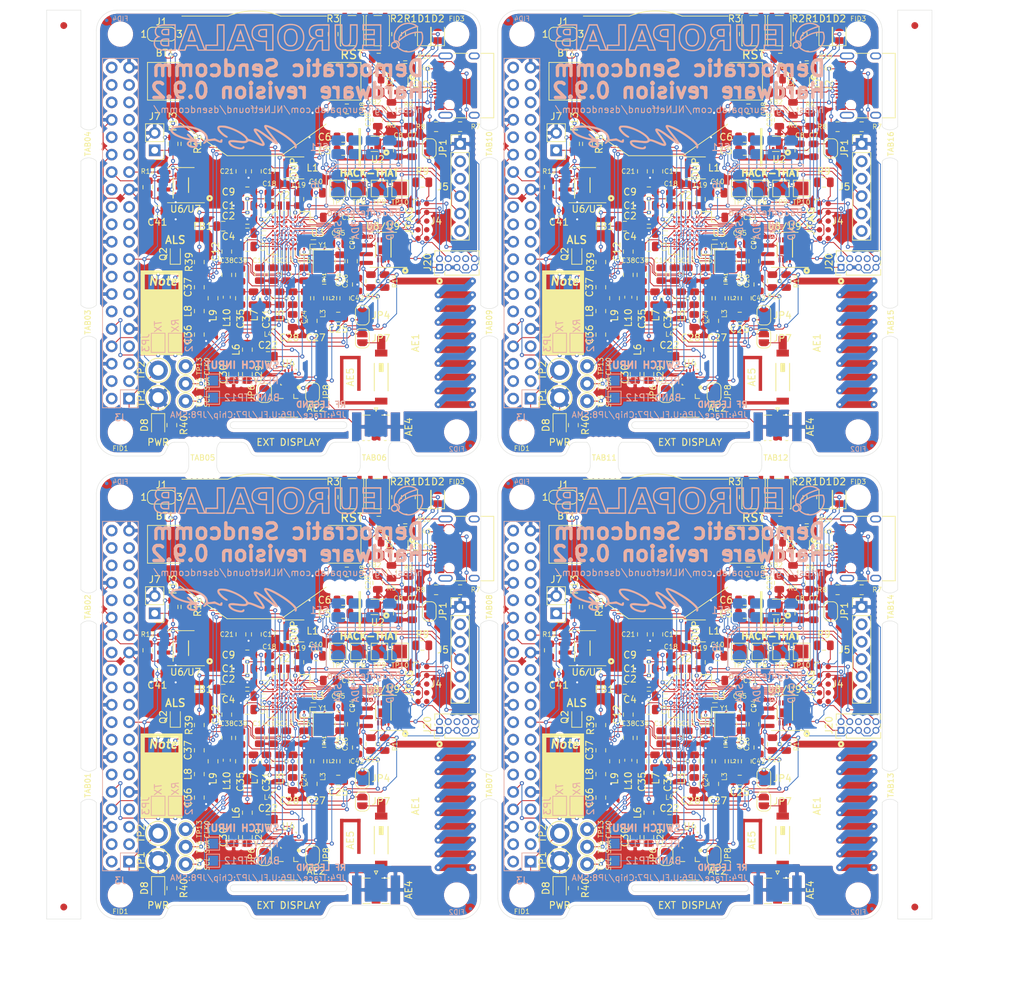
<source format=kicad_pcb>
(kicad_pcb (version 20171130) (host pcbnew 5.1.5+dfsg1-2build2)

  (general
    (thickness 1.6)
    (drawings 514)
    (tracks 4836)
    (zones 0)
    (modules 578)
    (nets 132)
  )

  (page A3)
  (title_block
    (title "Democratic Sendcomm")
    (date 2020-12-26)
    (rev 0.9.2)
    (company "Europalab Devices")
    (comment 1 "Copyright © 2020, Europalab Devices")
    (comment 2 "Fulfilling requirements of 20200210")
    (comment 3 "Pending quality assurance testing")
    (comment 4 "Release revision for manufacturing")
  )

  (layers
    (0 F.Cu signal)
    (1 In1.Cu power)
    (2 In2.Cu power)
    (31 B.Cu signal)
    (34 B.Paste user)
    (35 F.Paste user)
    (36 B.SilkS user)
    (37 F.SilkS user)
    (38 B.Mask user)
    (39 F.Mask user)
    (40 Dwgs.User user)
    (41 Cmts.User user)
    (44 Edge.Cuts user)
    (45 Margin user)
    (46 B.CrtYd user)
    (47 F.CrtYd user)
    (48 B.Fab user)
    (49 F.Fab user)
  )

  (setup
    (last_trace_width 0.09)
    (user_trace_width 0.1016)
    (user_trace_width 0.127)
    (user_trace_width 0.2)
    (user_trace_width 0.1016)
    (user_trace_width 0.127)
    (user_trace_width 0.2)
    (user_trace_width 0.1016)
    (user_trace_width 0.127)
    (user_trace_width 0.2)
    (user_trace_width 0.1016)
    (user_trace_width 0.127)
    (user_trace_width 0.2)
    (user_trace_width 0.1016)
    (user_trace_width 0.127)
    (user_trace_width 0.2)
    (user_trace_width 0.1016)
    (user_trace_width 0.127)
    (user_trace_width 0.2)
    (user_trace_width 0.1016)
    (user_trace_width 0.127)
    (user_trace_width 0.2)
    (user_trace_width 0.1016)
    (user_trace_width 0.127)
    (user_trace_width 0.2)
    (user_trace_width 0.1016)
    (user_trace_width 0.127)
    (user_trace_width 0.2)
    (user_trace_width 0.1016)
    (user_trace_width 0.127)
    (user_trace_width 0.2)
    (user_trace_width 0.1016)
    (user_trace_width 0.127)
    (user_trace_width 0.2)
    (user_trace_width 0.1016)
    (user_trace_width 0.127)
    (user_trace_width 0.2)
    (user_trace_width 0.1016)
    (user_trace_width 0.127)
    (user_trace_width 0.2)
    (trace_clearance 0.09)
    (zone_clearance 0.508)
    (zone_45_only no)
    (trace_min 0.09)
    (via_size 0.356)
    (via_drill 0.2)
    (via_min_size 0.356)
    (via_min_drill 0.2)
    (user_via 0.45 0.2)
    (user_via 0.6 0.3)
    (user_via 0.45 0.2)
    (user_via 0.6 0.3)
    (user_via 0.45 0.2)
    (user_via 0.6 0.3)
    (user_via 0.45 0.2)
    (user_via 0.6 0.3)
    (user_via 0.45 0.2)
    (user_via 0.6 0.3)
    (user_via 0.45 0.2)
    (user_via 0.6 0.3)
    (user_via 0.45 0.2)
    (user_via 0.6 0.3)
    (user_via 0.45 0.2)
    (user_via 0.6 0.3)
    (user_via 0.45 0.2)
    (user_via 0.6 0.3)
    (user_via 0.45 0.2)
    (user_via 0.6 0.3)
    (user_via 0.45 0.2)
    (user_via 0.6 0.3)
    (user_via 0.45 0.2)
    (user_via 0.6 0.3)
    (user_via 0.45 0.2)
    (user_via 0.6 0.3)
    (uvia_size 0.45)
    (uvia_drill 0.1)
    (uvias_allowed no)
    (uvia_min_size 0.45)
    (uvia_min_drill 0.1)
    (edge_width 0.1)
    (segment_width 0.1)
    (pcb_text_width 0.25)
    (pcb_text_size 1 1)
    (mod_edge_width 0.15)
    (mod_text_size 1 1)
    (mod_text_width 0.15)
    (pad_size 1.95 0.6)
    (pad_drill 0)
    (pad_to_mask_clearance 0)
    (aux_axis_origin 0 0)
    (visible_elements 7FFFF7FF)
    (pcbplotparams
      (layerselection 0x313fc_ffffffff)
      (usegerberextensions true)
      (usegerberattributes false)
      (usegerberadvancedattributes false)
      (creategerberjobfile false)
      (excludeedgelayer true)
      (linewidth 0.150000)
      (plotframeref false)
      (viasonmask false)
      (mode 1)
      (useauxorigin false)
      (hpglpennumber 1)
      (hpglpenspeed 20)
      (hpglpendiameter 15.000000)
      (psnegative false)
      (psa4output false)
      (plotreference true)
      (plotvalue true)
      (plotinvisibletext false)
      (padsonsilk false)
      (subtractmaskfromsilk false)
      (outputformat 1)
      (mirror false)
      (drillshape 0)
      (scaleselection 1)
      (outputdirectory "fabpanel"))
  )

  (net 0 "")
  (net 1 GND)
  (net 2 "Net-(AE1-Pad1)")
  (net 3 /Sheet5F53D5B4/RFSWPWR)
  (net 4 "Net-(C8-Pad1)")
  (net 5 /Sheet5F53D5B4/POWAMP)
  (net 6 "Net-(C13-Pad1)")
  (net 7 /Sheet5F53D5B4/HFOUT)
  (net 8 +3V3)
  (net 9 "Net-(C29-Pad1)")
  (net 10 /Sheet5F53D5B4/HPOUT)
  (net 11 /Sheet5F53D5B4/HFIN)
  (net 12 /Sheet5F53D5B4/BANDSEL)
  (net 13 "Net-(BT1-Pad1)")
  (net 14 /Sheet5F53D5B4/USB_BUS)
  (net 15 "Net-(C33-Pad1)")
  (net 16 "Net-(C34-Pad1)")
  (net 17 /Sheet5F53D5B4/CMDRST)
  (net 18 "Net-(D1-Pad2)")
  (net 19 "Net-(D1-Pad1)")
  (net 20 "Net-(D2-Pad1)")
  (net 21 "Net-(D2-Pad2)")
  (net 22 /Sheet5F53D5B4/USB_P)
  (net 23 /Sheet5F53D5B4/USB_N)
  (net 24 /Sheet60040980/ID_SD)
  (net 25 /Sheet60040980/ID_SC)
  (net 26 /Sheet5F53D5B4/SWDCLK)
  (net 27 "Net-(J3-Pad7)")
  (net 28 "Net-(J3-Pad8)")
  (net 29 "Net-(J4-Pad6)")
  (net 30 /Sheet5F53D5B4/CN_VBAT)
  (net 31 /Sheet5F53D5B4/XCEIV)
  (net 32 "Net-(AE5-Pad2)")
  (net 33 "Net-(C1-Pad1)")
  (net 34 "Net-(C7-Pad1)")
  (net 35 "Net-(C14-Pad1)")
  (net 36 "Net-(C17-Pad1)")
  (net 37 "Net-(C18-Pad2)")
  (net 38 "Net-(C19-Pad2)")
  (net 39 "Net-(C23-Pad2)")
  (net 40 "Net-(C23-Pad1)")
  (net 41 "Net-(C24-Pad1)")
  (net 42 "Net-(C24-Pad2)")
  (net 43 "Net-(C29-Pad2)")
  (net 44 "Net-(C33-Pad2)")
  (net 45 "Net-(C35-Pad2)")
  (net 46 "Net-(C40-Pad1)")
  (net 47 "Net-(J2-PadB5)")
  (net 48 "Net-(J2-PadA8)")
  (net 49 "Net-(J2-PadA5)")
  (net 50 "Net-(J2-PadB8)")
  (net 51 "Net-(J3-Pad2)")
  (net 52 "Net-(J3-Pad3)")
  (net 53 "Net-(J3-Pad4)")
  (net 54 "Net-(J3-Pad5)")
  (net 55 "Net-(J3-Pad10)")
  (net 56 "Net-(J3-Pad11)")
  (net 57 "Net-(J3-Pad12)")
  (net 58 "Net-(J3-Pad13)")
  (net 59 "Net-(J3-Pad15)")
  (net 60 "Net-(J3-Pad16)")
  (net 61 "Net-(J3-Pad18)")
  (net 62 "Net-(J3-Pad19)")
  (net 63 "Net-(J3-Pad21)")
  (net 64 "Net-(J3-Pad22)")
  (net 65 "Net-(J3-Pad23)")
  (net 66 "Net-(J3-Pad24)")
  (net 67 "Net-(J3-Pad26)")
  (net 68 "Net-(J3-Pad29)")
  (net 69 "Net-(J3-Pad31)")
  (net 70 "Net-(J3-Pad32)")
  (net 71 "Net-(J3-Pad33)")
  (net 72 "Net-(J3-Pad35)")
  (net 73 "Net-(J3-Pad36)")
  (net 74 "Net-(J3-Pad37)")
  (net 75 "Net-(J3-Pad38)")
  (net 76 "Net-(J3-Pad40)")
  (net 77 "Net-(J4-Pad7)")
  (net 78 "Net-(J4-Pad8)")
  (net 79 "Net-(J5-Pad2)")
  (net 80 "Net-(J5-Pad3)")
  (net 81 "Net-(J5-Pad6)")
  (net 82 "Net-(J6-Pad1)")
  (net 83 "Net-(L1-Pad2)")
  (net 84 "Net-(R3-Pad1)")
  (net 85 "Net-(R4-Pad1)")
  (net 86 "Net-(R4-Pad2)")
  (net 87 "Net-(U2-Pad5)")
  (net 88 "Net-(U3-PadG1)")
  (net 89 "Net-(U3-PadH1)")
  (net 90 "Net-(U3-PadE3)")
  (net 91 "Net-(U3-PadE4)")
  (net 92 "Net-(U3-PadF4)")
  (net 93 "Net-(U3-PadC7)")
  (net 94 "Net-(U3-PadD7)")
  (net 95 "Net-(U3-PadD8)")
  (net 96 "Net-(U5-Pad3)")
  (net 97 "Net-(U5-Pad4)")
  (net 98 "Net-(U8-Pad7)")
  (net 99 "Net-(U8-Pad3)")
  (net 100 "Net-(U8-Pad2)")
  (net 101 "Net-(U8-Pad1)")
  (net 102 "Net-(U9-Pad1)")
  (net 103 "Net-(U9-Pad2)")
  (net 104 "Net-(U9-Pad3)")
  (net 105 "Net-(U9-Pad7)")
  (net 106 /Sheet5F53D5B4/SWDIO)
  (net 107 "Net-(AE2-Pad1)")
  (net 108 "Net-(AE4-Pad1)")
  (net 109 "Net-(AE5-Pad1)")
  (net 110 "Net-(JP10-Pad1)")
  (net 111 "Net-(J6-Pad2)")
  (net 112 "Net-(J6-Pad3)")
  (net 113 "Net-(J6-Pad4)")
  (net 114 "Net-(J7-Pad1)")
  (net 115 "Net-(C95-Pad1)")
  (net 116 /TP_SCL)
  (net 117 /TP_SDA)
  (net 118 "Net-(J20-Pad6)")
  (net 119 "Net-(J20-Pad7)")
  (net 120 "Net-(J20-Pad8)")
  (net 121 "Net-(Q2-Pad2)")
  (net 122 EXT_UART_TX)
  (net 123 EXT_UART_RX)
  (net 124 "Net-(D8-Pad2)")
  (net 125 USB_TST)
  (net 126 "Net-(TP13-Pad1)")
  (net 127 "Net-(C94-Pad2)")
  (net 128 "Net-(C96-Pad1)")
  (net 129 /Sheet5F53D5B4/CRY_XIN-RSVD)
  (net 130 /Sheet5F53D5B4/CRY_XOUT-RSVD)
  (net 131 "Net-(C97-Pad1)")

  (net_class Default "This is the default net class."
    (clearance 0.09)
    (trace_width 0.09)
    (via_dia 0.356)
    (via_drill 0.2)
    (uvia_dia 0.45)
    (uvia_drill 0.1)
    (add_net +3V3)
    (add_net /Sheet5F53D5B4/BANDSEL)
    (add_net /Sheet5F53D5B4/CMDRST)
    (add_net /Sheet5F53D5B4/CN_VBAT)
    (add_net /Sheet5F53D5B4/CRY_XIN-RSVD)
    (add_net /Sheet5F53D5B4/CRY_XOUT-RSVD)
    (add_net /Sheet5F53D5B4/HFIN)
    (add_net /Sheet5F53D5B4/HFOUT)
    (add_net /Sheet5F53D5B4/HPOUT)
    (add_net /Sheet5F53D5B4/POWAMP)
    (add_net /Sheet5F53D5B4/RFSWPWR)
    (add_net /Sheet5F53D5B4/SWDCLK)
    (add_net /Sheet5F53D5B4/SWDIO)
    (add_net /Sheet5F53D5B4/USB_BUS)
    (add_net /Sheet5F53D5B4/USB_N)
    (add_net /Sheet5F53D5B4/USB_P)
    (add_net /Sheet5F53D5B4/XCEIV)
    (add_net /Sheet60040980/ID_SC)
    (add_net /Sheet60040980/ID_SD)
    (add_net /TP_SCL)
    (add_net /TP_SDA)
    (add_net EXT_UART_RX)
    (add_net EXT_UART_TX)
    (add_net GND)
    (add_net "Net-(AE1-Pad1)")
    (add_net "Net-(AE2-Pad1)")
    (add_net "Net-(AE4-Pad1)")
    (add_net "Net-(AE5-Pad1)")
    (add_net "Net-(AE5-Pad2)")
    (add_net "Net-(BT1-Pad1)")
    (add_net "Net-(C1-Pad1)")
    (add_net "Net-(C13-Pad1)")
    (add_net "Net-(C14-Pad1)")
    (add_net "Net-(C17-Pad1)")
    (add_net "Net-(C18-Pad2)")
    (add_net "Net-(C19-Pad2)")
    (add_net "Net-(C23-Pad1)")
    (add_net "Net-(C23-Pad2)")
    (add_net "Net-(C24-Pad1)")
    (add_net "Net-(C24-Pad2)")
    (add_net "Net-(C29-Pad1)")
    (add_net "Net-(C29-Pad2)")
    (add_net "Net-(C33-Pad1)")
    (add_net "Net-(C33-Pad2)")
    (add_net "Net-(C34-Pad1)")
    (add_net "Net-(C35-Pad2)")
    (add_net "Net-(C40-Pad1)")
    (add_net "Net-(C7-Pad1)")
    (add_net "Net-(C8-Pad1)")
    (add_net "Net-(C94-Pad2)")
    (add_net "Net-(C95-Pad1)")
    (add_net "Net-(C96-Pad1)")
    (add_net "Net-(C97-Pad1)")
    (add_net "Net-(D1-Pad1)")
    (add_net "Net-(D1-Pad2)")
    (add_net "Net-(D2-Pad1)")
    (add_net "Net-(D2-Pad2)")
    (add_net "Net-(D8-Pad2)")
    (add_net "Net-(J2-PadA5)")
    (add_net "Net-(J2-PadA8)")
    (add_net "Net-(J2-PadB5)")
    (add_net "Net-(J2-PadB8)")
    (add_net "Net-(J20-Pad6)")
    (add_net "Net-(J20-Pad7)")
    (add_net "Net-(J20-Pad8)")
    (add_net "Net-(J3-Pad10)")
    (add_net "Net-(J3-Pad11)")
    (add_net "Net-(J3-Pad12)")
    (add_net "Net-(J3-Pad13)")
    (add_net "Net-(J3-Pad15)")
    (add_net "Net-(J3-Pad16)")
    (add_net "Net-(J3-Pad18)")
    (add_net "Net-(J3-Pad19)")
    (add_net "Net-(J3-Pad2)")
    (add_net "Net-(J3-Pad21)")
    (add_net "Net-(J3-Pad22)")
    (add_net "Net-(J3-Pad23)")
    (add_net "Net-(J3-Pad24)")
    (add_net "Net-(J3-Pad26)")
    (add_net "Net-(J3-Pad29)")
    (add_net "Net-(J3-Pad3)")
    (add_net "Net-(J3-Pad31)")
    (add_net "Net-(J3-Pad32)")
    (add_net "Net-(J3-Pad33)")
    (add_net "Net-(J3-Pad35)")
    (add_net "Net-(J3-Pad36)")
    (add_net "Net-(J3-Pad37)")
    (add_net "Net-(J3-Pad38)")
    (add_net "Net-(J3-Pad4)")
    (add_net "Net-(J3-Pad40)")
    (add_net "Net-(J3-Pad5)")
    (add_net "Net-(J3-Pad7)")
    (add_net "Net-(J3-Pad8)")
    (add_net "Net-(J4-Pad6)")
    (add_net "Net-(J4-Pad7)")
    (add_net "Net-(J4-Pad8)")
    (add_net "Net-(J5-Pad2)")
    (add_net "Net-(J5-Pad3)")
    (add_net "Net-(J5-Pad6)")
    (add_net "Net-(J6-Pad1)")
    (add_net "Net-(J6-Pad2)")
    (add_net "Net-(J6-Pad3)")
    (add_net "Net-(J6-Pad4)")
    (add_net "Net-(J7-Pad1)")
    (add_net "Net-(JP10-Pad1)")
    (add_net "Net-(L1-Pad2)")
    (add_net "Net-(Q2-Pad2)")
    (add_net "Net-(R3-Pad1)")
    (add_net "Net-(R4-Pad1)")
    (add_net "Net-(R4-Pad2)")
    (add_net "Net-(TP13-Pad1)")
    (add_net "Net-(U2-Pad5)")
    (add_net "Net-(U3-PadC7)")
    (add_net "Net-(U3-PadD7)")
    (add_net "Net-(U3-PadD8)")
    (add_net "Net-(U3-PadE3)")
    (add_net "Net-(U3-PadE4)")
    (add_net "Net-(U3-PadF4)")
    (add_net "Net-(U3-PadG1)")
    (add_net "Net-(U3-PadH1)")
    (add_net "Net-(U5-Pad3)")
    (add_net "Net-(U5-Pad4)")
    (add_net "Net-(U8-Pad1)")
    (add_net "Net-(U8-Pad2)")
    (add_net "Net-(U8-Pad3)")
    (add_net "Net-(U8-Pad7)")
    (add_net "Net-(U9-Pad1)")
    (add_net "Net-(U9-Pad2)")
    (add_net "Net-(U9-Pad3)")
    (add_net "Net-(U9-Pad7)")
    (add_net USB_TST)
  )

  (net_class Power ""
    (clearance 0.2)
    (trace_width 0.5)
    (via_dia 1)
    (via_drill 0.7)
    (uvia_dia 0.5)
    (uvia_drill 0.1)
  )

  (module Elabdev:Simple_Drilled_Hole_1mm (layer F.Cu) (tedit 5FE9143D) (tstamp 5FE97479)
    (at 116.25 158.75)
    (fp_text reference REF** (at 0 -1.5) (layer F.SilkS) hide
      (effects (font (size 1 1) (thickness 0.15)))
    )
    (fp_text value Simple_Drilled_Hole_1mm (at 0 1.5) (layer F.Fab) hide
      (effects (font (size 1 1) (thickness 0.15)))
    )
    (pad "" np_thru_hole circle (at 0 0) (size 1 1) (drill 1) (layers *.Cu *.Mask))
  )

  (module Elabdev:Simple_Drilled_Hole_1mm (layer F.Cu) (tedit 5FE9143D) (tstamp 5FE97475)
    (at 119.25 158.75)
    (fp_text reference REF** (at 0 -1.5) (layer F.SilkS) hide
      (effects (font (size 1 1) (thickness 0.15)))
    )
    (fp_text value Simple_Drilled_Hole_1mm (at 0 1.5) (layer F.Fab) hide
      (effects (font (size 1 1) (thickness 0.15)))
    )
    (pad "" np_thru_hole circle (at 0 0) (size 1 1) (drill 1) (layers *.Cu *.Mask))
  )

  (module Elabdev:Simple_Drilled_Hole_1mm (layer F.Cu) (tedit 5FE9143D) (tstamp 5FE97471)
    (at 120.75 158.75)
    (fp_text reference REF** (at 0 -1.5) (layer F.SilkS) hide
      (effects (font (size 1 1) (thickness 0.15)))
    )
    (fp_text value Simple_Drilled_Hole_1mm (at 0 1.5) (layer F.Fab) hide
      (effects (font (size 1 1) (thickness 0.15)))
    )
    (pad "" np_thru_hole circle (at 0 0) (size 1 1) (drill 1) (layers *.Cu *.Mask))
  )

  (module Elabdev:Simple_Drilled_Hole_1mm (layer F.Cu) (tedit 5FE9143D) (tstamp 5FE9746D)
    (at 117.75 158.75)
    (fp_text reference REF** (at 0 -1.5) (layer F.SilkS) hide
      (effects (font (size 1 1) (thickness 0.15)))
    )
    (fp_text value Simple_Drilled_Hole_1mm (at 0 1.5) (layer F.Fab) hide
      (effects (font (size 1 1) (thickness 0.15)))
    )
    (pad "" np_thru_hole circle (at 0 0) (size 1 1) (drill 1) (layers *.Cu *.Mask))
  )

  (module Elabdev:Simple_Drilled_Hole_1mm (layer F.Cu) (tedit 5FE9143D) (tstamp 5FE97200)
    (at 174.75 91.25)
    (fp_text reference REF** (at 0 -1.5) (layer F.SilkS) hide
      (effects (font (size 1 1) (thickness 0.15)))
    )
    (fp_text value Simple_Drilled_Hole_1mm (at 0 1.5) (layer F.Fab) hide
      (effects (font (size 1 1) (thickness 0.15)))
    )
    (pad "" np_thru_hole circle (at 0 0) (size 1 1) (drill 1) (layers *.Cu *.Mask))
  )

  (module Elabdev:Simple_Drilled_Hole_1mm (layer F.Cu) (tedit 5FE9143D) (tstamp 5FE971FC)
    (at 177.75 91.25)
    (fp_text reference REF** (at 0 -1.5) (layer F.SilkS) hide
      (effects (font (size 1 1) (thickness 0.15)))
    )
    (fp_text value Simple_Drilled_Hole_1mm (at 0 1.5) (layer F.Fab) hide
      (effects (font (size 1 1) (thickness 0.15)))
    )
    (pad "" np_thru_hole circle (at 0 0) (size 1 1) (drill 1) (layers *.Cu *.Mask))
  )

  (module Elabdev:Simple_Drilled_Hole_1mm (layer F.Cu) (tedit 5FE9143D) (tstamp 5FE971F8)
    (at 179.25 91.25)
    (fp_text reference REF** (at 0 -1.5) (layer F.SilkS) hide
      (effects (font (size 1 1) (thickness 0.15)))
    )
    (fp_text value Simple_Drilled_Hole_1mm (at 0 1.5) (layer F.Fab) hide
      (effects (font (size 1 1) (thickness 0.15)))
    )
    (pad "" np_thru_hole circle (at 0 0) (size 1 1) (drill 1) (layers *.Cu *.Mask))
  )

  (module Elabdev:Simple_Drilled_Hole_1mm (layer F.Cu) (tedit 5FE9143D) (tstamp 5FE971F4)
    (at 176.25 91.25)
    (fp_text reference REF** (at 0 -1.5) (layer F.SilkS) hide
      (effects (font (size 1 1) (thickness 0.15)))
    )
    (fp_text value Simple_Drilled_Hole_1mm (at 0 1.5) (layer F.Fab) hide
      (effects (font (size 1 1) (thickness 0.15)))
    )
    (pad "" np_thru_hole circle (at 0 0) (size 1 1) (drill 1) (layers *.Cu *.Mask))
  )

  (module Elabdev:Simple_Drilled_Hole_1mm (layer F.Cu) (tedit 5FE9143D) (tstamp 5FE96E93)
    (at 116.25 91.25)
    (fp_text reference REF** (at 0 -1.5) (layer F.SilkS) hide
      (effects (font (size 1 1) (thickness 0.15)))
    )
    (fp_text value Simple_Drilled_Hole_1mm (at 0 1.5) (layer F.Fab) hide
      (effects (font (size 1 1) (thickness 0.15)))
    )
    (pad "" np_thru_hole circle (at 0 0) (size 1 1) (drill 1) (layers *.Cu *.Mask))
  )

  (module Elabdev:Simple_Drilled_Hole_1mm (layer F.Cu) (tedit 5FE9143D) (tstamp 5FE96E8F)
    (at 119.25 91.25)
    (fp_text reference REF** (at 0 -1.5) (layer F.SilkS) hide
      (effects (font (size 1 1) (thickness 0.15)))
    )
    (fp_text value Simple_Drilled_Hole_1mm (at 0 1.5) (layer F.Fab) hide
      (effects (font (size 1 1) (thickness 0.15)))
    )
    (pad "" np_thru_hole circle (at 0 0) (size 1 1) (drill 1) (layers *.Cu *.Mask))
  )

  (module Elabdev:Simple_Drilled_Hole_1mm (layer F.Cu) (tedit 5FE9143D) (tstamp 5FE96E8B)
    (at 120.75 91.25)
    (fp_text reference REF** (at 0 -1.5) (layer F.SilkS) hide
      (effects (font (size 1 1) (thickness 0.15)))
    )
    (fp_text value Simple_Drilled_Hole_1mm (at 0 1.5) (layer F.Fab) hide
      (effects (font (size 1 1) (thickness 0.15)))
    )
    (pad "" np_thru_hole circle (at 0 0) (size 1 1) (drill 1) (layers *.Cu *.Mask))
  )

  (module Elabdev:Simple_Drilled_Hole_1mm (layer F.Cu) (tedit 5FE9143D) (tstamp 5FE96E87)
    (at 117.75 91.25)
    (fp_text reference REF** (at 0 -1.5) (layer F.SilkS) hide
      (effects (font (size 1 1) (thickness 0.15)))
    )
    (fp_text value Simple_Drilled_Hole_1mm (at 0 1.5) (layer F.Fab) hide
      (effects (font (size 1 1) (thickness 0.15)))
    )
    (pad "" np_thru_hole circle (at 0 0) (size 1 1) (drill 1) (layers *.Cu *.Mask))
  )

  (module Elabdev:Simple_Drilled_Hole_1mm (layer F.Cu) (tedit 5FE9143D) (tstamp 5FE96E31)
    (at 179.25 158.75)
    (fp_text reference REF** (at 0 -1.5) (layer F.SilkS) hide
      (effects (font (size 1 1) (thickness 0.15)))
    )
    (fp_text value Simple_Drilled_Hole_1mm (at 0 1.5) (layer F.Fab) hide
      (effects (font (size 1 1) (thickness 0.15)))
    )
    (pad "" np_thru_hole circle (at 0 0) (size 1 1) (drill 1) (layers *.Cu *.Mask))
  )

  (module Elabdev:Simple_Drilled_Hole_1mm (layer F.Cu) (tedit 5FE9143D) (tstamp 5FE96E29)
    (at 177.75 158.75)
    (fp_text reference REF** (at 0 -1.5) (layer F.SilkS) hide
      (effects (font (size 1 1) (thickness 0.15)))
    )
    (fp_text value Simple_Drilled_Hole_1mm (at 0 1.5) (layer F.Fab) hide
      (effects (font (size 1 1) (thickness 0.15)))
    )
    (pad "" np_thru_hole circle (at 0 0) (size 1 1) (drill 1) (layers *.Cu *.Mask))
  )

  (module Elabdev:Simple_Drilled_Hole_1mm (layer F.Cu) (tedit 5FE9143D) (tstamp 5FE96E21)
    (at 176.25 158.75)
    (fp_text reference REF** (at 0 -1.5) (layer F.SilkS) hide
      (effects (font (size 1 1) (thickness 0.15)))
    )
    (fp_text value Simple_Drilled_Hole_1mm (at 0 1.5) (layer F.Fab) hide
      (effects (font (size 1 1) (thickness 0.15)))
    )
    (pad "" np_thru_hole circle (at 0 0) (size 1 1) (drill 1) (layers *.Cu *.Mask))
  )

  (module Elabdev:Simple_Drilled_Hole_1mm (layer F.Cu) (tedit 5FE9143D) (tstamp 5FE96E0D)
    (at 174.75 158.75)
    (fp_text reference REF** (at 0 -1.5) (layer F.SilkS) hide
      (effects (font (size 1 1) (thickness 0.15)))
    )
    (fp_text value Simple_Drilled_Hole_1mm (at 0 1.5) (layer F.Fab) hide
      (effects (font (size 1 1) (thickness 0.15)))
    )
    (pad "" np_thru_hole circle (at 0 0) (size 1 1) (drill 1) (layers *.Cu *.Mask))
  )

  (module Elabdev:Mousetab_45mm_Double (layer F.Cu) (tedit 5FE8CA09) (tstamp 5FE94339)
    (at 181.25 140 90)
    (attr smd)
    (fp_text reference TAB12 (at 0 0 unlocked) (layer F.SilkS)
      (effects (font (size 0.8 0.8) (thickness 0.13)))
    )
    (fp_text value Panel_Mousetab_45mm_Double (at 0 3.5 90) (layer F.Fab)
      (effects (font (size 1 1) (thickness 0.15)))
    )
    (fp_line (start 2.25 -2.2) (end 2.25 2.2) (layer F.Fab) (width 0.15))
    (fp_line (start -2.25 -2.2) (end -2.25 2.2) (layer F.Fab) (width 0.15))
    (fp_line (start 3.1 -2.6) (end 3.1 2.6) (layer F.CrtYd) (width 0.15))
    (fp_line (start 3.1 2.6) (end -3.1 2.6) (layer F.CrtYd) (width 0.15))
    (fp_line (start -3.1 2.6) (end -3.1 -2.6) (layer F.CrtYd) (width 0.15))
    (fp_line (start -3.1 -2.6) (end 3.1 -2.6) (layer F.CrtYd) (width 0.15))
    (pad "" np_thru_hole circle (at 2.35 2 90) (size 0.5 0.5) (drill 0.5) (layers *.Cu))
    (pad "" np_thru_hole circle (at 2.35 1.2 90) (size 0.5 0.5) (drill 0.5) (layers *.Cu))
    (pad "" np_thru_hole circle (at 2.35 0.4 90) (size 0.5 0.5) (drill 0.5) (layers *.Cu))
    (pad "" np_thru_hole circle (at -2.35 2 90) (size 0.5 0.5) (drill 0.5) (layers *.Cu))
    (pad "" np_thru_hole circle (at -2.35 1.2 90) (size 0.5 0.5) (drill 0.5) (layers *.Cu))
    (pad "" np_thru_hole circle (at -2.35 0.4 90) (size 0.5 0.5) (drill 0.5) (layers *.Cu))
    (pad "" np_thru_hole circle (at 2.35 -0.4 90) (size 0.5 0.5) (drill 0.5) (layers *.Cu))
    (pad "" np_thru_hole circle (at 2.35 -1.2 90) (size 0.5 0.5) (drill 0.5) (layers *.Cu))
    (pad "" np_thru_hole circle (at 2.35 -2 90) (size 0.5 0.5) (drill 0.5) (layers *.Cu))
    (pad "" np_thru_hole circle (at -2.35 -2 90) (size 0.5 0.5) (drill 0.5) (layers *.Cu))
    (pad "" np_thru_hole circle (at -2.35 -1.2 90) (size 0.5 0.5) (drill 0.5) (layers *.Cu))
    (pad "" np_thru_hole circle (at -2.35 -0.4 90) (size 0.5 0.5) (drill 0.5) (layers *.Cu))
  )

  (module Elabdev:Mousetab_45mm_Double (layer F.Cu) (tedit 5FE8CA09) (tstamp 5FE9430F)
    (at 156.25 140 90)
    (attr smd)
    (fp_text reference TAB11 (at 0 0 unlocked) (layer F.SilkS)
      (effects (font (size 0.8 0.8) (thickness 0.13)))
    )
    (fp_text value Panel_Mousetab_45mm_Double (at 0 3.5 90) (layer F.Fab)
      (effects (font (size 1 1) (thickness 0.15)))
    )
    (fp_line (start -3.1 -2.6) (end 3.1 -2.6) (layer F.CrtYd) (width 0.15))
    (fp_line (start -3.1 2.6) (end -3.1 -2.6) (layer F.CrtYd) (width 0.15))
    (fp_line (start 3.1 2.6) (end -3.1 2.6) (layer F.CrtYd) (width 0.15))
    (fp_line (start 3.1 -2.6) (end 3.1 2.6) (layer F.CrtYd) (width 0.15))
    (fp_line (start -2.25 -2.2) (end -2.25 2.2) (layer F.Fab) (width 0.15))
    (fp_line (start 2.25 -2.2) (end 2.25 2.2) (layer F.Fab) (width 0.15))
    (pad "" np_thru_hole circle (at -2.35 -0.4 90) (size 0.5 0.5) (drill 0.5) (layers *.Cu))
    (pad "" np_thru_hole circle (at -2.35 -1.2 90) (size 0.5 0.5) (drill 0.5) (layers *.Cu))
    (pad "" np_thru_hole circle (at -2.35 -2 90) (size 0.5 0.5) (drill 0.5) (layers *.Cu))
    (pad "" np_thru_hole circle (at 2.35 -2 90) (size 0.5 0.5) (drill 0.5) (layers *.Cu))
    (pad "" np_thru_hole circle (at 2.35 -1.2 90) (size 0.5 0.5) (drill 0.5) (layers *.Cu))
    (pad "" np_thru_hole circle (at 2.35 -0.4 90) (size 0.5 0.5) (drill 0.5) (layers *.Cu))
    (pad "" np_thru_hole circle (at -2.35 0.4 90) (size 0.5 0.5) (drill 0.5) (layers *.Cu))
    (pad "" np_thru_hole circle (at -2.35 1.2 90) (size 0.5 0.5) (drill 0.5) (layers *.Cu))
    (pad "" np_thru_hole circle (at -2.35 2 90) (size 0.5 0.5) (drill 0.5) (layers *.Cu))
    (pad "" np_thru_hole circle (at 2.35 0.4 90) (size 0.5 0.5) (drill 0.5) (layers *.Cu))
    (pad "" np_thru_hole circle (at 2.35 1.2 90) (size 0.5 0.5) (drill 0.5) (layers *.Cu))
    (pad "" np_thru_hole circle (at 2.35 2 90) (size 0.5 0.5) (drill 0.5) (layers *.Cu))
  )

  (module Elabdev:Mousetab_45mm_Double (layer F.Cu) (tedit 5FE8CA09) (tstamp 5FE942E5)
    (at 122.75 140 90)
    (attr smd)
    (fp_text reference TAB06 (at 0 0 unlocked) (layer F.SilkS)
      (effects (font (size 0.8 0.8) (thickness 0.13)))
    )
    (fp_text value Panel_Mousetab_45mm_Double (at 0 3.5 90) (layer F.Fab)
      (effects (font (size 1 1) (thickness 0.15)))
    )
    (fp_line (start 2.25 -2.2) (end 2.25 2.2) (layer F.Fab) (width 0.15))
    (fp_line (start -2.25 -2.2) (end -2.25 2.2) (layer F.Fab) (width 0.15))
    (fp_line (start 3.1 -2.6) (end 3.1 2.6) (layer F.CrtYd) (width 0.15))
    (fp_line (start 3.1 2.6) (end -3.1 2.6) (layer F.CrtYd) (width 0.15))
    (fp_line (start -3.1 2.6) (end -3.1 -2.6) (layer F.CrtYd) (width 0.15))
    (fp_line (start -3.1 -2.6) (end 3.1 -2.6) (layer F.CrtYd) (width 0.15))
    (pad "" np_thru_hole circle (at 2.35 2 90) (size 0.5 0.5) (drill 0.5) (layers *.Cu))
    (pad "" np_thru_hole circle (at 2.35 1.2 90) (size 0.5 0.5) (drill 0.5) (layers *.Cu))
    (pad "" np_thru_hole circle (at 2.35 0.4 90) (size 0.5 0.5) (drill 0.5) (layers *.Cu))
    (pad "" np_thru_hole circle (at -2.35 2 90) (size 0.5 0.5) (drill 0.5) (layers *.Cu))
    (pad "" np_thru_hole circle (at -2.35 1.2 90) (size 0.5 0.5) (drill 0.5) (layers *.Cu))
    (pad "" np_thru_hole circle (at -2.35 0.4 90) (size 0.5 0.5) (drill 0.5) (layers *.Cu))
    (pad "" np_thru_hole circle (at 2.35 -0.4 90) (size 0.5 0.5) (drill 0.5) (layers *.Cu))
    (pad "" np_thru_hole circle (at 2.35 -1.2 90) (size 0.5 0.5) (drill 0.5) (layers *.Cu))
    (pad "" np_thru_hole circle (at 2.35 -2 90) (size 0.5 0.5) (drill 0.5) (layers *.Cu))
    (pad "" np_thru_hole circle (at -2.35 -2 90) (size 0.5 0.5) (drill 0.5) (layers *.Cu))
    (pad "" np_thru_hole circle (at -2.35 -1.2 90) (size 0.5 0.5) (drill 0.5) (layers *.Cu))
    (pad "" np_thru_hole circle (at -2.35 -0.4 90) (size 0.5 0.5) (drill 0.5) (layers *.Cu))
  )

  (module Elabdev:Mousetab_45mm_Double (layer F.Cu) (tedit 5FE8CA09) (tstamp 5FE9415B)
    (at 97.75 140 90)
    (attr smd)
    (fp_text reference TAB05 (at 0 0 unlocked) (layer F.SilkS)
      (effects (font (size 0.8 0.8) (thickness 0.13)))
    )
    (fp_text value Panel_Mousetab_45mm_Double (at 0 3.5 90) (layer F.Fab)
      (effects (font (size 1 1) (thickness 0.15)))
    )
    (fp_line (start -3.1 -2.6) (end 3.1 -2.6) (layer F.CrtYd) (width 0.15))
    (fp_line (start -3.1 2.6) (end -3.1 -2.6) (layer F.CrtYd) (width 0.15))
    (fp_line (start 3.1 2.6) (end -3.1 2.6) (layer F.CrtYd) (width 0.15))
    (fp_line (start 3.1 -2.6) (end 3.1 2.6) (layer F.CrtYd) (width 0.15))
    (fp_line (start -2.25 -2.2) (end -2.25 2.2) (layer F.Fab) (width 0.15))
    (fp_line (start 2.25 -2.2) (end 2.25 2.2) (layer F.Fab) (width 0.15))
    (pad "" np_thru_hole circle (at -2.35 -0.4 90) (size 0.5 0.5) (drill 0.5) (layers *.Cu))
    (pad "" np_thru_hole circle (at -2.35 -1.2 90) (size 0.5 0.5) (drill 0.5) (layers *.Cu))
    (pad "" np_thru_hole circle (at -2.35 -2 90) (size 0.5 0.5) (drill 0.5) (layers *.Cu))
    (pad "" np_thru_hole circle (at 2.35 -2 90) (size 0.5 0.5) (drill 0.5) (layers *.Cu))
    (pad "" np_thru_hole circle (at 2.35 -1.2 90) (size 0.5 0.5) (drill 0.5) (layers *.Cu))
    (pad "" np_thru_hole circle (at 2.35 -0.4 90) (size 0.5 0.5) (drill 0.5) (layers *.Cu))
    (pad "" np_thru_hole circle (at -2.35 0.4 90) (size 0.5 0.5) (drill 0.5) (layers *.Cu))
    (pad "" np_thru_hole circle (at -2.35 1.2 90) (size 0.5 0.5) (drill 0.5) (layers *.Cu))
    (pad "" np_thru_hole circle (at -2.35 2 90) (size 0.5 0.5) (drill 0.5) (layers *.Cu))
    (pad "" np_thru_hole circle (at 2.35 0.4 90) (size 0.5 0.5) (drill 0.5) (layers *.Cu))
    (pad "" np_thru_hole circle (at 2.35 1.2 90) (size 0.5 0.5) (drill 0.5) (layers *.Cu))
    (pad "" np_thru_hole circle (at 2.35 2 90) (size 0.5 0.5) (drill 0.5) (layers *.Cu))
  )

  (module Resistor_SMD:R_0805_2012Metric (layer F.Cu) (tedit 5B36C52B) (tstamp 5FE999F4)
    (at 148.25 168.0675 90)
    (descr "Resistor SMD 0805 (2012 Metric), square (rectangular) end terminal, IPC_7351 nominal, (Body size source: https://docs.google.com/spreadsheets/d/1BsfQQcO9C6DZCsRaXUlFlo91Tg2WpOkGARC1WS5S8t0/edit?usp=sharing), generated with kicad-footprint-generator")
    (tags resistor)
    (path /601C3EDE/5F698FB0)
    (attr smd)
    (fp_text reference R12 (at 2.3175 0 180) (layer F.SilkS)
      (effects (font (size 0.7 0.7) (thickness 0.1)))
    )
    (fp_text value 3K9 (at 0 1.65 90) (layer F.Fab)
      (effects (font (size 1 1) (thickness 0.15)))
    )
    (fp_line (start -1 0.6) (end -1 -0.6) (layer F.Fab) (width 0.1))
    (fp_line (start -1 -0.6) (end 1 -0.6) (layer F.Fab) (width 0.1))
    (fp_line (start 1 -0.6) (end 1 0.6) (layer F.Fab) (width 0.1))
    (fp_line (start 1 0.6) (end -1 0.6) (layer F.Fab) (width 0.1))
    (fp_line (start -0.258578 -0.71) (end 0.258578 -0.71) (layer F.SilkS) (width 0.12))
    (fp_line (start -0.258578 0.71) (end 0.258578 0.71) (layer F.SilkS) (width 0.12))
    (fp_line (start -1.68 0.95) (end -1.68 -0.95) (layer F.CrtYd) (width 0.05))
    (fp_line (start -1.68 -0.95) (end 1.68 -0.95) (layer F.CrtYd) (width 0.05))
    (fp_line (start 1.68 -0.95) (end 1.68 0.95) (layer F.CrtYd) (width 0.05))
    (fp_line (start 1.68 0.95) (end -1.68 0.95) (layer F.CrtYd) (width 0.05))
    (fp_text user %R (at 0 0 90) (layer F.Fab)
      (effects (font (size 0.5 0.5) (thickness 0.08)))
    )
    (pad 1 smd roundrect (at -0.9375 0 90) (size 0.975 1.4) (layers F.Cu F.Paste F.Mask) (roundrect_rratio 0.25)
      (net 8 +3V3))
    (pad 2 smd roundrect (at 0.9375 0 90) (size 0.975 1.4) (layers F.Cu F.Paste F.Mask) (roundrect_rratio 0.25)
      (net 25 /Sheet60040980/ID_SC))
    (model ${KISYS3DMOD}/Resistor_SMD.3dshapes/R_0805_2012Metric.wrl
      (at (xyz 0 0 0))
      (scale (xyz 1 1 1))
      (rotate (xyz 0 0 0))
    )
  )

  (module Connector:Tag-Connect_TC2050-IDC-NL_2x05_P1.27mm_Vertical (layer F.Cu) (tedit 5A29CED0) (tstamp 5FE999CE)
    (at 188.25 173 270)
    (descr "Tag-Connect programming header; http://www.tag-connect.com/Materials/TC2050-IDC-NL%20Datasheet.pdf")
    (tags "tag connect programming header pogo pins")
    (path /60040981/600B7E84)
    (attr virtual)
    (fp_text reference J4 (at 0 -2 180) (layer F.SilkS)
      (effects (font (size 1 1) (thickness 0.15)))
    )
    (fp_text value Conn_ARM_JTAG_SWD_10 (at 0 -2.4 90) (layer F.Fab)
      (effects (font (size 1 1) (thickness 0.15)))
    )
    (fp_line (start 1.27 0.635) (end 2.54 -0.635) (layer Dwgs.User) (width 0.1))
    (fp_line (start 0.635 0.635) (end 1.905 -0.635) (layer Dwgs.User) (width 0.1))
    (fp_line (start 0 0.635) (end 1.27 -0.635) (layer Dwgs.User) (width 0.1))
    (fp_line (start -0.635 0.635) (end 0.635 -0.635) (layer Dwgs.User) (width 0.1))
    (fp_text user KEEPOUT (at 0 0 90) (layer Cmts.User)
      (effects (font (size 0.4 0.4) (thickness 0.07)))
    )
    (fp_line (start 1.905 0.635) (end 2.54 0) (layer Dwgs.User) (width 0.1))
    (fp_line (start -1.27 0.635) (end 0 -0.635) (layer Dwgs.User) (width 0.1))
    (fp_line (start -1.905 0.635) (end -0.635 -0.635) (layer Dwgs.User) (width 0.1))
    (fp_line (start -2.54 0) (end -1.905 -0.635) (layer Dwgs.User) (width 0.1))
    (fp_line (start -2.54 0.635) (end -1.27 -0.635) (layer Dwgs.User) (width 0.1))
    (fp_line (start -2.54 -0.635) (end 2.54 -0.635) (layer Dwgs.User) (width 0.1))
    (fp_line (start 2.54 -0.635) (end 2.54 0.635) (layer Dwgs.User) (width 0.1))
    (fp_line (start 2.54 0.635) (end -2.54 0.635) (layer Dwgs.User) (width 0.1))
    (fp_line (start -2.54 0.635) (end -2.54 -0.635) (layer Dwgs.User) (width 0.1))
    (fp_text user %R (at 0 0 90) (layer F.Fab)
      (effects (font (size 1 1) (thickness 0.15)))
    )
    (fp_line (start -4.75 -2) (end 4.75 -2) (layer F.CrtYd) (width 0.05))
    (fp_line (start 4.75 -2) (end 4.75 2) (layer F.CrtYd) (width 0.05))
    (fp_line (start 4.75 2) (end -4.75 2) (layer F.CrtYd) (width 0.05))
    (fp_line (start -4.75 2) (end -4.75 -2) (layer F.CrtYd) (width 0.05))
    (fp_line (start -2.54 1.27) (end -3.175 1.27) (layer F.SilkS) (width 0.12))
    (fp_line (start -3.175 1.27) (end -3.175 0.635) (layer F.SilkS) (width 0.12))
    (pad 10 connect circle (at -2.54 -0.635 270) (size 0.7874 0.7874) (layers F.Cu F.Mask)
      (net 17 /Sheet5F53D5B4/CMDRST))
    (pad 9 connect circle (at -1.27 -0.635 270) (size 0.7874 0.7874) (layers F.Cu F.Mask)
      (net 1 GND))
    (pad 8 connect circle (at 0 -0.635 270) (size 0.7874 0.7874) (layers F.Cu F.Mask)
      (net 78 "Net-(J4-Pad8)"))
    (pad 7 connect circle (at 1.27 -0.635 270) (size 0.7874 0.7874) (layers F.Cu F.Mask)
      (net 77 "Net-(J4-Pad7)"))
    (pad 6 connect circle (at 2.54 -0.635 270) (size 0.7874 0.7874) (layers F.Cu F.Mask)
      (net 29 "Net-(J4-Pad6)"))
    (pad 5 connect circle (at 2.54 0.635 270) (size 0.7874 0.7874) (layers F.Cu F.Mask)
      (net 1 GND))
    (pad 4 connect circle (at 1.27 0.635 270) (size 0.7874 0.7874) (layers F.Cu F.Mask)
      (net 26 /Sheet5F53D5B4/SWDCLK))
    (pad 3 connect circle (at 0 0.635 270) (size 0.7874 0.7874) (layers F.Cu F.Mask)
      (net 1 GND))
    (pad 2 connect circle (at -1.27 0.635 270) (size 0.7874 0.7874) (layers F.Cu F.Mask)
      (net 106 /Sheet5F53D5B4/SWDIO))
    (pad 1 connect circle (at -2.54 0.635 270) (size 0.7874 0.7874) (layers F.Cu F.Mask)
      (net 8 +3V3))
    (pad "" np_thru_hole circle (at -3.81 0 270) (size 0.9906 0.9906) (drill 0.9906) (layers *.Cu *.Mask))
    (pad "" np_thru_hole circle (at 3.81 1.016 270) (size 0.9906 0.9906) (drill 0.9906) (layers *.Cu *.Mask))
    (pad "" np_thru_hole circle (at 3.81 -1.016 270) (size 0.9906 0.9906) (drill 0.9906) (layers *.Cu *.Mask))
  )

  (module MountingHole:MountingHole_2.7mm_M2.5 (layer F.Cu) (tedit 56D1B4CB) (tstamp 5FE999C7)
    (at 193.25 145.75)
    (descr "Mounting Hole 2.7mm, no annular, M2.5")
    (tags "mounting hole 2.7mm no annular m2.5")
    (path /5F741090)
    (attr virtual)
    (fp_text reference MH12 (at -4 0 180) (layer F.SilkS) hide
      (effects (font (size 1 1) (thickness 0.15)))
    )
    (fp_text value MountingHole (at 0 3.7) (layer F.Fab)
      (effects (font (size 1 1) (thickness 0.15)))
    )
    (fp_text user %R (at 0.3 0) (layer F.Fab)
      (effects (font (size 1 1) (thickness 0.15)))
    )
    (fp_circle (center 0 0) (end 2.7 0) (layer Cmts.User) (width 0.15))
    (fp_circle (center 0 0) (end 2.95 0) (layer F.CrtYd) (width 0.05))
    (pad 1 np_thru_hole circle (at 0 0) (size 2.7 2.7) (drill 2.7) (layers *.Cu *.Mask))
  )

  (module Capacitor_SMD:C_0805_2012Metric (layer F.Cu) (tedit 5B36C52B) (tstamp 5FE999B7)
    (at 165.525 184.25 90)
    (descr "Capacitor SMD 0805 (2012 Metric), square (rectangular) end terminal, IPC_7351 nominal, (Body size source: https://docs.google.com/spreadsheets/d/1BsfQQcO9C6DZCsRaXUlFlo91Tg2WpOkGARC1WS5S8t0/edit?usp=sharing), generated with kicad-footprint-generator")
    (tags capacitor)
    (path /5F5C0728/5F5D6E94)
    (attr smd)
    (fp_text reference C31 (at -3 -0.025 90) (layer F.SilkS)
      (effects (font (size 1 1) (thickness 0.15)))
    )
    (fp_text value 4,7nF (at 0 1.65 90) (layer F.Fab)
      (effects (font (size 1 1) (thickness 0.15)))
    )
    (fp_text user %R (at 0 0 90) (layer F.Fab)
      (effects (font (size 0.5 0.5) (thickness 0.08)))
    )
    (fp_line (start 1.68 0.95) (end -1.68 0.95) (layer F.CrtYd) (width 0.05))
    (fp_line (start 1.68 -0.95) (end 1.68 0.95) (layer F.CrtYd) (width 0.05))
    (fp_line (start -1.68 -0.95) (end 1.68 -0.95) (layer F.CrtYd) (width 0.05))
    (fp_line (start -1.68 0.95) (end -1.68 -0.95) (layer F.CrtYd) (width 0.05))
    (fp_line (start -0.258578 0.71) (end 0.258578 0.71) (layer F.SilkS) (width 0.12))
    (fp_line (start -0.258578 -0.71) (end 0.258578 -0.71) (layer F.SilkS) (width 0.12))
    (fp_line (start 1 0.6) (end -1 0.6) (layer F.Fab) (width 0.1))
    (fp_line (start 1 -0.6) (end 1 0.6) (layer F.Fab) (width 0.1))
    (fp_line (start -1 -0.6) (end 1 -0.6) (layer F.Fab) (width 0.1))
    (fp_line (start -1 0.6) (end -1 -0.6) (layer F.Fab) (width 0.1))
    (pad 2 smd roundrect (at 0.9375 0 90) (size 0.975 1.4) (layers F.Cu F.Paste F.Mask) (roundrect_rratio 0.25)
      (net 1 GND))
    (pad 1 smd roundrect (at -0.9375 0 90) (size 0.975 1.4) (layers F.Cu F.Paste F.Mask) (roundrect_rratio 0.25)
      (net 5 /Sheet5F53D5B4/POWAMP))
    (model ${KISYS3DMOD}/Capacitor_SMD.3dshapes/C_0805_2012Metric.wrl
      (at (xyz 0 0 0))
      (scale (xyz 1 1 1))
      (rotate (xyz 0 0 0))
    )
  )

  (module Package_TO_SOT_SMD:SOT-363_SC-70-6 (layer F.Cu) (tedit 5A02FF57) (tstamp 5FE9999B)
    (at 185 153.25 270)
    (descr "SOT-363, SC-70-6")
    (tags "SOT-363 SC-70-6")
    (path /60040981/6005D760)
    (attr smd)
    (fp_text reference U5 (at 0 -2.25 90) (layer F.SilkS)
      (effects (font (size 1 1) (thickness 0.15)))
    )
    (fp_text value NUP2202 (at 0 2 270) (layer F.Fab)
      (effects (font (size 1 1) (thickness 0.15)))
    )
    (fp_line (start -0.175 -1.1) (end -0.675 -0.6) (layer F.Fab) (width 0.1))
    (fp_line (start 0.675 1.1) (end -0.675 1.1) (layer F.Fab) (width 0.1))
    (fp_line (start 0.675 -1.1) (end 0.675 1.1) (layer F.Fab) (width 0.1))
    (fp_line (start -1.6 1.4) (end 1.6 1.4) (layer F.CrtYd) (width 0.05))
    (fp_line (start -0.675 -0.6) (end -0.675 1.1) (layer F.Fab) (width 0.1))
    (fp_line (start 0.675 -1.1) (end -0.175 -1.1) (layer F.Fab) (width 0.1))
    (fp_line (start -1.6 -1.4) (end 1.6 -1.4) (layer F.CrtYd) (width 0.05))
    (fp_line (start -1.6 -1.4) (end -1.6 1.4) (layer F.CrtYd) (width 0.05))
    (fp_line (start 1.6 1.4) (end 1.6 -1.4) (layer F.CrtYd) (width 0.05))
    (fp_line (start -0.7 1.16) (end 0.7 1.16) (layer F.SilkS) (width 0.12))
    (fp_line (start 0.7 -1.16) (end -1.2 -1.16) (layer F.SilkS) (width 0.12))
    (fp_text user %R (at 0 0) (layer F.Fab)
      (effects (font (size 0.5 0.5) (thickness 0.075)))
    )
    (pad 6 smd rect (at 0.95 -0.65 270) (size 0.65 0.4) (layers F.Cu F.Paste F.Mask)
      (net 23 /Sheet5F53D5B4/USB_N))
    (pad 4 smd rect (at 0.95 0.65 270) (size 0.65 0.4) (layers F.Cu F.Paste F.Mask)
      (net 97 "Net-(U5-Pad4)"))
    (pad 2 smd rect (at -0.95 0 270) (size 0.65 0.4) (layers F.Cu F.Paste F.Mask)
      (net 1 GND))
    (pad 5 smd rect (at 0.95 0 270) (size 0.65 0.4) (layers F.Cu F.Paste F.Mask)
      (net 131 "Net-(C97-Pad1)"))
    (pad 3 smd rect (at -0.95 0.65 270) (size 0.65 0.4) (layers F.Cu F.Paste F.Mask)
      (net 96 "Net-(U5-Pad3)"))
    (pad 1 smd rect (at -0.95 -0.65 270) (size 0.65 0.4) (layers F.Cu F.Paste F.Mask)
      (net 22 /Sheet5F53D5B4/USB_P))
    (model ${KISYS3DMOD}/Package_TO_SOT_SMD.3dshapes/SOT-363_SC-70-6.wrl
      (at (xyz 0 0 0))
      (scale (xyz 1 1 1))
      (rotate (xyz 0 0 0))
    )
  )

  (module MountingHole:MountingHole_2.7mm_M2.5 (layer F.Cu) (tedit 56D1B4CB) (tstamp 5FE99991)
    (at 193.25 203.75)
    (descr "Mounting Hole 2.7mm, no annular, M2.5")
    (tags "mounting hole 2.7mm no annular m2.5")
    (path /5F740FD6)
    (attr virtual)
    (fp_text reference MH9 (at -4 0 180) (layer F.SilkS) hide
      (effects (font (size 1 1) (thickness 0.15)))
    )
    (fp_text value MountingHole (at 0 3.7) (layer F.Fab)
      (effects (font (size 1 1) (thickness 0.15)))
    )
    (fp_circle (center 0 0) (end 2.95 0) (layer F.CrtYd) (width 0.05))
    (fp_circle (center 0 0) (end 2.7 0) (layer Cmts.User) (width 0.15))
    (fp_text user %R (at 0.3 0) (layer F.Fab)
      (effects (font (size 1 1) (thickness 0.15)))
    )
    (pad 1 np_thru_hole circle (at 0 0) (size 2.7 2.7) (drill 2.7) (layers *.Cu *.Mask))
  )

  (module Connector_PinHeader_1.27mm:PinHeader_2x05_P1.27mm_Vertical (layer F.Cu) (tedit 59FED6E3) (tstamp 5FE9996D)
    (at 190.75 179.75 90)
    (descr "Through hole straight pin header, 2x05, 1.27mm pitch, double rows")
    (tags "Through hole pin header THT 2x05 1.27mm double row")
    (path /60040981/5FE904F4)
    (fp_text reference J20 (at 0.75 -1.75 270) (layer F.SilkS)
      (effects (font (size 1 1) (thickness 0.15)))
    )
    (fp_text value Conn_02x05 (at 0.635 6.775 90) (layer F.Fab)
      (effects (font (size 1 1) (thickness 0.15)))
    )
    (fp_text user %R (at 0.635 2.54) (layer F.Fab)
      (effects (font (size 1 1) (thickness 0.15)))
    )
    (fp_line (start 2.85 -1.15) (end -1.6 -1.15) (layer F.CrtYd) (width 0.05))
    (fp_line (start 2.85 6.25) (end 2.85 -1.15) (layer F.CrtYd) (width 0.05))
    (fp_line (start -1.6 6.25) (end 2.85 6.25) (layer F.CrtYd) (width 0.05))
    (fp_line (start -1.6 -1.15) (end -1.6 6.25) (layer F.CrtYd) (width 0.05))
    (fp_line (start -1.13 -0.76) (end 0 -0.76) (layer F.SilkS) (width 0.12))
    (fp_line (start -1.13 0) (end -1.13 -0.76) (layer F.SilkS) (width 0.12))
    (fp_line (start 1.57753 -0.695) (end 2.4 -0.695) (layer F.SilkS) (width 0.12))
    (fp_line (start 0.76 -0.695) (end 0.96247 -0.695) (layer F.SilkS) (width 0.12))
    (fp_line (start 0.76 -0.563471) (end 0.76 -0.695) (layer F.SilkS) (width 0.12))
    (fp_line (start 0.76 0.706529) (end 0.76 0.563471) (layer F.SilkS) (width 0.12))
    (fp_line (start 0.563471 0.76) (end 0.706529 0.76) (layer F.SilkS) (width 0.12))
    (fp_line (start -1.13 0.76) (end -0.563471 0.76) (layer F.SilkS) (width 0.12))
    (fp_line (start 2.4 -0.695) (end 2.4 5.775) (layer F.SilkS) (width 0.12))
    (fp_line (start -1.13 0.76) (end -1.13 5.775) (layer F.SilkS) (width 0.12))
    (fp_line (start 0.30753 5.775) (end 0.96247 5.775) (layer F.SilkS) (width 0.12))
    (fp_line (start 1.57753 5.775) (end 2.4 5.775) (layer F.SilkS) (width 0.12))
    (fp_line (start -1.13 5.775) (end -0.30753 5.775) (layer F.SilkS) (width 0.12))
    (fp_line (start -1.07 0.2175) (end -0.2175 -0.635) (layer F.Fab) (width 0.1))
    (fp_line (start -1.07 5.715) (end -1.07 0.2175) (layer F.Fab) (width 0.1))
    (fp_line (start 2.34 5.715) (end -1.07 5.715) (layer F.Fab) (width 0.1))
    (fp_line (start 2.34 -0.635) (end 2.34 5.715) (layer F.Fab) (width 0.1))
    (fp_line (start -0.2175 -0.635) (end 2.34 -0.635) (layer F.Fab) (width 0.1))
    (pad 10 thru_hole oval (at 1.27 5.08 90) (size 1 1) (drill 0.65) (layers *.Cu *.Mask)
      (net 17 /Sheet5F53D5B4/CMDRST))
    (pad 9 thru_hole oval (at 0 5.08 90) (size 1 1) (drill 0.65) (layers *.Cu *.Mask)
      (net 1 GND))
    (pad 8 thru_hole oval (at 1.27 3.81 90) (size 1 1) (drill 0.65) (layers *.Cu *.Mask)
      (net 120 "Net-(J20-Pad8)"))
    (pad 7 thru_hole oval (at 0 3.81 90) (size 1 1) (drill 0.65) (layers *.Cu *.Mask)
      (net 119 "Net-(J20-Pad7)"))
    (pad 6 thru_hole oval (at 1.27 2.54 90) (size 1 1) (drill 0.65) (layers *.Cu *.Mask)
      (net 118 "Net-(J20-Pad6)"))
    (pad 5 thru_hole oval (at 0 2.54 90) (size 1 1) (drill 0.65) (layers *.Cu *.Mask)
      (net 1 GND))
    (pad 4 thru_hole oval (at 1.27 1.27 90) (size 1 1) (drill 0.65) (layers *.Cu *.Mask)
      (net 26 /Sheet5F53D5B4/SWDCLK))
    (pad 3 thru_hole oval (at 0 1.27 90) (size 1 1) (drill 0.65) (layers *.Cu *.Mask)
      (net 1 GND))
    (pad 2 thru_hole oval (at 1.27 0 90) (size 1 1) (drill 0.65) (layers *.Cu *.Mask)
      (net 106 /Sheet5F53D5B4/SWDIO))
    (pad 1 thru_hole rect (at 0 0 90) (size 1 1) (drill 0.65) (layers *.Cu *.Mask)
      (net 8 +3V3))
    (model ${KISYS3DMOD}/Connector_PinHeader_1.27mm.3dshapes/PinHeader_2x05_P1.27mm_Vertical.wrl
      (at (xyz 0 0 0))
      (scale (xyz 1 1 1))
      (rotate (xyz 0 0 0))
    )
  )

  (module Jumper:SolderJumper-2_P1.3mm_Bridged_Pad1.0x1.5mm (layer B.Cu) (tedit 5C756AB2) (tstamp 5FE9995F)
    (at 152.25 190.75 270)
    (descr "SMD Solder Jumper, 1x1.5mm Pads, 0.3mm gap, bridged with 1 copper strip")
    (tags "solder jumper open")
    (path /60040981/5F6EEE9D)
    (attr virtual)
    (fp_text reference JP2 (at 0 -2 90) (layer B.SilkS)
      (effects (font (size 1 1) (thickness 0.15)) (justify mirror))
    )
    (fp_text value Jumper (at 0 -1.9 90) (layer B.Fab)
      (effects (font (size 1 1) (thickness 0.15)) (justify mirror))
    )
    (fp_line (start -1.4 -1) (end -1.4 1) (layer B.SilkS) (width 0.12))
    (fp_line (start 1.4 -1) (end -1.4 -1) (layer B.SilkS) (width 0.12))
    (fp_line (start 1.4 1) (end 1.4 -1) (layer B.SilkS) (width 0.12))
    (fp_line (start -1.4 1) (end 1.4 1) (layer B.SilkS) (width 0.12))
    (fp_line (start -1.65 1.25) (end 1.65 1.25) (layer B.CrtYd) (width 0.05))
    (fp_line (start -1.65 1.25) (end -1.65 -1.25) (layer B.CrtYd) (width 0.05))
    (fp_line (start 1.65 -1.25) (end 1.65 1.25) (layer B.CrtYd) (width 0.05))
    (fp_line (start 1.65 -1.25) (end -1.65 -1.25) (layer B.CrtYd) (width 0.05))
    (fp_poly (pts (xy -0.25 0.3) (xy 0.25 0.3) (xy 0.25 -0.3) (xy -0.25 -0.3)) (layer B.Cu) (width 0))
    (pad 1 smd rect (at -0.65 0 270) (size 1 1.5) (layers B.Cu B.Mask)
      (net 123 EXT_UART_RX))
    (pad 2 smd rect (at 0.65 0 270) (size 1 1.5) (layers B.Cu B.Mask)
      (net 28 "Net-(J3-Pad8)"))
  )

  (module Capacitor_SMD:C_0805_2012Metric (layer F.Cu) (tedit 5B36C52B) (tstamp 5FE9994A)
    (at 176.25 178.85 270)
    (descr "Capacitor SMD 0805 (2012 Metric), square (rectangular) end terminal, IPC_7351 nominal, (Body size source: https://docs.google.com/spreadsheets/d/1BsfQQcO9C6DZCsRaXUlFlo91Tg2WpOkGARC1WS5S8t0/edit?usp=sharing), generated with kicad-footprint-generator")
    (tags capacitor)
    (path /5F53D5B5/60156917)
    (attr smd)
    (fp_text reference C96 (at 2.7 0.2 90) (layer F.SilkS)
      (effects (font (size 0.7 0.7) (thickness 0.1)))
    )
    (fp_text value 0,1uF (at 0 1.65 90) (layer F.Fab)
      (effects (font (size 1 1) (thickness 0.15)))
    )
    (fp_line (start -1 0.6) (end -1 -0.6) (layer F.Fab) (width 0.1))
    (fp_line (start -1 -0.6) (end 1 -0.6) (layer F.Fab) (width 0.1))
    (fp_line (start 1 -0.6) (end 1 0.6) (layer F.Fab) (width 0.1))
    (fp_line (start 1 0.6) (end -1 0.6) (layer F.Fab) (width 0.1))
    (fp_line (start -0.258578 -0.71) (end 0.258578 -0.71) (layer F.SilkS) (width 0.12))
    (fp_line (start -0.258578 0.71) (end 0.258578 0.71) (layer F.SilkS) (width 0.12))
    (fp_line (start -1.68 0.95) (end -1.68 -0.95) (layer F.CrtYd) (width 0.05))
    (fp_line (start -1.68 -0.95) (end 1.68 -0.95) (layer F.CrtYd) (width 0.05))
    (fp_line (start 1.68 -0.95) (end 1.68 0.95) (layer F.CrtYd) (width 0.05))
    (fp_line (start 1.68 0.95) (end -1.68 0.95) (layer F.CrtYd) (width 0.05))
    (fp_text user %R (at 0 0 90) (layer F.Fab)
      (effects (font (size 0.5 0.5) (thickness 0.08)))
    )
    (pad 1 smd roundrect (at -0.9375 0 270) (size 0.975 1.4) (layers F.Cu F.Paste F.Mask) (roundrect_rratio 0.25)
      (net 128 "Net-(C96-Pad1)"))
    (pad 2 smd roundrect (at 0.9375 0 270) (size 0.975 1.4) (layers F.Cu F.Paste F.Mask) (roundrect_rratio 0.25)
      (net 1 GND))
    (model ${KISYS3DMOD}/Capacitor_SMD.3dshapes/C_0805_2012Metric.wrl
      (at (xyz 0 0 0))
      (scale (xyz 1 1 1))
      (rotate (xyz 0 0 0))
    )
  )

  (module Capacitor_SMD:C_0805_2012Metric (layer F.Cu) (tedit 5B36C52B) (tstamp 5FE9993A)
    (at 171.25 184.25 270)
    (descr "Capacitor SMD 0805 (2012 Metric), square (rectangular) end terminal, IPC_7351 nominal, (Body size source: https://docs.google.com/spreadsheets/d/1BsfQQcO9C6DZCsRaXUlFlo91Tg2WpOkGARC1WS5S8t0/edit?usp=sharing), generated with kicad-footprint-generator")
    (tags capacitor)
    (path /5F5C0728/5F5D6E33)
    (attr smd)
    (fp_text reference C24 (at 2.75 0.25 90) (layer F.SilkS)
      (effects (font (size 0.7 0.7) (thickness 0.1)))
    )
    (fp_text value 18pF (at 0 1.65 90) (layer F.Fab)
      (effects (font (size 1 1) (thickness 0.15)))
    )
    (fp_text user %R (at 0 0 90) (layer F.Fab)
      (effects (font (size 0.5 0.5) (thickness 0.08)))
    )
    (fp_line (start 1.68 0.95) (end -1.68 0.95) (layer F.CrtYd) (width 0.05))
    (fp_line (start 1.68 -0.95) (end 1.68 0.95) (layer F.CrtYd) (width 0.05))
    (fp_line (start -1.68 -0.95) (end 1.68 -0.95) (layer F.CrtYd) (width 0.05))
    (fp_line (start -1.68 0.95) (end -1.68 -0.95) (layer F.CrtYd) (width 0.05))
    (fp_line (start -0.258578 0.71) (end 0.258578 0.71) (layer F.SilkS) (width 0.12))
    (fp_line (start -0.258578 -0.71) (end 0.258578 -0.71) (layer F.SilkS) (width 0.12))
    (fp_line (start 1 0.6) (end -1 0.6) (layer F.Fab) (width 0.1))
    (fp_line (start 1 -0.6) (end 1 0.6) (layer F.Fab) (width 0.1))
    (fp_line (start -1 -0.6) (end 1 -0.6) (layer F.Fab) (width 0.1))
    (fp_line (start -1 0.6) (end -1 -0.6) (layer F.Fab) (width 0.1))
    (pad 2 smd roundrect (at 0.9375 0 270) (size 0.975 1.4) (layers F.Cu F.Paste F.Mask) (roundrect_rratio 0.25)
      (net 42 "Net-(C24-Pad2)"))
    (pad 1 smd roundrect (at -0.9375 0 270) (size 0.975 1.4) (layers F.Cu F.Paste F.Mask) (roundrect_rratio 0.25)
      (net 41 "Net-(C24-Pad1)"))
    (model ${KISYS3DMOD}/Capacitor_SMD.3dshapes/C_0805_2012Metric.wrl
      (at (xyz 0 0 0))
      (scale (xyz 1 1 1))
      (rotate (xyz 0 0 0))
    )
  )

  (module Inductor_SMD:L_0805_2012Metric (layer F.Cu) (tedit 5B36C52B) (tstamp 5FE9992A)
    (at 157.75 184.25 90)
    (descr "Inductor SMD 0805 (2012 Metric), square (rectangular) end terminal, IPC_7351 nominal, (Body size source: https://docs.google.com/spreadsheets/d/1BsfQQcO9C6DZCsRaXUlFlo91Tg2WpOkGARC1WS5S8t0/edit?usp=sharing), generated with kicad-footprint-generator")
    (tags inductor)
    (path /5F5C0728/5F5D6DC1)
    (attr smd)
    (fp_text reference L9 (at -2.5 0 90) (layer F.SilkS)
      (effects (font (size 1 1) (thickness 0.15)))
    )
    (fp_text value 10nH (at 0 1.65 90) (layer F.Fab)
      (effects (font (size 1 1) (thickness 0.15)))
    )
    (fp_text user %R (at 0 0 90) (layer F.Fab)
      (effects (font (size 0.5 0.5) (thickness 0.08)))
    )
    (fp_line (start 1.68 0.95) (end -1.68 0.95) (layer F.CrtYd) (width 0.05))
    (fp_line (start 1.68 -0.95) (end 1.68 0.95) (layer F.CrtYd) (width 0.05))
    (fp_line (start -1.68 -0.95) (end 1.68 -0.95) (layer F.CrtYd) (width 0.05))
    (fp_line (start -1.68 0.95) (end -1.68 -0.95) (layer F.CrtYd) (width 0.05))
    (fp_line (start -0.258578 0.71) (end 0.258578 0.71) (layer F.SilkS) (width 0.12))
    (fp_line (start -0.258578 -0.71) (end 0.258578 -0.71) (layer F.SilkS) (width 0.12))
    (fp_line (start 1 0.6) (end -1 0.6) (layer F.Fab) (width 0.1))
    (fp_line (start 1 -0.6) (end 1 0.6) (layer F.Fab) (width 0.1))
    (fp_line (start -1 -0.6) (end 1 -0.6) (layer F.Fab) (width 0.1))
    (fp_line (start -1 0.6) (end -1 -0.6) (layer F.Fab) (width 0.1))
    (pad 2 smd roundrect (at 0.9375 0 90) (size 0.975 1.4) (layers F.Cu F.Paste F.Mask) (roundrect_rratio 0.25)
      (net 16 "Net-(C34-Pad1)"))
    (pad 1 smd roundrect (at -0.9375 0 90) (size 0.975 1.4) (layers F.Cu F.Paste F.Mask) (roundrect_rratio 0.25)
      (net 15 "Net-(C33-Pad1)"))
    (model ${KISYS3DMOD}/Inductor_SMD.3dshapes/L_0805_2012Metric.wrl
      (at (xyz 0 0 0))
      (scale (xyz 1 1 1))
      (rotate (xyz 0 0 0))
    )
  )

  (module Elabdev:Meinkuerz_sign_480dpi (layer B.Cu) (tedit 0) (tstamp 5FE99921)
    (at 160.75 160.75 180)
    (fp_text reference G1 (at 0 0) (layer B.SilkS) hide
      (effects (font (size 1.524 1.524) (thickness 0.3)) (justify mirror))
    )
    (fp_text value Meinkuerzel_signature (at 0.75 0) (layer B.SilkS) hide
      (effects (font (size 1.524 1.524) (thickness 0.3)) (justify mirror))
    )
    (fp_poly (pts (xy -4.580024 1.756567) (xy -4.544854 1.74305) (xy -4.466016 1.67622) (xy -4.437143 1.580417)
      (xy -4.461964 1.447967) (xy -4.544204 1.271201) (xy -4.68759 1.042447) (xy -4.895848 0.754033)
      (xy -5.172705 0.39829) (xy -5.237349 0.3175) (xy -5.411926 0.098408) (xy -5.577817 -0.112809)
      (xy -5.714811 -0.290245) (xy -5.794689 -0.396875) (xy -5.948296 -0.608542) (xy -5.791961 -0.468507)
      (xy -5.700695 -0.392772) (xy -5.541009 -0.266466) (xy -5.329307 -0.10231) (xy -5.081994 0.086977)
      (xy -4.815472 0.288675) (xy -4.815417 0.288716) (xy -4.345432 0.631252) (xy -3.946225 0.897872)
      (xy -3.615767 1.089474) (xy -3.352032 1.206955) (xy -3.152989 1.251211) (xy -3.016612 1.223138)
      (xy -2.940872 1.123633) (xy -2.939055 1.118116) (xy -2.92791 1.023519) (xy -2.955738 0.908417)
      (xy -3.029742 0.759005) (xy -3.157121 0.561475) (xy -3.345079 0.302021) (xy -3.409058 0.217037)
      (xy -3.654587 -0.113597) (xy -3.860834 -0.404313) (xy -4.022275 -0.646491) (xy -4.133388 -0.831509)
      (xy -4.188652 -0.950744) (xy -4.185335 -0.994958) (xy -4.120655 -0.981486) (xy -3.976478 -0.932768)
      (xy -3.770527 -0.855371) (xy -3.520529 -0.755864) (xy -3.349225 -0.685128) (xy -3.06462 -0.570045)
      (xy -2.797019 -0.469163) (xy -2.569108 -0.390505) (xy -2.403576 -0.342097) (xy -2.349431 -0.331513)
      (xy -2.183877 -0.291941) (xy -2.07811 -0.206425) (xy -2.041672 -0.151915) (xy -1.850086 0.096101)
      (xy -1.567603 0.354844) (xy -1.207453 0.616123) (xy -0.78287 0.87175) (xy -0.307084 1.113536)
      (xy 0.206672 1.333293) (xy 0.574448 1.467145) (xy 0.853452 1.556991) (xy 1.074831 1.61415)
      (xy 1.278935 1.645957) (xy 1.506112 1.659747) (xy 1.647661 1.662241) (xy 1.89537 1.661355)
      (xy 2.061526 1.650821) (xy 2.170245 1.626908) (xy 2.245641 1.585888) (xy 2.269431 1.566069)
      (xy 2.364656 1.413892) (xy 2.378536 1.21834) (xy 2.31231 1.002224) (xy 2.231511 0.867835)
      (xy 2.055394 0.653788) (xy 1.846452 0.444397) (xy 1.622129 0.252501) (xy 1.399873 0.090942)
      (xy 1.19713 -0.02744) (xy 1.031346 -0.089804) (xy 0.931657 -0.088852) (xy 0.853749 -0.025156)
      (xy 0.874571 0.06423) (xy 0.991583 0.174246) (xy 1.09802 0.242886) (xy 1.314624 0.387246)
      (xy 1.527802 0.560014) (xy 1.72429 0.746283) (xy 1.890825 0.931146) (xy 2.014146 1.099697)
      (xy 2.080988 1.237027) (xy 2.078088 1.32823) (xy 2.071165 1.336667) (xy 1.954541 1.387475)
      (xy 1.756832 1.400928) (xy 1.494763 1.380087) (xy 1.185063 1.328013) (xy 0.844457 1.247766)
      (xy 0.489674 1.142406) (xy 0.137439 1.014995) (xy -0.00172 0.957368) (xy -0.385109 0.777304)
      (xy -0.74297 0.581237) (xy -1.065571 0.377182) (xy -1.343179 0.173152) (xy -1.566062 -0.022838)
      (xy -1.724487 -0.202776) (xy -1.808722 -0.358647) (xy -1.809035 -0.482438) (xy -1.789329 -0.514562)
      (xy -1.69188 -0.558953) (xy -1.49842 -0.578536) (xy -1.2158 -0.573404) (xy -0.850872 -0.543648)
      (xy -0.464887 -0.496867) (xy -0.056607 -0.452123) (xy 0.260382 -0.442712) (xy 0.494773 -0.469264)
      (xy 0.655256 -0.532408) (xy 0.714552 -0.58228) (xy 0.776217 -0.725165) (xy 0.746162 -0.908878)
      (xy 0.632079 -1.115352) (xy 0.45893 -1.290216) (xy 0.2117 -1.450188) (xy -0.085638 -1.588107)
      (xy -0.409112 -1.696809) (xy -0.734748 -1.769134) (xy -1.038572 -1.797919) (xy -1.296612 -1.776003)
      (xy -1.42875 -1.731015) (xy -1.546706 -1.617759) (xy -1.577815 -1.519827) (xy -1.560687 -1.389395)
      (xy -1.486335 -1.336349) (xy -1.378138 -1.369493) (xy -1.317893 -1.421952) (xy -1.19986 -1.505637)
      (xy -1.092449 -1.534584) (xy -0.859949 -1.513387) (xy -0.579373 -1.457345) (xy -0.297878 -1.377776)
      (xy -0.068589 -1.288836) (xy 0.116249 -1.181832) (xy 0.284174 -1.050661) (xy 0.411262 -0.917533)
      (xy 0.473586 -0.804658) (xy 0.47625 -0.783054) (xy 0.425256 -0.757675) (xy 0.277287 -0.748743)
      (xy 0.039858 -0.755912) (xy -0.279513 -0.778835) (xy -0.673311 -0.817167) (xy -0.956033 -0.849048)
      (xy -1.308534 -0.882196) (xy -1.57585 -0.8857) (xy -1.774982 -0.85746) (xy -1.922933 -0.795374)
      (xy -2.017888 -0.717835) (xy -2.096716 -0.653738) (xy -2.190635 -0.62131) (xy -2.313833 -0.623423)
      (xy -2.480498 -0.662945) (xy -2.704818 -0.742748) (xy -3.00098 -0.865702) (xy -3.216817 -0.960383)
      (xy -3.585839 -1.11854) (xy -3.874386 -1.227749) (xy -4.094462 -1.290524) (xy -4.258069 -1.309381)
      (xy -4.377212 -1.286836) (xy -4.463891 -1.225404) (xy -4.466704 -1.222337) (xy -4.518051 -1.14061)
      (xy -4.530831 -1.040781) (xy -4.500098 -0.912213) (xy -4.420902 -0.744269) (xy -4.288295 -0.526313)
      (xy -4.097327 -0.247708) (xy -3.863138 0.07498) (xy -3.679345 0.325213) (xy -3.519393 0.545064)
      (xy -3.393108 0.720859) (xy -3.310313 0.838921) (xy -3.280834 0.885525) (xy -3.323557 0.888476)
      (xy -3.399896 0.869711) (xy -3.542096 0.805036) (xy -3.750284 0.678102) (xy -4.027571 0.486762)
      (xy -4.377062 0.228867) (xy -4.801868 -0.097732) (xy -4.81991 -0.111817) (xy -5.187034 -0.396401)
      (xy -5.482932 -0.620081) (xy -5.717862 -0.789492) (xy -5.902078 -0.911266) (xy -6.045837 -0.99204)
      (xy -6.159396 -1.038447) (xy -6.25301 -1.057121) (xy -6.283148 -1.058333) (xy -6.40378 -1.045849)
      (xy -6.450441 -0.994435) (xy -6.455563 -0.939271) (xy -6.445942 -0.865735) (xy -6.412644 -0.776476)
      (xy -6.348546 -0.66103) (xy -6.24652 -0.508935) (xy -6.099443 -0.309727) (xy -5.90019 -0.052942)
      (xy -5.641635 0.271882) (xy -5.570553 0.360397) (xy -5.363566 0.620769) (xy -5.174974 0.863504)
      (xy -5.016826 1.072659) (xy -4.901172 1.23229) (xy -4.84006 1.326453) (xy -4.839117 1.328251)
      (xy -4.786636 1.436383) (xy -4.790145 1.473528) (xy -4.856494 1.462433) (xy -4.877731 1.456477)
      (xy -4.973599 1.420322) (xy -5.140081 1.348706) (xy -5.352621 1.252468) (xy -5.55625 1.156974)
      (xy -6.094525 0.881508) (xy -6.644499 0.565345) (xy -7.182748 0.223911) (xy -7.685848 -0.12737)
      (xy -8.130378 -0.473072) (xy -8.424687 -0.732038) (xy -8.650145 -0.95487) (xy -8.800069 -1.131002)
      (xy -8.884377 -1.276175) (xy -8.912984 -1.406131) (xy -8.905425 -1.495188) (xy -8.906488 -1.61853)
      (xy -8.964006 -1.672137) (xy -9.075823 -1.672519) (xy -9.156792 -1.593028) (xy -9.200558 -1.456755)
      (xy -9.200763 -1.286789) (xy -9.151052 -1.106218) (xy -9.131299 -1.06447) (xy -9.024915 -0.913844)
      (xy -8.843627 -0.718433) (xy -8.601654 -0.490528) (xy -8.313213 -0.242422) (xy -7.992524 0.013592)
      (xy -7.653804 0.265222) (xy -7.3545 0.471681) (xy -6.896098 0.764541) (xy -6.449337 1.028776)
      (xy -6.024338 1.259805) (xy -5.631223 1.453048) (xy -5.280112 1.603926) (xy -4.981128 1.707858)
      (xy -4.744392 1.760265) (xy -4.580024 1.756567)) (layer B.SilkS) (width 0.01))
    (fp_poly (pts (xy 7.849084 1.675651) (xy 8.303148 1.632827) (xy 8.685942 1.550363) (xy 8.876057 1.481326)
      (xy 9.07938 1.34976) (xy 9.204465 1.178624) (xy 9.241225 0.986809) (xy 9.210768 0.854557)
      (xy 9.078684 0.643748) (xy 8.864557 0.429964) (xy 8.589687 0.233059) (xy 8.471807 0.165759)
      (xy 8.232808 0.053863) (xy 7.923436 -0.068816) (xy 7.576824 -0.190996) (xy 7.226108 -0.301392)
      (xy 6.904421 -0.388723) (xy 6.731621 -0.426811) (xy 6.398868 -0.490816) (xy 6.556265 -0.586535)
      (xy 6.736632 -0.743549) (xy 6.819572 -0.938245) (xy 6.82625 -1.022915) (xy 6.780462 -1.15416)
      (xy 6.660466 -1.295963) (xy 6.49231 -1.424979) (xy 6.30204 -1.517866) (xy 6.258842 -1.531402)
      (xy 6.0446 -1.569955) (xy 5.805186 -1.581627) (xy 5.582286 -1.566858) (xy 5.417587 -1.526091)
      (xy 5.409578 -1.522402) (xy 5.285381 -1.409276) (xy 5.232727 -1.237525) (xy 5.243042 -1.133742)
      (xy 5.545646 -1.133742) (xy 5.569322 -1.243922) (xy 5.599007 -1.270742) (xy 5.725804 -1.30367)
      (xy 5.911501 -1.301091) (xy 6.117136 -1.267785) (xy 6.303743 -1.20853) (xy 6.368163 -1.176419)
      (xy 6.483421 -1.090411) (xy 6.547775 -1.006994) (xy 6.550669 -0.996984) (xy 6.519163 -0.903747)
      (xy 6.404517 -0.814537) (xy 6.229026 -0.742568) (xy 6.060328 -0.706358) (xy 5.903418 -0.693399)
      (xy 5.806355 -0.717484) (xy 5.726223 -0.79035) (xy 5.718194 -0.79992) (xy 5.596762 -0.979847)
      (xy 5.545646 -1.133742) (xy 5.243042 -1.133742) (xy 5.253531 -1.028227) (xy 5.344918 -0.810631)
      (xy 5.442538 -0.642303) (xy 5.295353 -0.646487) (xy 5.12125 -0.625399) (xy 5.035885 -0.550663)
      (xy 5.027083 -0.501447) (xy 5.075804 -0.410776) (xy 5.222941 -0.351671) (xy 5.469958 -0.32355)
      (xy 5.476875 -0.323261) (xy 5.599677 -0.314345) (xy 5.697993 -0.289875) (xy 5.794712 -0.235966)
      (xy 5.912725 -0.138734) (xy 6.074923 0.015705) (xy 6.138333 0.077935) (xy 6.357426 0.284825)
      (xy 6.520758 0.415811) (xy 6.63982 0.476704) (xy 6.726105 0.473318) (xy 6.791106 0.411464)
      (xy 6.792772 0.408883) (xy 6.813029 0.349999) (xy 6.787897 0.281807) (xy 6.704882 0.184844)
      (xy 6.561666 0.048946) (xy 6.270625 -0.217166) (xy 6.532899 -0.183078) (xy 6.900304 -0.115245)
      (xy 7.289474 -0.008645) (xy 7.678243 0.127507) (xy 8.044445 0.283994) (xy 8.365914 0.451601)
      (xy 8.620483 0.621112) (xy 8.749193 0.738377) (xy 8.856936 0.865956) (xy 8.92727 0.965202)
      (xy 8.942916 1.001728) (xy 8.895983 1.084773) (xy 8.773369 1.176095) (xy 8.602358 1.259484)
      (xy 8.410231 1.318727) (xy 8.408998 1.318992) (xy 8.149682 1.354937) (xy 7.8128 1.371973)
      (xy 7.424917 1.370093) (xy 7.012599 1.349291) (xy 6.686734 1.319437) (xy 6.066773 1.222977)
      (xy 5.517194 1.081213) (xy 5.043989 0.897075) (xy 4.653152 0.673494) (xy 4.350673 0.413401)
      (xy 4.142546 0.119727) (xy 4.114637 0.061443) (xy 4.047094 -0.15251) (xy 4.06025 -0.336634)
      (xy 4.160207 -0.518581) (xy 4.270456 -0.644496) (xy 4.390411 -0.79173) (xy 4.431252 -0.900383)
      (xy 4.427296 -0.922309) (xy 4.357272 -0.99719) (xy 4.242023 -0.977517) (xy 4.082983 -0.863726)
      (xy 4.010682 -0.795217) (xy 3.879838 -0.680755) (xy 3.765594 -0.608691) (xy 3.712637 -0.594925)
      (xy 3.6215 -0.594723) (xy 3.455888 -0.585507) (xy 3.246599 -0.569127) (xy 3.175 -0.562633)
      (xy 2.951086 -0.544014) (xy 2.793821 -0.54282) (xy 2.664643 -0.565021) (xy 2.524987 -0.61659)
      (xy 2.371034 -0.687127) (xy 2.100169 -0.795663) (xy 1.89262 -0.837972) (xy 1.841867 -0.837015)
      (xy 1.72083 -0.812158) (xy 1.663036 -0.745697) (xy 1.637803 -0.635) (xy 1.623821 -0.491701)
      (xy 1.628566 -0.389706) (xy 1.630235 -0.383646) (xy 1.692219 -0.322789) (xy 1.789679 -0.330876)
      (xy 1.885465 -0.399867) (xy 1.916539 -0.445597) (xy 1.984375 -0.573694) (xy 2.371569 -0.384068)
      (xy 2.758764 -0.194442) (xy 3.165319 -0.256321) (xy 3.413597 -0.293214) (xy 3.576071 -0.310583)
      (xy 3.67165 -0.304292) (xy 3.719238 -0.270208) (xy 3.737742 -0.204195) (xy 3.744012 -0.129767)
      (xy 3.817818 0.177969) (xy 3.989413 0.470621) (xy 4.251219 0.74303) (xy 4.595656 0.99004)
      (xy 5.015149 1.206492) (xy 5.502117 1.387229) (xy 6.048984 1.527094) (xy 6.228561 1.561184)
      (xy 6.794861 1.64034) (xy 7.340678 1.678326) (xy 7.849084 1.675651)) (layer B.SilkS) (width 0.01))
  )

  (module Capacitor_SMD:C_0805_2012Metric (layer F.Cu) (tedit 5B36C52B) (tstamp 5FE9990E)
    (at 172.2 187.55 270)
    (descr "Capacitor SMD 0805 (2012 Metric), square (rectangular) end terminal, IPC_7351 nominal, (Body size source: https://docs.google.com/spreadsheets/d/1BsfQQcO9C6DZCsRaXUlFlo91Tg2WpOkGARC1WS5S8t0/edit?usp=sharing), generated with kicad-footprint-generator")
    (tags capacitor)
    (path /5F5C0728/5F5D6E57)
    (attr smd)
    (fp_text reference C27 (at 2.45 -0.5 180) (layer F.SilkS)
      (effects (font (size 1 1) (thickness 0.15)))
    )
    (fp_text value 3,3pF (at 0 1.65 90) (layer F.Fab)
      (effects (font (size 1 1) (thickness 0.15)))
    )
    (fp_text user %R (at 0 0 90) (layer F.Fab)
      (effects (font (size 0.5 0.5) (thickness 0.08)))
    )
    (fp_line (start 1.68 0.95) (end -1.68 0.95) (layer F.CrtYd) (width 0.05))
    (fp_line (start 1.68 -0.95) (end 1.68 0.95) (layer F.CrtYd) (width 0.05))
    (fp_line (start -1.68 -0.95) (end 1.68 -0.95) (layer F.CrtYd) (width 0.05))
    (fp_line (start -1.68 0.95) (end -1.68 -0.95) (layer F.CrtYd) (width 0.05))
    (fp_line (start -0.258578 0.71) (end 0.258578 0.71) (layer F.SilkS) (width 0.12))
    (fp_line (start -0.258578 -0.71) (end 0.258578 -0.71) (layer F.SilkS) (width 0.12))
    (fp_line (start 1 0.6) (end -1 0.6) (layer F.Fab) (width 0.1))
    (fp_line (start 1 -0.6) (end 1 0.6) (layer F.Fab) (width 0.1))
    (fp_line (start -1 -0.6) (end 1 -0.6) (layer F.Fab) (width 0.1))
    (fp_line (start -1 0.6) (end -1 -0.6) (layer F.Fab) (width 0.1))
    (pad 2 smd roundrect (at 0.9375 0 270) (size 0.975 1.4) (layers F.Cu F.Paste F.Mask) (roundrect_rratio 0.25)
      (net 1 GND))
    (pad 1 smd roundrect (at -0.9375 0 270) (size 0.975 1.4) (layers F.Cu F.Paste F.Mask) (roundrect_rratio 0.25)
      (net 42 "Net-(C24-Pad2)"))
    (model ${KISYS3DMOD}/Capacitor_SMD.3dshapes/C_0805_2012Metric.wrl
      (at (xyz 0 0 0))
      (scale (xyz 1 1 1))
      (rotate (xyz 0 0 0))
    )
  )

  (module Jumper:SolderJumper-2_P1.3mm_Open_RoundedPad1.0x1.5mm (layer F.Cu) (tedit 5B391E66) (tstamp 5FE998F9)
    (at 165.25 198.05 270)
    (descr "SMD Solder Jumper, 1x1.5mm, rounded Pads, 0.3mm gap, open")
    (tags "solder jumper open")
    (path /5F5C0728/5F98A4D6)
    (attr virtual)
    (fp_text reference JP6 (at 0 1.9 90) (layer F.SilkS)
      (effects (font (size 0.875 0.875) (thickness 0.125)))
    )
    (fp_text value SolderJump (at 0 1.9 270) (layer F.Fab)
      (effects (font (size 1 1) (thickness 0.15)))
    )
    (fp_line (start 1.65 1.25) (end -1.65 1.25) (layer F.CrtYd) (width 0.05))
    (fp_line (start 1.65 1.25) (end 1.65 -1.25) (layer F.CrtYd) (width 0.05))
    (fp_line (start -1.65 -1.25) (end -1.65 1.25) (layer F.CrtYd) (width 0.05))
    (fp_line (start -1.65 -1.25) (end 1.65 -1.25) (layer F.CrtYd) (width 0.05))
    (fp_line (start -0.7 -1) (end 0.7 -1) (layer F.SilkS) (width 0.12))
    (fp_line (start 1.4 -0.3) (end 1.4 0.3) (layer F.SilkS) (width 0.12))
    (fp_line (start 0.7 1) (end -0.7 1) (layer F.SilkS) (width 0.12))
    (fp_line (start -1.4 0.3) (end -1.4 -0.3) (layer F.SilkS) (width 0.12))
    (fp_arc (start -0.7 -0.3) (end -0.7 -1) (angle -90) (layer F.SilkS) (width 0.12))
    (fp_arc (start -0.7 0.3) (end -1.4 0.3) (angle -90) (layer F.SilkS) (width 0.12))
    (fp_arc (start 0.7 0.3) (end 0.7 1) (angle -90) (layer F.SilkS) (width 0.12))
    (fp_arc (start 0.7 -0.3) (end 1.4 -0.3) (angle -90) (layer F.SilkS) (width 0.12))
    (pad 2 smd custom (at 0.65 0 270) (size 1 0.5) (layers F.Cu F.Mask)
      (net 107 "Net-(AE2-Pad1)") (zone_connect 2)
      (options (clearance outline) (anchor rect))
      (primitives
        (gr_circle (center 0 0.25) (end 0.5 0.25) (width 0))
        (gr_circle (center 0 -0.25) (end 0.5 -0.25) (width 0))
        (gr_poly (pts
           (xy 0 -0.75) (xy -0.5 -0.75) (xy -0.5 0.75) (xy 0 0.75)) (width 0))
      ))
    (pad 1 smd custom (at -0.65 0 270) (size 1 0.5) (layers F.Cu F.Mask)
      (net 110 "Net-(JP10-Pad1)") (zone_connect 2)
      (options (clearance outline) (anchor rect))
      (primitives
        (gr_circle (center 0 0.25) (end 0.5 0.25) (width 0))
        (gr_circle (center 0 -0.25) (end 0.5 -0.25) (width 0))
        (gr_poly (pts
           (xy 0 -0.75) (xy 0.5 -0.75) (xy 0.5 0.75) (xy 0 0.75)) (width 0))
      ))
  )

  (module Fiducial:Fiducial_0.5mm_Mask1.5mm (layer F.Cu) (tedit 5C18D139) (tstamp 5FE998F2)
    (at 142.25 205.75)
    (descr "Circular Fiducial, 0.5mm bare copper, 1.5mm soldermask opening")
    (tags fiducial)
    (path /5F4C4F46)
    (attr smd)
    (fp_text reference FID1 (at 2 0.4 180) (layer F.SilkS)
      (effects (font (size 0.7 0.7) (thickness 0.1)))
    )
    (fp_text value Fiducial (at 0 1.7145) (layer F.Fab)
      (effects (font (size 1 1) (thickness 0.15)))
    )
    (fp_circle (center 0 0) (end 0.75 0) (layer F.Fab) (width 0.1))
    (fp_text user %R (at 0 0) (layer F.Fab)
      (effects (font (size 0.2 0.2) (thickness 0.04)))
    )
    (fp_circle (center 0 0) (end 1 0) (layer F.CrtYd) (width 0.05))
    (pad "" smd circle (at 0 0) (size 0.5 0.5) (layers F.Cu F.Mask)
      (solder_mask_margin 0.5) (clearance 0.5))
  )

  (module TestPoint:TestPoint_Pad_1.5x1.5mm (layer B.Cu) (tedit 5A0F774F) (tstamp 5FE998E5)
    (at 157.75 196.25)
    (descr "SMD rectangular pad as test Point, square 1.5mm side length")
    (tags "test point SMD pad rectangle square")
    (path /5F5C0728/5FD15358)
    (attr virtual)
    (fp_text reference TP11 (at 1.5 0 unlocked) (layer B.SilkS)
      (effects (font (size 1 1) (thickness 0.15)) (justify right mirror))
    )
    (fp_text value TestPoint (at 0 -1.75) (layer B.Fab)
      (effects (font (size 1 1) (thickness 0.15)) (justify mirror))
    )
    (fp_text user %R (at 0 1.65) (layer B.Fab)
      (effects (font (size 1 1) (thickness 0.15)) (justify mirror))
    )
    (fp_line (start -0.95 0.95) (end 0.95 0.95) (layer B.SilkS) (width 0.12))
    (fp_line (start 0.95 0.95) (end 0.95 -0.95) (layer B.SilkS) (width 0.12))
    (fp_line (start 0.95 -0.95) (end -0.95 -0.95) (layer B.SilkS) (width 0.12))
    (fp_line (start -0.95 -0.95) (end -0.95 0.95) (layer B.SilkS) (width 0.12))
    (fp_line (start -1.25 1.25) (end 1.25 1.25) (layer B.CrtYd) (width 0.05))
    (fp_line (start -1.25 1.25) (end -1.25 -1.25) (layer B.CrtYd) (width 0.05))
    (fp_line (start 1.25 -1.25) (end 1.25 1.25) (layer B.CrtYd) (width 0.05))
    (fp_line (start 1.25 -1.25) (end -1.25 -1.25) (layer B.CrtYd) (width 0.05))
    (pad 1 smd rect (at 0 0) (size 1.5 1.5) (layers B.Cu B.Mask)
      (net 31 /Sheet5F53D5B4/XCEIV))
  )

  (module Resistor_SMD:R_0805_2012Metric (layer F.Cu) (tedit 5B36C52B) (tstamp 5FE998D5)
    (at 153.804999 161.75 270)
    (descr "Resistor SMD 0805 (2012 Metric), square (rectangular) end terminal, IPC_7351 nominal, (Body size source: https://docs.google.com/spreadsheets/d/1BsfQQcO9C6DZCsRaXUlFlo91Tg2WpOkGARC1WS5S8t0/edit?usp=sharing), generated with kicad-footprint-generator")
    (tags resistor)
    (path /601C3EDE/5F6983A1)
    (attr smd)
    (fp_text reference R11 (at 0 -1.695001 90) (layer F.SilkS)
      (effects (font (size 1 1) (thickness 0.15)))
    )
    (fp_text value 3K9 (at 0 1.65 90) (layer F.Fab)
      (effects (font (size 1 1) (thickness 0.15)))
    )
    (fp_text user %R (at 0 0 90) (layer F.Fab)
      (effects (font (size 0.5 0.5) (thickness 0.08)))
    )
    (fp_line (start 1.68 0.95) (end -1.68 0.95) (layer F.CrtYd) (width 0.05))
    (fp_line (start 1.68 -0.95) (end 1.68 0.95) (layer F.CrtYd) (width 0.05))
    (fp_line (start -1.68 -0.95) (end 1.68 -0.95) (layer F.CrtYd) (width 0.05))
    (fp_line (start -1.68 0.95) (end -1.68 -0.95) (layer F.CrtYd) (width 0.05))
    (fp_line (start -0.258578 0.71) (end 0.258578 0.71) (layer F.SilkS) (width 0.12))
    (fp_line (start -0.258578 -0.71) (end 0.258578 -0.71) (layer F.SilkS) (width 0.12))
    (fp_line (start 1 0.6) (end -1 0.6) (layer F.Fab) (width 0.1))
    (fp_line (start 1 -0.6) (end 1 0.6) (layer F.Fab) (width 0.1))
    (fp_line (start -1 -0.6) (end 1 -0.6) (layer F.Fab) (width 0.1))
    (fp_line (start -1 0.6) (end -1 -0.6) (layer F.Fab) (width 0.1))
    (pad 2 smd roundrect (at 0.9375 0 270) (size 0.975 1.4) (layers F.Cu F.Paste F.Mask) (roundrect_rratio 0.25)
      (net 24 /Sheet60040980/ID_SD))
    (pad 1 smd roundrect (at -0.9375 0 270) (size 0.975 1.4) (layers F.Cu F.Paste F.Mask) (roundrect_rratio 0.25)
      (net 8 +3V3))
    (model ${KISYS3DMOD}/Resistor_SMD.3dshapes/R_0805_2012Metric.wrl
      (at (xyz 0 0 0))
      (scale (xyz 1 1 1))
      (rotate (xyz 0 0 0))
    )
  )

  (module Resistor_SMD:R_0805_2012Metric (layer F.Cu) (tedit 5B36C52B) (tstamp 5FE998BF)
    (at 181.8875 149.25)
    (descr "Resistor SMD 0805 (2012 Metric), square (rectangular) end terminal, IPC_7351 nominal, (Body size source: https://docs.google.com/spreadsheets/d/1BsfQQcO9C6DZCsRaXUlFlo91Tg2WpOkGARC1WS5S8t0/edit?usp=sharing), generated with kicad-footprint-generator")
    (tags resistor)
    (path /5F53D5B5/5FA55193)
    (attr smd)
    (fp_text reference R4 (at 0.0125 1.4) (layer F.SilkS)
      (effects (font (size 0.7 0.7) (thickness 0.1)))
    )
    (fp_text value 39 (at 0 1.65) (layer F.Fab)
      (effects (font (size 1 1) (thickness 0.15)))
    )
    (fp_line (start -1 0.6) (end -1 -0.6) (layer F.Fab) (width 0.1))
    (fp_line (start -1 -0.6) (end 1 -0.6) (layer F.Fab) (width 0.1))
    (fp_line (start 1 -0.6) (end 1 0.6) (layer F.Fab) (width 0.1))
    (fp_line (start 1 0.6) (end -1 0.6) (layer F.Fab) (width 0.1))
    (fp_line (start -0.258578 -0.71) (end 0.258578 -0.71) (layer F.SilkS) (width 0.12))
    (fp_line (start -0.258578 0.71) (end 0.258578 0.71) (layer F.SilkS) (width 0.12))
    (fp_line (start -1.68 0.95) (end -1.68 -0.95) (layer F.CrtYd) (width 0.05))
    (fp_line (start -1.68 -0.95) (end 1.68 -0.95) (layer F.CrtYd) (width 0.05))
    (fp_line (start 1.68 -0.95) (end 1.68 0.95) (layer F.CrtYd) (width 0.05))
    (fp_line (start 1.68 0.95) (end -1.68 0.95) (layer F.CrtYd) (width 0.05))
    (fp_text user %R (at 0 0) (layer F.Fab)
      (effects (font (size 0.5 0.5) (thickness 0.08)))
    )
    (pad 1 smd roundrect (at -0.9375 0) (size 0.975 1.4) (layers F.Cu F.Paste F.Mask) (roundrect_rratio 0.25)
      (net 85 "Net-(R4-Pad1)"))
    (pad 2 smd roundrect (at 0.9375 0) (size 0.975 1.4) (layers F.Cu F.Paste F.Mask) (roundrect_rratio 0.25)
      (net 86 "Net-(R4-Pad2)"))
    (model ${KISYS3DMOD}/Resistor_SMD.3dshapes/R_0805_2012Metric.wrl
      (at (xyz 0 0 0))
      (scale (xyz 1 1 1))
      (rotate (xyz 0 0 0))
    )
  )

  (module TestPoint:TestPoint_Keystone_5005-5009_Compact (layer F.Cu) (tedit 5A0F774F) (tstamp 5FE998AC)
    (at 149.75 194.75 90)
    (descr "Keystone Miniature THM Test Point 5005-5009, http://www.keyelco.com/product-pdf.cfm?p=1314")
    (tags "Through Hole Mount Test Points")
    (path /5F742446)
    (fp_text reference TP2 (at 0 -2.5 90) (layer F.SilkS)
      (effects (font (size 1 1) (thickness 0.15)))
    )
    (fp_text value TestPoint (at 0 2.75 90) (layer F.Fab)
      (effects (font (size 1 1) (thickness 0.15)))
    )
    (fp_circle (center 0 0) (end 1.75 0) (layer F.SilkS) (width 0.15))
    (fp_circle (center 0 0) (end 1.6 0) (layer F.Fab) (width 0.15))
    (fp_circle (center 0 0) (end 2 0) (layer F.CrtYd) (width 0.05))
    (fp_line (start -1.25 0.4) (end -1.25 -0.4) (layer F.Fab) (width 0.15))
    (fp_line (start 1.25 0.4) (end -1.25 0.4) (layer F.Fab) (width 0.15))
    (fp_line (start 1.25 -0.4) (end 1.25 0.4) (layer F.Fab) (width 0.15))
    (fp_line (start -1.25 -0.4) (end 1.25 -0.4) (layer F.Fab) (width 0.15))
    (fp_text user %R (at 0 0 90) (layer F.Fab)
      (effects (font (size 0.6 0.6) (thickness 0.09)))
    )
    (pad 1 thru_hole circle (at 0 0 90) (size 2.8 2.8) (drill 1.6) (layers *.Cu *.Mask)
      (net 8 +3V3))
    (model ${KISYS3DMOD}/TestPoint.3dshapes/TestPoint_Keystone_5005-5009_Compact.wrl
      (at (xyz 0 0 0))
      (scale (xyz 1 1 1))
      (rotate (xyz 0 0 0))
    )
    (model ${KIPRJMOD}/modules/packages3d/TestPoint.3dshapes/Keystone-5005.wrl
      (offset (xyz 0.5875 -0.3 2.7625))
      (scale (xyz 0.45 0.45 0.45))
      (rotate (xyz 90 180 0))
    )
  )

  (module RF_Antenna:Texas_SWRA416_868MHz_915MHz (layer F.Cu) (tedit 5CF40AFD) (tstamp 5FE99850)
    (at 189.75 190.75 270)
    (descr http://www.ti.com/lit/an/swra416/swra416.pdf)
    (tags "PCB antenna")
    (path /5F5C0728/60008187)
    (attr smd)
    (fp_text reference AE1 (at 0 2.5 90) (layer F.SilkS)
      (effects (font (size 1 1) (thickness 0.15)))
    )
    (fp_text value Antenna (at 0.1 -7.6 90) (layer F.Fab)
      (effects (font (size 1 1) (thickness 0.15)))
    )
    (fp_text user %R (at -0.4 6.6 90) (layer F.Fab)
      (effects (font (size 1 1) (thickness 0.15)))
    )
    (fp_text user " any PCB layer." (at 1 4.2 90) (layer Cmts.User)
      (effects (font (size 1 1) (thickness 0.15)))
    )
    (fp_text user "any components on" (at 1 2.2 90) (layer Cmts.User)
      (effects (font (size 1 1) (thickness 0.15)))
    )
    (fp_text user "No metal, traces or " (at 1 0.2 90) (layer Cmts.User)
      (effects (font (size 1 1) (thickness 0.15)))
    )
    (fp_text user "KEEP-OUT ZONE" (at 1 -2.8 90) (layer Cmts.User)
      (effects (font (size 1 1) (thickness 0.15)))
    )
    (fp_line (start -9.9 5.9) (end 9.9 5.9) (layer B.CrtYd) (width 0.05))
    (fp_line (start -9.9 -6.7) (end -9.9 5.9) (layer B.CrtYd) (width 0.05))
    (fp_line (start 9.9 5.9) (end 9.9 -6.7) (layer B.CrtYd) (width 0.05))
    (fp_line (start 9.9 -6.7) (end -9.9 -6.7) (layer B.CrtYd) (width 0.05))
    (fp_line (start 9.9 -6.7) (end -9.9 -6.7) (layer F.CrtYd) (width 0.05))
    (fp_line (start 9.9 5.9) (end 9.9 -6.7) (layer F.CrtYd) (width 0.05))
    (fp_line (start -9.9 5.9) (end 9.9 5.9) (layer F.CrtYd) (width 0.05))
    (fp_line (start -9.9 -6.7) (end -9.9 5.9) (layer F.CrtYd) (width 0.05))
    (fp_line (start 9.7 4.1) (end 8.2 5.7) (layer Dwgs.User) (width 0.12))
    (fp_line (start -8 -1.8) (end -7 -0.8) (layer B.Cu) (width 1))
    (fp_line (start -8 -4.8) (end -8 -1.8) (layer B.Cu) (width 1))
    (fp_line (start -9 -5.8) (end -8 -4.8) (layer B.Cu) (width 1))
    (fp_line (start -9 5.2) (end -9 -5.8) (layer F.Cu) (width 1))
    (fp_line (start -7 -5.8) (end -7 -0.8) (layer F.Cu) (width 1))
    (fp_line (start -5 -5.8) (end -5 -0.8) (layer F.Cu) (width 1))
    (fp_line (start -6 -1.8) (end -5 -0.8) (layer B.Cu) (width 1))
    (fp_line (start -7 -5.8) (end -6 -4.8) (layer B.Cu) (width 1))
    (fp_line (start -6 -4.8) (end -6 -1.8) (layer B.Cu) (width 1))
    (fp_line (start -3 -5.8) (end -3 -0.8) (layer F.Cu) (width 1))
    (fp_line (start -4 -1.8) (end -3 -0.8) (layer B.Cu) (width 1))
    (fp_line (start -5 -5.8) (end -4 -4.8) (layer B.Cu) (width 1))
    (fp_line (start -4 -4.8) (end -4 -1.8) (layer B.Cu) (width 1))
    (fp_line (start -1 -5.8) (end -1 -0.8) (layer F.Cu) (width 1))
    (fp_line (start -2 -4.8) (end -2 -1.8) (layer B.Cu) (width 1))
    (fp_line (start -2 -1.8) (end -1 -0.8) (layer B.Cu) (width 1))
    (fp_line (start -3 -5.8) (end -2 -4.8) (layer B.Cu) (width 1))
    (fp_line (start 1 -5.8) (end 1 -0.8) (layer F.Cu) (width 1))
    (fp_line (start 0 -4.8) (end 0 -1.8) (layer B.Cu) (width 1))
    (fp_line (start 0 -1.8) (end 1 -0.8) (layer B.Cu) (width 1))
    (fp_line (start -1 -5.8) (end 0 -4.8) (layer B.Cu) (width 1))
    (fp_line (start 3 -5.8) (end 3 -0.8) (layer F.Cu) (width 1))
    (fp_line (start 2 -4.8) (end 2 -1.8) (layer B.Cu) (width 1))
    (fp_line (start 2 -1.8) (end 3 -0.8) (layer B.Cu) (width 1))
    (fp_line (start 1 -5.8) (end 2 -4.8) (layer B.Cu) (width 1))
    (fp_line (start 5 -5.8) (end 5 -0.8) (layer F.Cu) (width 1))
    (fp_line (start 4 -4.8) (end 4 -1.8) (layer B.Cu) (width 1))
    (fp_line (start 4 -1.8) (end 5 -0.8) (layer B.Cu) (width 1))
    (fp_line (start 3 -5.8) (end 4 -4.8) (layer B.Cu) (width 1))
    (fp_line (start 7 -5.8) (end 7 -0.8) (layer F.Cu) (width 1))
    (fp_line (start 6 -4.8) (end 6 -1.8) (layer B.Cu) (width 1))
    (fp_line (start 6 -1.8) (end 7 -0.8) (layer B.Cu) (width 1))
    (fp_line (start 5 -5.8) (end 6 -4.8) (layer B.Cu) (width 1))
    (fp_line (start 9 -5.8) (end 9 -0.8) (layer F.Cu) (width 1))
    (fp_line (start 8 -4.8) (end 8 -1.8) (layer B.Cu) (width 1))
    (fp_line (start 8 -1.8) (end 9 -0.8) (layer B.Cu) (width 1))
    (fp_line (start 7 -5.8) (end 8 -4.8) (layer B.Cu) (width 1))
    (fp_line (start -9.7 -6.5) (end -9.7 5.7) (layer Dwgs.User) (width 0.15))
    (fp_line (start -9.7 5.7) (end 9.7 5.7) (layer Dwgs.User) (width 0.15))
    (fp_line (start 9.7 5.7) (end 9.7 -6.5) (layer Dwgs.User) (width 0.15))
    (fp_line (start 9.7 -6.5) (end -9.7 -6.5) (layer Dwgs.User) (width 0.15))
    (fp_line (start -9.7 -4.5) (end -7.7 -6.5) (layer Dwgs.User) (width 0.12))
    (fp_line (start -9.7 -2.5) (end -5.7 -6.5) (layer Dwgs.User) (width 0.12))
    (fp_line (start -9.7 -0.5) (end -3.7 -6.5) (layer Dwgs.User) (width 0.12))
    (fp_line (start -9.7 1.5) (end -1.7 -6.5) (layer Dwgs.User) (width 0.12))
    (fp_line (start -9.7 3.5) (end 0.3 -6.5) (layer Dwgs.User) (width 0.12))
    (fp_line (start -9.7 5.5) (end 2.3 -6.5) (layer Dwgs.User) (width 0.12))
    (fp_line (start 4.3 -6.5) (end -7.8 5.7) (layer Dwgs.User) (width 0.12))
    (fp_line (start 6.3 -6.5) (end -5.8 5.7) (layer Dwgs.User) (width 0.12))
    (fp_line (start 8.3 -6.5) (end -3.8 5.7) (layer Dwgs.User) (width 0.12))
    (fp_line (start 9.7 -5.9) (end -1.8 5.7) (layer Dwgs.User) (width 0.12))
    (fp_line (start 9.7 -3.9) (end 0.2 5.7) (layer Dwgs.User) (width 0.12))
    (fp_line (start 9.7 -1.9) (end 2.3 5.7) (layer Dwgs.User) (width 0.12))
    (fp_line (start 9.7 0.1) (end 4.3 5.7) (layer Dwgs.User) (width 0.12))
    (fp_line (start 9.7 2.1) (end 6.2 5.7) (layer Dwgs.User) (width 0.12))
    (pad 1 smd trapezoid (at -9 5.9 90) (size 0.4 0.8) (rect_delta 0 0.3 ) (layers F.Cu)
      (net 2 "Net-(AE1-Pad1)"))
    (pad "" thru_hole circle (at -9 -5.8 90) (size 1 1) (drill 0.4) (layers *.Cu))
    (pad "" thru_hole circle (at -7 -0.8 90) (size 1 1) (drill 0.4) (layers *.Cu))
    (pad "" thru_hole circle (at -7 -5.8 90) (size 1 1) (drill 0.4) (layers *.Cu))
    (pad "" thru_hole circle (at -5 -5.8 90) (size 1 1) (drill 0.4) (layers *.Cu))
    (pad "" thru_hole circle (at -5 -0.8 90) (size 1 1) (drill 0.4) (layers *.Cu))
    (pad "" thru_hole circle (at -3 -0.8 90) (size 1 1) (drill 0.4) (layers *.Cu))
    (pad "" thru_hole circle (at -3 -5.8 90) (size 1 1) (drill 0.4) (layers *.Cu))
    (pad "" thru_hole circle (at -1 -5.8 90) (size 1 1) (drill 0.4) (layers *.Cu))
    (pad "" thru_hole circle (at -1 -0.8 90) (size 1 1) (drill 0.4) (layers *.Cu))
    (pad "" thru_hole circle (at 1 -0.8 90) (size 1 1) (drill 0.4) (layers *.Cu))
    (pad "" thru_hole circle (at 1 -5.8 90) (size 1 1) (drill 0.4) (layers *.Cu))
    (pad "" thru_hole circle (at 3 -5.8 90) (size 1 1) (drill 0.4) (layers *.Cu))
    (pad "" thru_hole circle (at 3 -0.8 90) (size 1 1) (drill 0.4) (layers *.Cu))
    (pad "" thru_hole circle (at 5 -5.8 90) (size 1 1) (drill 0.4) (layers *.Cu))
    (pad "" thru_hole circle (at 5 -0.8 90) (size 1 1) (drill 0.4) (layers *.Cu))
    (pad "" thru_hole circle (at 7 -0.8 90) (size 1 1) (drill 0.4) (layers *.Cu))
    (pad "" thru_hole circle (at 7 -5.8 90) (size 1 1) (drill 0.4) (layers *.Cu))
    (pad "" thru_hole circle (at 9 -5.8 90) (size 1 1) (drill 0.4) (layers *.Cu))
    (pad "" thru_hole circle (at 9 -0.8 90) (size 1 1) (drill 0.4) (layers *.Cu))
  )

  (module Capacitor_SMD:C_0805_2012Metric (layer F.Cu) (tedit 5B36C52B) (tstamp 5FE9983C)
    (at 166.5 180.75 270)
    (descr "Capacitor SMD 0805 (2012 Metric), square (rectangular) end terminal, IPC_7351 nominal, (Body size source: https://docs.google.com/spreadsheets/d/1BsfQQcO9C6DZCsRaXUlFlo91Tg2WpOkGARC1WS5S8t0/edit?usp=sharing), generated with kicad-footprint-generator")
    (tags capacitor)
    (path /5F53D5B5/5F6F34AF)
    (attr smd)
    (fp_text reference C15 (at -2 0 180) (layer F.SilkS)
      (effects (font (size 0.7 0.7) (thickness 0.1)))
    )
    (fp_text value 0,1uF (at 0 1.65 90) (layer F.Fab)
      (effects (font (size 1 1) (thickness 0.15)))
    )
    (fp_text user %R (at 0 0 90) (layer F.Fab)
      (effects (font (size 0.5 0.5) (thickness 0.08)))
    )
    (fp_line (start 1.68 0.95) (end -1.68 0.95) (layer F.CrtYd) (width 0.05))
    (fp_line (start 1.68 -0.95) (end 1.68 0.95) (layer F.CrtYd) (width 0.05))
    (fp_line (start -1.68 -0.95) (end 1.68 -0.95) (layer F.CrtYd) (width 0.05))
    (fp_line (start -1.68 0.95) (end -1.68 -0.95) (layer F.CrtYd) (width 0.05))
    (fp_line (start -0.258578 0.71) (end 0.258578 0.71) (layer F.SilkS) (width 0.12))
    (fp_line (start -0.258578 -0.71) (end 0.258578 -0.71) (layer F.SilkS) (width 0.12))
    (fp_line (start 1 0.6) (end -1 0.6) (layer F.Fab) (width 0.1))
    (fp_line (start 1 -0.6) (end 1 0.6) (layer F.Fab) (width 0.1))
    (fp_line (start -1 -0.6) (end 1 -0.6) (layer F.Fab) (width 0.1))
    (fp_line (start -1 0.6) (end -1 -0.6) (layer F.Fab) (width 0.1))
    (pad 2 smd roundrect (at 0.9375 0 270) (size 0.975 1.4) (layers F.Cu F.Paste F.Mask) (roundrect_rratio 0.25)
      (net 1 GND))
    (pad 1 smd roundrect (at -0.9375 0 270) (size 0.975 1.4) (layers F.Cu F.Paste F.Mask) (roundrect_rratio 0.25)
      (net 35 "Net-(C14-Pad1)"))
    (model ${KISYS3DMOD}/Capacitor_SMD.3dshapes/C_0805_2012Metric.wrl
      (at (xyz 0 0 0))
      (scale (xyz 1 1 1))
      (rotate (xyz 0 0 0))
    )
  )

  (module TestPoint:TestPoint_Pad_1.5x1.5mm (layer B.Cu) (tedit 5A0F774F) (tstamp 5FE9982E)
    (at 157.75 198.75)
    (descr "SMD rectangular pad as test Point, square 1.5mm side length")
    (tags "test point SMD pad rectangle square")
    (path /5F5C0728/5FD0CC21)
    (attr virtual)
    (fp_text reference TP12 (at 1.5 0 unlocked) (layer B.SilkS)
      (effects (font (size 1 1) (thickness 0.15)) (justify right mirror))
    )
    (fp_text value TestPoint (at 0 -1.75) (layer B.Fab)
      (effects (font (size 1 1) (thickness 0.15)) (justify mirror))
    )
    (fp_line (start 1.25 -1.25) (end -1.25 -1.25) (layer B.CrtYd) (width 0.05))
    (fp_line (start 1.25 -1.25) (end 1.25 1.25) (layer B.CrtYd) (width 0.05))
    (fp_line (start -1.25 1.25) (end -1.25 -1.25) (layer B.CrtYd) (width 0.05))
    (fp_line (start -1.25 1.25) (end 1.25 1.25) (layer B.CrtYd) (width 0.05))
    (fp_line (start -0.95 -0.95) (end -0.95 0.95) (layer B.SilkS) (width 0.12))
    (fp_line (start 0.95 -0.95) (end -0.95 -0.95) (layer B.SilkS) (width 0.12))
    (fp_line (start 0.95 0.95) (end 0.95 -0.95) (layer B.SilkS) (width 0.12))
    (fp_line (start -0.95 0.95) (end 0.95 0.95) (layer B.SilkS) (width 0.12))
    (fp_text user %R (at 0 1.65) (layer B.Fab)
      (effects (font (size 1 1) (thickness 0.15)) (justify mirror))
    )
    (pad 1 smd rect (at 0 0) (size 1.5 1.5) (layers B.Cu B.Mask)
      (net 12 /Sheet5F53D5B4/BANDSEL))
  )

  (module Inductor_SMD:L_0805_2012Metric (layer F.Cu) (tedit 5B36C52B) (tstamp 5FE9981C)
    (at 155.75 186.125 90)
    (descr "Inductor SMD 0805 (2012 Metric), square (rectangular) end terminal, IPC_7351 nominal, (Body size source: https://docs.google.com/spreadsheets/d/1BsfQQcO9C6DZCsRaXUlFlo91Tg2WpOkGARC1WS5S8t0/edit?usp=sharing), generated with kicad-footprint-generator")
    (tags inductor)
    (path /5F5C0728/5F5D6DB8)
    (attr smd)
    (fp_text reference L8 (at 0 -1.65 270) (layer F.SilkS)
      (effects (font (size 1 1) (thickness 0.15)))
    )
    (fp_text value 10nH (at 0 1.65 90) (layer F.Fab)
      (effects (font (size 1 1) (thickness 0.15)))
    )
    (fp_line (start -1 0.6) (end -1 -0.6) (layer F.Fab) (width 0.1))
    (fp_line (start -1 -0.6) (end 1 -0.6) (layer F.Fab) (width 0.1))
    (fp_line (start 1 -0.6) (end 1 0.6) (layer F.Fab) (width 0.1))
    (fp_line (start 1 0.6) (end -1 0.6) (layer F.Fab) (width 0.1))
    (fp_line (start -0.258578 -0.71) (end 0.258578 -0.71) (layer F.SilkS) (width 0.12))
    (fp_line (start -0.258578 0.71) (end 0.258578 0.71) (layer F.SilkS) (width 0.12))
    (fp_line (start -1.68 0.95) (end -1.68 -0.95) (layer F.CrtYd) (width 0.05))
    (fp_line (start -1.68 -0.95) (end 1.68 -0.95) (layer F.CrtYd) (width 0.05))
    (fp_line (start 1.68 -0.95) (end 1.68 0.95) (layer F.CrtYd) (width 0.05))
    (fp_line (start 1.68 0.95) (end -1.68 0.95) (layer F.CrtYd) (width 0.05))
    (fp_text user %R (at 0 0 90) (layer F.Fab)
      (effects (font (size 0.5 0.5) (thickness 0.08)))
    )
    (pad 1 smd roundrect (at -0.9375 0 90) (size 0.975 1.4) (layers F.Cu F.Paste F.Mask) (roundrect_rratio 0.25)
      (net 44 "Net-(C33-Pad2)"))
    (pad 2 smd roundrect (at 0.9375 0 90) (size 0.975 1.4) (layers F.Cu F.Paste F.Mask) (roundrect_rratio 0.25)
      (net 15 "Net-(C33-Pad1)"))
    (model ${KISYS3DMOD}/Inductor_SMD.3dshapes/L_0805_2012Metric.wrl
      (at (xyz 0 0 0))
      (scale (xyz 1 1 1))
      (rotate (xyz 0 0 0))
    )
  )

  (module Button_Switch_SMD:SW_SPST_PTS810 (layer F.Cu) (tedit 5B0610A8) (tstamp 5FE997FF)
    (at 181.75 145.25 270)
    (descr "C&K Components, PTS 810 Series, Microminiature SMT Top Actuated, http://www.ckswitches.com/media/1476/pts810.pdf")
    (tags "SPST Button Switch")
    (path /5F53D5B5/5FA530DE)
    (attr smd)
    (fp_text reference SW2 (at 0 0 unlocked) (layer F.SilkS) hide
      (effects (font (size 1 1) (thickness 0.15)))
    )
    (fp_text value SW_SPST (at 0 2.6 90) (layer F.Fab)
      (effects (font (size 1 1) (thickness 0.15)))
    )
    (fp_line (start -2.85 -1.85) (end 2.85 -1.85) (layer F.CrtYd) (width 0.05))
    (fp_line (start -2.85 1.85) (end -2.85 -1.85) (layer F.CrtYd) (width 0.05))
    (fp_line (start 2.85 1.85) (end -2.85 1.85) (layer F.CrtYd) (width 0.05))
    (fp_line (start 2.85 -1.85) (end 2.85 1.85) (layer F.CrtYd) (width 0.05))
    (fp_text user %R (at 0 0 90) (layer F.Fab)
      (effects (font (size 0.6 0.6) (thickness 0.09)))
    )
    (fp_line (start 2.2 -1.58) (end 2.2 -1.7) (layer F.SilkS) (width 0.12))
    (fp_line (start 2.2 0.57) (end 2.2 -0.57) (layer F.SilkS) (width 0.12))
    (fp_line (start 2.2 1.7) (end 2.2 1.58) (layer F.SilkS) (width 0.12))
    (fp_line (start -2.2 1.7) (end 2.2 1.7) (layer F.SilkS) (width 0.12))
    (fp_line (start -2.2 1.58) (end -2.2 1.7) (layer F.SilkS) (width 0.12))
    (fp_line (start -2.2 -0.57) (end -2.2 0.57) (layer F.SilkS) (width 0.12))
    (fp_line (start -2.2 -1.7) (end -2.2 -1.58) (layer F.SilkS) (width 0.12))
    (fp_line (start 2.2 -1.7) (end -2.2 -1.7) (layer F.SilkS) (width 0.12))
    (fp_line (start 0.4 1.1) (end -0.4 1.1) (layer F.Fab) (width 0.1))
    (fp_line (start -0.4 -1.1) (end 0.4 -1.1) (layer F.Fab) (width 0.1))
    (fp_arc (start -0.4 0) (end -0.4 1.1) (angle 180) (layer F.Fab) (width 0.1))
    (fp_line (start -2.1 1.6) (end 2.1 1.6) (layer F.Fab) (width 0.1))
    (fp_line (start -2.1 -1.6) (end -2.1 1.6) (layer F.Fab) (width 0.1))
    (fp_line (start 2.1 -1.6) (end -2.1 -1.6) (layer F.Fab) (width 0.1))
    (fp_line (start 2.1 1.6) (end 2.1 -1.6) (layer F.Fab) (width 0.1))
    (fp_arc (start 0.4 0) (end 0.4 -1.1) (angle 180) (layer F.Fab) (width 0.1))
    (pad 1 smd rect (at -2.075 -1.075 270) (size 1.05 0.65) (layers F.Cu F.Paste F.Mask)
      (net 86 "Net-(R4-Pad2)"))
    (pad 1 smd rect (at 2.075 -1.075 270) (size 1.05 0.65) (layers F.Cu F.Paste F.Mask)
      (net 86 "Net-(R4-Pad2)"))
    (pad 2 smd rect (at -2.075 1.075 270) (size 1.05 0.65) (layers F.Cu F.Paste F.Mask)
      (net 1 GND))
    (pad 2 smd rect (at 2.075 1.075 270) (size 1.05 0.65) (layers F.Cu F.Paste F.Mask)
      (net 1 GND))
    (model ${KISYS3DMOD}/Button_Switch_SMD.3dshapes/SW_SPST_PTS810.wrl
      (at (xyz 0 0 0))
      (scale (xyz 1 1 1))
      (rotate (xyz 0 0 0))
    )
    (model ${KIPRJMOD}/modules/packages3d/Button_Switch_SMD.3dshapes/K2-1808SN-A4SW.wrl
      (at (xyz 0 0 0))
      (scale (xyz 0.4 0.4 0.4))
      (rotate (xyz 90 180 0))
    )
  )

  (module Inductor_SMD:L_0805_2012Metric (layer F.Cu) (tedit 5B36C52B) (tstamp 5FE997EE)
    (at 167.45 184.25 270)
    (descr "Inductor SMD 0805 (2012 Metric), square (rectangular) end terminal, IPC_7351 nominal, (Body size source: https://docs.google.com/spreadsheets/d/1BsfQQcO9C6DZCsRaXUlFlo91Tg2WpOkGARC1WS5S8t0/edit?usp=sharing), generated with kicad-footprint-generator")
    (tags inductor)
    (path /5F5C0728/5F5D6E7A)
    (attr smd)
    (fp_text reference L5 (at 2.5 -0.05 90) (layer F.SilkS)
      (effects (font (size 1 1) (thickness 0.15)))
    )
    (fp_text value 33nH (at 0 1.65 90) (layer F.Fab)
      (effects (font (size 1 1) (thickness 0.15)))
    )
    (fp_line (start -1 0.6) (end -1 -0.6) (layer F.Fab) (width 0.1))
    (fp_line (start -1 -0.6) (end 1 -0.6) (layer F.Fab) (width 0.1))
    (fp_line (start 1 -0.6) (end 1 0.6) (layer F.Fab) (width 0.1))
    (fp_line (start 1 0.6) (end -1 0.6) (layer F.Fab) (width 0.1))
    (fp_line (start -0.258578 -0.71) (end 0.258578 -0.71) (layer F.SilkS) (width 0.12))
    (fp_line (start -0.258578 0.71) (end 0.258578 0.71) (layer F.SilkS) (width 0.12))
    (fp_line (start -1.68 0.95) (end -1.68 -0.95) (layer F.CrtYd) (width 0.05))
    (fp_line (start -1.68 -0.95) (end 1.68 -0.95) (layer F.CrtYd) (width 0.05))
    (fp_line (start 1.68 -0.95) (end 1.68 0.95) (layer F.CrtYd) (width 0.05))
    (fp_line (start 1.68 0.95) (end -1.68 0.95) (layer F.CrtYd) (width 0.05))
    (fp_text user %R (at 0 0 90) (layer F.Fab)
      (effects (font (size 0.5 0.5) (thickness 0.08)))
    )
    (pad 1 smd roundrect (at -0.9375 0 270) (size 0.975 1.4) (layers F.Cu F.Paste F.Mask) (roundrect_rratio 0.25)
      (net 41 "Net-(C24-Pad1)"))
    (pad 2 smd roundrect (at 0.9375 0 270) (size 0.975 1.4) (layers F.Cu F.Paste F.Mask) (roundrect_rratio 0.25)
      (net 5 /Sheet5F53D5B4/POWAMP))
    (model ${KISYS3DMOD}/Inductor_SMD.3dshapes/L_0805_2012Metric.wrl
      (at (xyz 0 0 0))
      (scale (xyz 1 1 1))
      (rotate (xyz 0 0 0))
    )
  )

  (module Capacitor_SMD:C_0805_2012Metric (layer F.Cu) (tedit 5B36C52B) (tstamp 5FE997DB)
    (at 159.75 177.45 90)
    (descr "Capacitor SMD 0805 (2012 Metric), square (rectangular) end terminal, IPC_7351 nominal, (Body size source: https://docs.google.com/spreadsheets/d/1BsfQQcO9C6DZCsRaXUlFlo91Tg2WpOkGARC1WS5S8t0/edit?usp=sharing), generated with kicad-footprint-generator")
    (tags capacitor)
    (path /5F53D5B5/5F6EF828)
    (attr smd)
    (fp_text reference C12 (at 0 -1.65 270) (layer F.SilkS)
      (effects (font (size 1 1) (thickness 0.15)))
    )
    (fp_text value 0,1uF (at 0 1.65 270) (layer F.Fab)
      (effects (font (size 1 1) (thickness 0.15)))
    )
    (fp_line (start -1 0.6) (end -1 -0.6) (layer F.Fab) (width 0.1))
    (fp_line (start -1 -0.6) (end 1 -0.6) (layer F.Fab) (width 0.1))
    (fp_line (start 1 -0.6) (end 1 0.6) (layer F.Fab) (width 0.1))
    (fp_line (start 1 0.6) (end -1 0.6) (layer F.Fab) (width 0.1))
    (fp_line (start -0.258578 -0.71) (end 0.258578 -0.71) (layer F.SilkS) (width 0.12))
    (fp_line (start -0.258578 0.71) (end 0.258578 0.71) (layer F.SilkS) (width 0.12))
    (fp_line (start -1.68 0.95) (end -1.68 -0.95) (layer F.CrtYd) (width 0.05))
    (fp_line (start -1.68 -0.95) (end 1.68 -0.95) (layer F.CrtYd) (width 0.05))
    (fp_line (start 1.68 -0.95) (end 1.68 0.95) (layer F.CrtYd) (width 0.05))
    (fp_line (start 1.68 0.95) (end -1.68 0.95) (layer F.CrtYd) (width 0.05))
    (fp_text user %R (at 0 0 270) (layer F.Fab)
      (effects (font (size 0.5 0.5) (thickness 0.08)))
    )
    (pad 1 smd roundrect (at -0.9375 0 90) (size 0.975 1.4) (layers F.Cu F.Paste F.Mask) (roundrect_rratio 0.25)
      (net 8 +3V3))
    (pad 2 smd roundrect (at 0.9375 0 90) (size 0.975 1.4) (layers F.Cu F.Paste F.Mask) (roundrect_rratio 0.25)
      (net 1 GND))
    (model ${KISYS3DMOD}/Capacitor_SMD.3dshapes/C_0805_2012Metric.wrl
      (at (xyz 0 0 0))
      (scale (xyz 1 1 1))
      (rotate (xyz 0 0 0))
    )
  )

  (module Capacitor_SMD:C_0805_2012Metric (layer F.Cu) (tedit 5B36C52B) (tstamp 5FE997CA)
    (at 155.75 182.65 90)
    (descr "Capacitor SMD 0805 (2012 Metric), square (rectangular) end terminal, IPC_7351 nominal, (Body size source: https://docs.google.com/spreadsheets/d/1BsfQQcO9C6DZCsRaXUlFlo91Tg2WpOkGARC1WS5S8t0/edit?usp=sharing), generated with kicad-footprint-generator")
    (tags capacitor)
    (path /5F5C0728/5F5D6DF9)
    (attr smd)
    (fp_text reference C37 (at 0 -1.65 90) (layer F.SilkS)
      (effects (font (size 1 1) (thickness 0.15)))
    )
    (fp_text value 5,6pF (at 0 1.65 90) (layer F.Fab)
      (effects (font (size 1 1) (thickness 0.15)))
    )
    (fp_line (start -1 0.6) (end -1 -0.6) (layer F.Fab) (width 0.1))
    (fp_line (start -1 -0.6) (end 1 -0.6) (layer F.Fab) (width 0.1))
    (fp_line (start 1 -0.6) (end 1 0.6) (layer F.Fab) (width 0.1))
    (fp_line (start 1 0.6) (end -1 0.6) (layer F.Fab) (width 0.1))
    (fp_line (start -0.258578 -0.71) (end 0.258578 -0.71) (layer F.SilkS) (width 0.12))
    (fp_line (start -0.258578 0.71) (end 0.258578 0.71) (layer F.SilkS) (width 0.12))
    (fp_line (start -1.68 0.95) (end -1.68 -0.95) (layer F.CrtYd) (width 0.05))
    (fp_line (start -1.68 -0.95) (end 1.68 -0.95) (layer F.CrtYd) (width 0.05))
    (fp_line (start 1.68 -0.95) (end 1.68 0.95) (layer F.CrtYd) (width 0.05))
    (fp_line (start 1.68 0.95) (end -1.68 0.95) (layer F.CrtYd) (width 0.05))
    (fp_text user %R (at 0 0 90) (layer F.Fab)
      (effects (font (size 0.5 0.5) (thickness 0.08)))
    )
    (pad 1 smd roundrect (at -0.9375 0 90) (size 0.975 1.4) (layers F.Cu F.Paste F.Mask) (roundrect_rratio 0.25)
      (net 15 "Net-(C33-Pad1)"))
    (pad 2 smd roundrect (at 0.9375 0 90) (size 0.975 1.4) (layers F.Cu F.Paste F.Mask) (roundrect_rratio 0.25)
      (net 1 GND))
    (model ${KISYS3DMOD}/Capacitor_SMD.3dshapes/C_0805_2012Metric.wrl
      (at (xyz 0 0 0))
      (scale (xyz 1 1 1))
      (rotate (xyz 0 0 0))
    )
  )

  (module Connector_PinHeader_2.54mm:PinHeader_1x02_P2.54mm_Vertical (layer F.Cu) (tedit 59FED5CC) (tstamp 5FE997B4)
    (at 149.25 162.6875 180)
    (descr "Through hole straight pin header, 1x02, 2.54mm pitch, single row")
    (tags "Through hole pin header THT 1x02 2.54mm single row")
    (path /601C3EDE/5F69B305)
    (fp_text reference J7 (at 0 4.9375) (layer F.SilkS)
      (effects (font (size 1 1) (thickness 0.15)))
    )
    (fp_text value Conn_01x02_Male (at 0 4.87) (layer F.Fab)
      (effects (font (size 1 1) (thickness 0.15)))
    )
    (fp_line (start -0.635 -1.27) (end 1.27 -1.27) (layer F.Fab) (width 0.1))
    (fp_line (start 1.27 -1.27) (end 1.27 3.81) (layer F.Fab) (width 0.1))
    (fp_line (start 1.27 3.81) (end -1.27 3.81) (layer F.Fab) (width 0.1))
    (fp_line (start -1.27 3.81) (end -1.27 -0.635) (layer F.Fab) (width 0.1))
    (fp_line (start -1.27 -0.635) (end -0.635 -1.27) (layer F.Fab) (width 0.1))
    (fp_line (start -1.33 3.87) (end 1.33 3.87) (layer F.SilkS) (width 0.12))
    (fp_line (start -1.33 1.27) (end -1.33 3.87) (layer F.SilkS) (width 0.12))
    (fp_line (start 1.33 1.27) (end 1.33 3.87) (layer F.SilkS) (width 0.12))
    (fp_line (start -1.33 1.27) (end 1.33 1.27) (layer F.SilkS) (width 0.12))
    (fp_line (start -1.33 0) (end -1.33 -1.33) (layer F.SilkS) (width 0.12))
    (fp_line (start -1.33 -1.33) (end 0 -1.33) (layer F.SilkS) (width 0.12))
    (fp_line (start -1.8 -1.8) (end -1.8 4.35) (layer F.CrtYd) (width 0.05))
    (fp_line (start -1.8 4.35) (end 1.8 4.35) (layer F.CrtYd) (width 0.05))
    (fp_line (start 1.8 4.35) (end 1.8 -1.8) (layer F.CrtYd) (width 0.05))
    (fp_line (start 1.8 -1.8) (end -1.8 -1.8) (layer F.CrtYd) (width 0.05))
    (fp_text user %R (at 0 1.27 90) (layer F.Fab)
      (effects (font (size 1 1) (thickness 0.15)))
    )
    (pad 1 thru_hole rect (at 0 0 180) (size 1.7 1.7) (drill 1) (layers *.Cu *.Mask)
      (net 114 "Net-(J7-Pad1)"))
    (pad 2 thru_hole oval (at 0 2.54 180) (size 1.7 1.7) (drill 1) (layers *.Cu *.Mask)
      (net 1 GND))
    (model ${KISYS3DMOD}/Connector_PinHeader_2.54mm.3dshapes/PinHeader_1x02_P2.54mm_Vertical.wrl
      (at (xyz 0 0 0))
      (scale (xyz 1 1 1))
      (rotate (xyz 0 0 0))
    )
  )

  (module Connector_PinSocket_2.54mm:PinSocket_2x20_P2.54mm_Vertical (layer B.Cu) (tedit 5A19A433) (tstamp 5FE99777)
    (at 145.52 198.88)
    (descr "Through hole straight socket strip, 2x20, 2.54mm pitch, double cols (from Kicad 4.0.7), script generated")
    (tags "Through hole socket strip THT 2x20 2.54mm double row")
    (path /60040981/5F6A7FD9)
    (fp_text reference J3 (at -1.27 2.77) (layer B.SilkS)
      (effects (font (size 1 1) (thickness 0.15)) (justify mirror))
    )
    (fp_text value RPIHAT-40W (at -1.27 -51.03) (layer B.Fab)
      (effects (font (size 1 1) (thickness 0.15)) (justify mirror))
    )
    (fp_text user %R (at -1.27 -24.13 -90) (layer B.Fab)
      (effects (font (size 1 1) (thickness 0.15)) (justify mirror))
    )
    (fp_line (start -4.34 -50) (end -4.34 1.8) (layer B.CrtYd) (width 0.05))
    (fp_line (start 1.76 -50) (end -4.34 -50) (layer B.CrtYd) (width 0.05))
    (fp_line (start 1.76 1.8) (end 1.76 -50) (layer B.CrtYd) (width 0.05))
    (fp_line (start -4.34 1.8) (end 1.76 1.8) (layer B.CrtYd) (width 0.05))
    (fp_line (start 0 1.33) (end 1.33 1.33) (layer B.SilkS) (width 0.12))
    (fp_line (start 1.33 1.33) (end 1.33 0) (layer B.SilkS) (width 0.12))
    (fp_line (start -1.27 1.33) (end -1.27 -1.27) (layer B.SilkS) (width 0.12))
    (fp_line (start -1.27 -1.27) (end 1.33 -1.27) (layer B.SilkS) (width 0.12))
    (fp_line (start 1.33 -1.27) (end 1.33 -49.59) (layer B.SilkS) (width 0.12))
    (fp_line (start -3.87 -49.59) (end 1.33 -49.59) (layer B.SilkS) (width 0.12))
    (fp_line (start -3.87 1.33) (end -3.87 -49.59) (layer B.SilkS) (width 0.12))
    (fp_line (start -3.87 1.33) (end -1.27 1.33) (layer B.SilkS) (width 0.12))
    (fp_line (start -3.81 -49.53) (end -3.81 1.27) (layer B.Fab) (width 0.1))
    (fp_line (start 1.27 -49.53) (end -3.81 -49.53) (layer B.Fab) (width 0.1))
    (fp_line (start 1.27 0.27) (end 1.27 -49.53) (layer B.Fab) (width 0.1))
    (fp_line (start 0.27 1.27) (end 1.27 0.27) (layer B.Fab) (width 0.1))
    (fp_line (start -3.81 1.27) (end 0.27 1.27) (layer B.Fab) (width 0.1))
    (pad 40 thru_hole oval (at -2.54 -48.26) (size 1.7 1.7) (drill 1) (layers *.Cu *.Mask)
      (net 76 "Net-(J3-Pad40)"))
    (pad 39 thru_hole oval (at 0 -48.26) (size 1.7 1.7) (drill 1) (layers *.Cu *.Mask)
      (net 1 GND))
    (pad 38 thru_hole oval (at -2.54 -45.72) (size 1.7 1.7) (drill 1) (layers *.Cu *.Mask)
      (net 75 "Net-(J3-Pad38)"))
    (pad 37 thru_hole oval (at 0 -45.72) (size 1.7 1.7) (drill 1) (layers *.Cu *.Mask)
      (net 74 "Net-(J3-Pad37)"))
    (pad 36 thru_hole oval (at -2.54 -43.18) (size 1.7 1.7) (drill 1) (layers *.Cu *.Mask)
      (net 73 "Net-(J3-Pad36)"))
    (pad 35 thru_hole oval (at 0 -43.18) (size 1.7 1.7) (drill 1) (layers *.Cu *.Mask)
      (net 72 "Net-(J3-Pad35)"))
    (pad 34 thru_hole oval (at -2.54 -40.64) (size 1.7 1.7) (drill 1) (layers *.Cu *.Mask)
      (net 1 GND))
    (pad 33 thru_hole oval (at 0 -40.64) (size 1.7 1.7) (drill 1) (layers *.Cu *.Mask)
      (net 71 "Net-(J3-Pad33)"))
    (pad 32 thru_hole oval (at -2.54 -38.1) (size 1.7 1.7) (drill 1) (layers *.Cu *.Mask)
      (net 70 "Net-(J3-Pad32)"))
    (pad 31 thru_hole oval (at 0 -38.1) (size 1.7 1.7) (drill 1) (layers *.Cu *.Mask)
      (net 69 "Net-(J3-Pad31)"))
    (pad 30 thru_hole oval (at -2.54 -35.56) (size 1.7 1.7) (drill 1) (layers *.Cu *.Mask)
      (net 1 GND))
    (pad 29 thru_hole oval (at 0 -35.56) (size 1.7 1.7) (drill 1) (layers *.Cu *.Mask)
      (net 68 "Net-(J3-Pad29)"))
    (pad 28 thru_hole oval (at -2.54 -33.02) (size 1.7 1.7) (drill 1) (layers *.Cu *.Mask)
      (net 25 /Sheet60040980/ID_SC))
    (pad 27 thru_hole oval (at 0 -33.02) (size 1.7 1.7) (drill 1) (layers *.Cu *.Mask)
      (net 24 /Sheet60040980/ID_SD))
    (pad 26 thru_hole oval (at -2.54 -30.48) (size 1.7 1.7) (drill 1) (layers *.Cu *.Mask)
      (net 67 "Net-(J3-Pad26)"))
    (pad 25 thru_hole oval (at 0 -30.48) (size 1.7 1.7) (drill 1) (layers *.Cu *.Mask)
      (net 1 GND))
    (pad 24 thru_hole oval (at -2.54 -27.94) (size 1.7 1.7) (drill 1) (layers *.Cu *.Mask)
      (net 66 "Net-(J3-Pad24)"))
    (pad 23 thru_hole oval (at 0 -27.94) (size 1.7 1.7) (drill 1) (layers *.Cu *.Mask)
      (net 65 "Net-(J3-Pad23)"))
    (pad 22 thru_hole oval (at -2.54 -25.4) (size 1.7 1.7) (drill 1) (layers *.Cu *.Mask)
      (net 64 "Net-(J3-Pad22)"))
    (pad 21 thru_hole oval (at 0 -25.4) (size 1.7 1.7) (drill 1) (layers *.Cu *.Mask)
      (net 63 "Net-(J3-Pad21)"))
    (pad 20 thru_hole oval (at -2.54 -22.86) (size 1.7 1.7) (drill 1) (layers *.Cu *.Mask)
      (net 1 GND))
    (pad 19 thru_hole oval (at 0 -22.86) (size 1.7 1.7) (drill 1) (layers *.Cu *.Mask)
      (net 62 "Net-(J3-Pad19)"))
    (pad 18 thru_hole oval (at -2.54 -20.32) (size 1.7 1.7) (drill 1) (layers *.Cu *.Mask)
      (net 61 "Net-(J3-Pad18)"))
    (pad 17 thru_hole oval (at 0 -20.32) (size 1.7 1.7) (drill 1) (layers *.Cu *.Mask)
      (net 8 +3V3))
    (pad 16 thru_hole oval (at -2.54 -17.78) (size 1.7 1.7) (drill 1) (layers *.Cu *.Mask)
      (net 60 "Net-(J3-Pad16)"))
    (pad 15 thru_hole oval (at 0 -17.78) (size 1.7 1.7) (drill 1) (layers *.Cu *.Mask)
      (net 59 "Net-(J3-Pad15)"))
    (pad 14 thru_hole oval (at -2.54 -15.24) (size 1.7 1.7) (drill 1) (layers *.Cu *.Mask)
      (net 1 GND))
    (pad 13 thru_hole oval (at 0 -15.24) (size 1.7 1.7) (drill 1) (layers *.Cu *.Mask)
      (net 58 "Net-(J3-Pad13)"))
    (pad 12 thru_hole oval (at -2.54 -12.7) (size 1.7 1.7) (drill 1) (layers *.Cu *.Mask)
      (net 57 "Net-(J3-Pad12)"))
    (pad 11 thru_hole oval (at 0 -12.7) (size 1.7 1.7) (drill 1) (layers *.Cu *.Mask)
      (net 56 "Net-(J3-Pad11)"))
    (pad 10 thru_hole oval (at -2.54 -10.16) (size 1.7 1.7) (drill 1) (layers *.Cu *.Mask)
      (net 55 "Net-(J3-Pad10)"))
    (pad 9 thru_hole oval (at 0 -10.16) (size 1.7 1.7) (drill 1) (layers *.Cu *.Mask)
      (net 1 GND))
    (pad 8 thru_hole oval (at -2.54 -7.62) (size 1.7 1.7) (drill 1) (layers *.Cu *.Mask)
      (net 28 "Net-(J3-Pad8)"))
    (pad 7 thru_hole oval (at 0 -7.62) (size 1.7 1.7) (drill 1) (layers *.Cu *.Mask)
      (net 27 "Net-(J3-Pad7)"))
    (pad 6 thru_hole oval (at -2.54 -5.08) (size 1.7 1.7) (drill 1) (layers *.Cu *.Mask)
      (net 1 GND))
    (pad 5 thru_hole oval (at 0 -5.08) (size 1.7 1.7) (drill 1) (layers *.Cu *.Mask)
      (net 54 "Net-(J3-Pad5)"))
    (pad 4 thru_hole oval (at -2.54 -2.54) (size 1.7 1.7) (drill 1) (layers *.Cu *.Mask)
      (net 53 "Net-(J3-Pad4)"))
    (pad 3 thru_hole oval (at 0 -2.54) (size 1.7 1.7) (drill 1) (layers *.Cu *.Mask)
      (net 52 "Net-(J3-Pad3)"))
    (pad 2 thru_hole oval (at -2.54 0) (size 1.7 1.7) (drill 1) (layers *.Cu *.Mask)
      (net 51 "Net-(J3-Pad2)"))
    (pad 1 thru_hole rect (at 0 0) (size 1.7 1.7) (drill 1) (layers *.Cu *.Mask)
      (net 8 +3V3))
    (model ${KISYS3DMOD}/Connector_PinSocket_2.54mm.3dshapes/PinSocket_2x20_P2.54mm_Vertical.wrl
      (at (xyz 0 0 0))
      (scale (xyz 1 1 1))
      (rotate (xyz 0 0 0))
    )
  )

  (module Capacitor_SMD:C_0805_2012Metric (layer F.Cu) (tedit 5B36C52B) (tstamp 5FE99767)
    (at 161.8125 165.75 270)
    (descr "Capacitor SMD 0805 (2012 Metric), square (rectangular) end terminal, IPC_7351 nominal, (Body size source: https://docs.google.com/spreadsheets/d/1BsfQQcO9C6DZCsRaXUlFlo91Tg2WpOkGARC1WS5S8t0/edit?usp=sharing), generated with kicad-footprint-generator")
    (tags capacitor)
    (path /5F53D5B5/5FE5B1CF)
    (attr smd)
    (fp_text reference C21 (at 0 2.0625 180) (layer F.SilkS)
      (effects (font (size 0.7 0.7) (thickness 0.1)))
    )
    (fp_text value 1uF (at 0 1.65 90) (layer F.Fab)
      (effects (font (size 1 1) (thickness 0.15)))
    )
    (fp_line (start -1 0.6) (end -1 -0.6) (layer F.Fab) (width 0.1))
    (fp_line (start -1 -0.6) (end 1 -0.6) (layer F.Fab) (width 0.1))
    (fp_line (start 1 -0.6) (end 1 0.6) (layer F.Fab) (width 0.1))
    (fp_line (start 1 0.6) (end -1 0.6) (layer F.Fab) (width 0.1))
    (fp_line (start -0.258578 -0.71) (end 0.258578 -0.71) (layer F.SilkS) (width 0.12))
    (fp_line (start -0.258578 0.71) (end 0.258578 0.71) (layer F.SilkS) (width 0.12))
    (fp_line (start -1.68 0.95) (end -1.68 -0.95) (layer F.CrtYd) (width 0.05))
    (fp_line (start -1.68 -0.95) (end 1.68 -0.95) (layer F.CrtYd) (width 0.05))
    (fp_line (start 1.68 -0.95) (end 1.68 0.95) (layer F.CrtYd) (width 0.05))
    (fp_line (start 1.68 0.95) (end -1.68 0.95) (layer F.CrtYd) (width 0.05))
    (fp_text user %R (at 0 0 90) (layer F.Fab)
      (effects (font (size 0.5 0.5) (thickness 0.08)))
    )
    (pad 1 smd roundrect (at -0.9375 0 270) (size 0.975 1.4) (layers F.Cu F.Paste F.Mask) (roundrect_rratio 0.25)
      (net 36 "Net-(C17-Pad1)"))
    (pad 2 smd roundrect (at 0.9375 0 270) (size 0.975 1.4) (layers F.Cu F.Paste F.Mask) (roundrect_rratio 0.25)
      (net 1 GND))
    (model ${KISYS3DMOD}/Capacitor_SMD.3dshapes/C_0805_2012Metric.wrl
      (at (xyz 0 0 0))
      (scale (xyz 1 1 1))
      (rotate (xyz 0 0 0))
    )
  )

  (module TestPoint:TestPoint_THTPad_D2.0mm_Drill1.0mm (layer F.Cu) (tedit 5A0F774F) (tstamp 5FE9975F)
    (at 153.75 196.71)
    (descr "THT pad as test Point, diameter 2.0mm, hole diameter 1.0mm")
    (tags "test point THT pad")
    (path /5F97786E)
    (attr virtual)
    (fp_text reference TP6 (at 2 0.04 90) (layer F.SilkS)
      (effects (font (size 0.7 0.7) (thickness 0.1)))
    )
    (fp_text value Probe (at 0 2.25) (layer F.Fab)
      (effects (font (size 1 1) (thickness 0.15)))
    )
    (fp_text user %R (at 0 -2.15) (layer F.Fab)
      (effects (font (size 1 1) (thickness 0.15)))
    )
    (fp_circle (center 0 0) (end 1.5 0) (layer F.CrtYd) (width 0.05))
    (fp_circle (center 0 0) (end 0 1.2) (layer F.SilkS) (width 0.12))
    (pad 1 thru_hole circle (at 0 0) (size 2 2) (drill 1) (layers *.Cu *.Mask)
      (net 117 /TP_SDA))
  )

  (module Capacitor_SMD:C_0805_2012Metric (layer F.Cu) (tedit 5B36C52B) (tstamp 5FE9974E)
    (at 162.75 176.7 180)
    (descr "Capacitor SMD 0805 (2012 Metric), square (rectangular) end terminal, IPC_7351 nominal, (Body size source: https://docs.google.com/spreadsheets/d/1BsfQQcO9C6DZCsRaXUlFlo91Tg2WpOkGARC1WS5S8t0/edit?usp=sharing), generated with kicad-footprint-generator")
    (tags capacitor)
    (path /5F53D5B5/5F7EC846)
    (attr smd)
    (fp_text reference C3 (at -2.25 -0.05 90) (layer F.SilkS)
      (effects (font (size 0.7 0.7) (thickness 0.1)))
    )
    (fp_text value 0,1uF (at 0 1.65) (layer F.Fab)
      (effects (font (size 1 1) (thickness 0.15)))
    )
    (fp_line (start -1 0.6) (end -1 -0.6) (layer F.Fab) (width 0.1))
    (fp_line (start -1 -0.6) (end 1 -0.6) (layer F.Fab) (width 0.1))
    (fp_line (start 1 -0.6) (end 1 0.6) (layer F.Fab) (width 0.1))
    (fp_line (start 1 0.6) (end -1 0.6) (layer F.Fab) (width 0.1))
    (fp_line (start -0.258578 -0.71) (end 0.258578 -0.71) (layer F.SilkS) (width 0.12))
    (fp_line (start -0.258578 0.71) (end 0.258578 0.71) (layer F.SilkS) (width 0.12))
    (fp_line (start -1.68 0.95) (end -1.68 -0.95) (layer F.CrtYd) (width 0.05))
    (fp_line (start -1.68 -0.95) (end 1.68 -0.95) (layer F.CrtYd) (width 0.05))
    (fp_line (start 1.68 -0.95) (end 1.68 0.95) (layer F.CrtYd) (width 0.05))
    (fp_line (start 1.68 0.95) (end -1.68 0.95) (layer F.CrtYd) (width 0.05))
    (fp_text user %R (at 0 0) (layer F.Fab)
      (effects (font (size 0.5 0.5) (thickness 0.08)))
    )
    (pad 1 smd roundrect (at -0.9375 0 180) (size 0.975 1.4) (layers F.Cu F.Paste F.Mask) (roundrect_rratio 0.25)
      (net 33 "Net-(C1-Pad1)"))
    (pad 2 smd roundrect (at 0.9375 0 180) (size 0.975 1.4) (layers F.Cu F.Paste F.Mask) (roundrect_rratio 0.25)
      (net 1 GND))
    (model ${KISYS3DMOD}/Capacitor_SMD.3dshapes/C_0805_2012Metric.wrl
      (at (xyz 0 0 0))
      (scale (xyz 1 1 1))
      (rotate (xyz 0 0 0))
    )
  )

  (module Capacitor_SMD:C_0805_2012Metric (layer F.Cu) (tedit 5B36C52B) (tstamp 5FE9973E)
    (at 162.75 195.3125 270)
    (descr "Capacitor SMD 0805 (2012 Metric), square (rectangular) end terminal, IPC_7351 nominal, (Body size source: https://docs.google.com/spreadsheets/d/1BsfQQcO9C6DZCsRaXUlFlo91Tg2WpOkGARC1WS5S8t0/edit?usp=sharing), generated with kicad-footprint-generator")
    (tags capacitor)
    (path /5F5C0728/5F5D6D9A)
    (attr smd)
    (fp_text reference C29 (at 0 -1.65 90) (layer F.SilkS)
      (effects (font (size 0.875 0.875) (thickness 0.125)))
    )
    (fp_text value 47pF (at 0 1.65 90) (layer F.Fab)
      (effects (font (size 1 1) (thickness 0.15)))
    )
    (fp_text user %R (at 0 0 90) (layer F.Fab)
      (effects (font (size 0.5 0.5) (thickness 0.08)))
    )
    (fp_line (start 1.68 0.95) (end -1.68 0.95) (layer F.CrtYd) (width 0.05))
    (fp_line (start 1.68 -0.95) (end 1.68 0.95) (layer F.CrtYd) (width 0.05))
    (fp_line (start -1.68 -0.95) (end 1.68 -0.95) (layer F.CrtYd) (width 0.05))
    (fp_line (start -1.68 0.95) (end -1.68 -0.95) (layer F.CrtYd) (width 0.05))
    (fp_line (start -0.258578 0.71) (end 0.258578 0.71) (layer F.SilkS) (width 0.12))
    (fp_line (start -0.258578 -0.71) (end 0.258578 -0.71) (layer F.SilkS) (width 0.12))
    (fp_line (start 1 0.6) (end -1 0.6) (layer F.Fab) (width 0.1))
    (fp_line (start 1 -0.6) (end 1 0.6) (layer F.Fab) (width 0.1))
    (fp_line (start -1 -0.6) (end 1 -0.6) (layer F.Fab) (width 0.1))
    (fp_line (start -1 0.6) (end -1 -0.6) (layer F.Fab) (width 0.1))
    (pad 2 smd roundrect (at 0.9375 0 270) (size 0.975 1.4) (layers F.Cu F.Paste F.Mask) (roundrect_rratio 0.25)
      (net 43 "Net-(C29-Pad2)"))
    (pad 1 smd roundrect (at -0.9375 0 270) (size 0.975 1.4) (layers F.Cu F.Paste F.Mask) (roundrect_rratio 0.25)
      (net 9 "Net-(C29-Pad1)"))
    (model ${KISYS3DMOD}/Capacitor_SMD.3dshapes/C_0805_2012Metric.wrl
      (at (xyz 0 0 0))
      (scale (xyz 1 1 1))
      (rotate (xyz 0 0 0))
    )
  )

  (module Capacitor_SMD:C_0805_2012Metric (layer F.Cu) (tedit 5B36C52B) (tstamp 5FE9971E)
    (at 159.75 180.85 90)
    (descr "Capacitor SMD 0805 (2012 Metric), square (rectangular) end terminal, IPC_7351 nominal, (Body size source: https://docs.google.com/spreadsheets/d/1BsfQQcO9C6DZCsRaXUlFlo91Tg2WpOkGARC1WS5S8t0/edit?usp=sharing), generated with kicad-footprint-generator")
    (tags capacitor)
    (path /5F5C0728/5F5D6E01)
    (attr smd)
    (fp_text reference C38 (at 2.1 0 180) (layer F.SilkS)
      (effects (font (size 0.7 0.7) (thickness 0.1)))
    )
    (fp_text value 8,2pF (at 0 1.65 90) (layer F.Fab)
      (effects (font (size 1 1) (thickness 0.15)))
    )
    (fp_text user %R (at 0 0 90) (layer F.Fab)
      (effects (font (size 0.5 0.5) (thickness 0.08)))
    )
    (fp_line (start 1.68 0.95) (end -1.68 0.95) (layer F.CrtYd) (width 0.05))
    (fp_line (start 1.68 -0.95) (end 1.68 0.95) (layer F.CrtYd) (width 0.05))
    (fp_line (start -1.68 -0.95) (end 1.68 -0.95) (layer F.CrtYd) (width 0.05))
    (fp_line (start -1.68 0.95) (end -1.68 -0.95) (layer F.CrtYd) (width 0.05))
    (fp_line (start -0.258578 0.71) (end 0.258578 0.71) (layer F.SilkS) (width 0.12))
    (fp_line (start -0.258578 -0.71) (end 0.258578 -0.71) (layer F.SilkS) (width 0.12))
    (fp_line (start 1 0.6) (end -1 0.6) (layer F.Fab) (width 0.1))
    (fp_line (start 1 -0.6) (end 1 0.6) (layer F.Fab) (width 0.1))
    (fp_line (start -1 -0.6) (end 1 -0.6) (layer F.Fab) (width 0.1))
    (fp_line (start -1 0.6) (end -1 -0.6) (layer F.Fab) (width 0.1))
    (pad 2 smd roundrect (at 0.9375 0 90) (size 0.975 1.4) (layers F.Cu F.Paste F.Mask) (roundrect_rratio 0.25)
      (net 1 GND))
    (pad 1 smd roundrect (at -0.9375 0 90) (size 0.975 1.4) (layers F.Cu F.Paste F.Mask) (roundrect_rratio 0.25)
      (net 16 "Net-(C34-Pad1)"))
    (model ${KISYS3DMOD}/Capacitor_SMD.3dshapes/C_0805_2012Metric.wrl
      (at (xyz 0 0 0))
      (scale (xyz 1 1 1))
      (rotate (xyz 0 0 0))
    )
  )

  (module Jumper:SolderJumper-2_P1.3mm_Bridged_Pad1.0x1.5mm (layer B.Cu) (tedit 5C756AB2) (tstamp 5FE9970E)
    (at 149.75 190.75 270)
    (descr "SMD Solder Jumper, 1x1.5mm Pads, 0.3mm gap, bridged with 1 copper strip")
    (tags "solder jumper open")
    (path /60040981/5F6F4E2A)
    (attr virtual)
    (fp_text reference JP3 (at 0 1.8 90) (layer B.SilkS)
      (effects (font (size 1 1) (thickness 0.15)) (justify mirror))
    )
    (fp_text value Jumper (at 0 -1.9 90) (layer B.Fab)
      (effects (font (size 1 1) (thickness 0.15)) (justify mirror))
    )
    (fp_poly (pts (xy -0.25 0.3) (xy 0.25 0.3) (xy 0.25 -0.3) (xy -0.25 -0.3)) (layer B.Cu) (width 0))
    (fp_line (start 1.65 -1.25) (end -1.65 -1.25) (layer B.CrtYd) (width 0.05))
    (fp_line (start 1.65 -1.25) (end 1.65 1.25) (layer B.CrtYd) (width 0.05))
    (fp_line (start -1.65 1.25) (end -1.65 -1.25) (layer B.CrtYd) (width 0.05))
    (fp_line (start -1.65 1.25) (end 1.65 1.25) (layer B.CrtYd) (width 0.05))
    (fp_line (start -1.4 1) (end 1.4 1) (layer B.SilkS) (width 0.12))
    (fp_line (start 1.4 1) (end 1.4 -1) (layer B.SilkS) (width 0.12))
    (fp_line (start 1.4 -1) (end -1.4 -1) (layer B.SilkS) (width 0.12))
    (fp_line (start -1.4 -1) (end -1.4 1) (layer B.SilkS) (width 0.12))
    (pad 2 smd rect (at 0.65 0 270) (size 1 1.5) (layers B.Cu B.Mask)
      (net 55 "Net-(J3-Pad10)"))
    (pad 1 smd rect (at -0.65 0 270) (size 1 1.5) (layers B.Cu B.Mask)
      (net 122 EXT_UART_TX))
  )

  (module Capacitor_SMD:C_0805_2012Metric (layer F.Cu) (tedit 5B36C52B) (tstamp 5FE99576)
    (at 160.75 195.3125 270)
    (descr "Capacitor SMD 0805 (2012 Metric), square (rectangular) end terminal, IPC_7351 nominal, (Body size source: https://docs.google.com/spreadsheets/d/1BsfQQcO9C6DZCsRaXUlFlo91Tg2WpOkGARC1WS5S8t0/edit?usp=sharing), generated with kicad-footprint-generator")
    (tags capacitor)
    (path /5F5C0728/5F5D6DA0)
    (attr smd)
    (fp_text reference C30 (at 0 1.5 90) (layer F.SilkS)
      (effects (font (size 1 1) (thickness 0.15)))
    )
    (fp_text value 2,7pF (at 0 1.65 90) (layer F.Fab)
      (effects (font (size 1 1) (thickness 0.15)))
    )
    (fp_line (start -1 0.6) (end -1 -0.6) (layer F.Fab) (width 0.1))
    (fp_line (start -1 -0.6) (end 1 -0.6) (layer F.Fab) (width 0.1))
    (fp_line (start 1 -0.6) (end 1 0.6) (layer F.Fab) (width 0.1))
    (fp_line (start 1 0.6) (end -1 0.6) (layer F.Fab) (width 0.1))
    (fp_line (start -0.258578 -0.71) (end 0.258578 -0.71) (layer F.SilkS) (width 0.12))
    (fp_line (start -0.258578 0.71) (end 0.258578 0.71) (layer F.SilkS) (width 0.12))
    (fp_line (start -1.68 0.95) (end -1.68 -0.95) (layer F.CrtYd) (width 0.05))
    (fp_line (start -1.68 -0.95) (end 1.68 -0.95) (layer F.CrtYd) (width 0.05))
    (fp_line (start 1.68 -0.95) (end 1.68 0.95) (layer F.CrtYd) (width 0.05))
    (fp_line (start 1.68 0.95) (end -1.68 0.95) (layer F.CrtYd) (width 0.05))
    (fp_text user %R (at 0 0 90) (layer F.Fab)
      (effects (font (size 0.5 0.5) (thickness 0.08)))
    )
    (pad 1 smd roundrect (at -0.9375 0 270) (size 0.975 1.4) (layers F.Cu F.Paste F.Mask) (roundrect_rratio 0.25)
      (net 9 "Net-(C29-Pad1)"))
    (pad 2 smd roundrect (at 0.9375 0 270) (size 0.975 1.4) (layers F.Cu F.Paste F.Mask) (roundrect_rratio 0.25)
      (net 1 GND))
    (model ${KISYS3DMOD}/Capacitor_SMD.3dshapes/C_0805_2012Metric.wrl
      (at (xyz 0 0 0))
      (scale (xyz 1 1 1))
      (rotate (xyz 0 0 0))
    )
  )

  (module Elabdev:QFN-12-1EP_2x2mm_P0.5mm_EP0.76x0.76mm (layer F.Cu) (tedit 5FBE7E8A) (tstamp 5FE99550)
    (at 168.75 195.75 180)
    (descr "QFN, 12 Pin, generated with kicad-footprint-generator ipc_dfn_qfn_generator.py")
    (tags "QFN DFN_QFN")
    (path /5F5C0728/5F5D6D5B)
    (attr smd)
    (fp_text reference U4 (at 0 2) (layer F.SilkS)
      (effects (font (size 1 1) (thickness 0.15)))
    )
    (fp_text value SKY13373 (at 0 2.45) (layer F.Fab)
      (effects (font (size 1 1) (thickness 0.15)))
    )
    (fp_circle (center -1.5 -1.5) (end -1.35 -1.5) (layer F.SilkS) (width 0.3))
    (fp_line (start -1.45 1.45) (end -1.45 -1.45) (layer F.CrtYd) (width 0.05))
    (fp_line (start 1.45 1.45) (end -1.45 1.45) (layer F.CrtYd) (width 0.05))
    (fp_line (start 1.45 -1.45) (end 1.45 1.45) (layer F.CrtYd) (width 0.05))
    (fp_line (start -1.45 -1.45) (end 1.45 -1.45) (layer F.CrtYd) (width 0.05))
    (fp_line (start -1.15 1.15) (end -1.15 1) (layer F.SilkS) (width 0.12))
    (fp_line (start -1 1.15) (end -1.15 1.15) (layer F.SilkS) (width 0.12))
    (fp_line (start 1.15 1.15) (end 1.15 1) (layer F.SilkS) (width 0.12))
    (fp_line (start 1 1.15) (end 1.15 1.15) (layer F.SilkS) (width 0.12))
    (fp_line (start 1.15 -1.15) (end 1.15 -1) (layer F.SilkS) (width 0.12))
    (fp_line (start 1 -1.15) (end 1.15 -1.15) (layer F.SilkS) (width 0.12))
    (fp_line (start 1 -1) (end 0 -1) (layer F.Fab) (width 0.15))
    (fp_line (start 1 1) (end 1 -1) (layer F.Fab) (width 0.15))
    (fp_line (start -1 1) (end 1 1) (layer F.Fab) (width 0.15))
    (fp_line (start -1 0) (end -1 1) (layer F.Fab) (width 0.15))
    (fp_line (start 0 -1) (end -1 0) (layer F.Fab) (width 0.15))
    (fp_text user %R (at 0 -4) (layer F.Fab)
      (effects (font (size 1 1) (thickness 0.15)))
    )
    (pad 13 smd rect (at 0 0 180) (size 0.75 0.75) (layers F.Cu F.Paste F.Mask)
      (solder_paste_margin -0.75))
    (pad 12 smd rect (at -0.5 -0.93 180) (size 0.2 0.44) (layers F.Cu F.Paste F.Mask)
      (net 1 GND))
    (pad 11 smd rect (at 0 -0.93 180) (size 0.2 0.44) (layers F.Cu F.Paste F.Mask)
      (net 110 "Net-(JP10-Pad1)"))
    (pad 10 smd rect (at 0.5 -0.93 180) (size 0.2 0.44) (layers F.Cu F.Paste F.Mask)
      (net 1 GND))
    (pad 9 smd rect (at 0.93 -0.5 270) (size 0.2 0.44) (layers F.Cu F.Paste F.Mask)
      (net 43 "Net-(C29-Pad2)"))
    (pad 8 smd rect (at 0.93 0 270) (size 0.2 0.44) (layers F.Cu F.Paste F.Mask)
      (net 1 GND))
    (pad 7 smd rect (at 0.93 0.5 270) (size 0.2 0.44) (layers F.Cu F.Paste F.Mask)
      (net 1 GND))
    (pad 6 smd rect (at 0.5 0.93 180) (size 0.2 0.44) (layers F.Cu F.Paste F.Mask)
      (net 3 /Sheet5F53D5B4/RFSWPWR))
    (pad 5 smd rect (at 0 0.93 180) (size 0.2 0.44) (layers F.Cu F.Paste F.Mask)
      (net 31 /Sheet5F53D5B4/XCEIV))
    (pad 4 smd rect (at -0.5 0.93 180) (size 0.2 0.44) (layers F.Cu F.Paste F.Mask)
      (net 12 /Sheet5F53D5B4/BANDSEL))
    (pad 3 smd rect (at -0.93 0.5 270) (size 0.2 0.44) (layers F.Cu F.Paste F.Mask)
      (net 44 "Net-(C33-Pad2)"))
    (pad 2 smd rect (at -0.93 0 270) (size 0.2 0.44) (layers F.Cu F.Paste F.Mask)
      (net 1 GND))
    (pad 1 smd rect (at -0.93 -0.5 270) (size 0.2 0.44) (layers F.Cu F.Paste F.Mask)
      (net 39 "Net-(C23-Pad2)"))
    (model ${KISYS3DMOD}/Package_DFN_QFN.3dshapes/QFN-12-1EP_3x3mm_P0.5mm_EP1.65x1.65mm.wrl
      (at (xyz 0 0 0))
      (scale (xyz 0.67 0.67 0.67))
      (rotate (xyz 0 0 0))
    )
  )

  (module Resistor_SMD:R_0805_2012Metric (layer F.Cu) (tedit 5B36C52B) (tstamp 5FE9953E)
    (at 182.75 181.75 90)
    (descr "Resistor SMD 0805 (2012 Metric), square (rectangular) end terminal, IPC_7351 nominal, (Body size source: https://docs.google.com/spreadsheets/d/1BsfQQcO9C6DZCsRaXUlFlo91Tg2WpOkGARC1WS5S8t0/edit?usp=sharing), generated with kicad-footprint-generator")
    (tags resistor)
    (path /601C3EDE/601DBF67)
    (attr smd)
    (fp_text reference R14 (at 0 1.5 90) (layer F.SilkS)
      (effects (font (size 0.7 0.7) (thickness 0.1)))
    )
    (fp_text value 4K7 (at 0 1.65 90) (layer F.Fab)
      (effects (font (size 1 1) (thickness 0.15)))
    )
    (fp_line (start -1 0.6) (end -1 -0.6) (layer F.Fab) (width 0.1))
    (fp_line (start -1 -0.6) (end 1 -0.6) (layer F.Fab) (width 0.1))
    (fp_line (start 1 -0.6) (end 1 0.6) (layer F.Fab) (width 0.1))
    (fp_line (start 1 0.6) (end -1 0.6) (layer F.Fab) (width 0.1))
    (fp_line (start -0.258578 -0.71) (end 0.258578 -0.71) (layer F.SilkS) (width 0.12))
    (fp_line (start -0.258578 0.71) (end 0.258578 0.71) (layer F.SilkS) (width 0.12))
    (fp_line (start -1.68 0.95) (end -1.68 -0.95) (layer F.CrtYd) (width 0.05))
    (fp_line (start -1.68 -0.95) (end 1.68 -0.95) (layer F.CrtYd) (width 0.05))
    (fp_line (start 1.68 -0.95) (end 1.68 0.95) (layer F.CrtYd) (width 0.05))
    (fp_line (start 1.68 0.95) (end -1.68 0.95) (layer F.CrtYd) (width 0.05))
    (fp_text user %R (at 0 0 90) (layer F.Fab)
      (effects (font (size 0.5 0.5) (thickness 0.08)))
    )
    (pad 1 smd roundrect (at -0.9375 0 90) (size 0.975 1.4) (layers F.Cu F.Paste F.Mask) (roundrect_rratio 0.25)
      (net 8 +3V3))
    (pad 2 smd roundrect (at 0.9375 0 90) (size 0.975 1.4) (layers F.Cu F.Paste F.Mask) (roundrect_rratio 0.25)
      (net 116 /TP_SCL))
    (model ${KISYS3DMOD}/Resistor_SMD.3dshapes/R_0805_2012Metric.wrl
      (at (xyz 0 0 0))
      (scale (xyz 1 1 1))
      (rotate (xyz 0 0 0))
    )
  )

  (module LED_SMD:LED_0805_2012Metric (layer F.Cu) (tedit 5B36C52C) (tstamp 5FE9950C)
    (at 188.5 145.75 90)
    (descr "LED SMD 0805 (2012 Metric), square (rectangular) end terminal, IPC_7351 nominal, (Body size source: https://docs.google.com/spreadsheets/d/1BsfQQcO9C6DZCsRaXUlFlo91Tg2WpOkGARC1WS5S8t0/edit?usp=sharing), generated with kicad-footprint-generator")
    (tags diode)
    (path /5F53D5B5/5FB63E55)
    (attr smd)
    (fp_text reference D1 (at 2.25 0 180) (layer F.SilkS)
      (effects (font (size 1 1) (thickness 0.15)))
    )
    (fp_text value RED (at 0 1.65 90) (layer F.Fab)
      (effects (font (size 1 1) (thickness 0.15)))
    )
    (fp_line (start 1 -0.6) (end -0.7 -0.6) (layer F.Fab) (width 0.1))
    (fp_line (start -0.7 -0.6) (end -1 -0.3) (layer F.Fab) (width 0.1))
    (fp_line (start -1 -0.3) (end -1 0.6) (layer F.Fab) (width 0.1))
    (fp_line (start -1 0.6) (end 1 0.6) (layer F.Fab) (width 0.1))
    (fp_line (start 1 0.6) (end 1 -0.6) (layer F.Fab) (width 0.1))
    (fp_line (start 1 -0.96) (end -1.685 -0.96) (layer F.SilkS) (width 0.12))
    (fp_line (start -1.685 -0.96) (end -1.685 0.96) (layer F.SilkS) (width 0.12))
    (fp_line (start -1.685 0.96) (end 1 0.96) (layer F.SilkS) (width 0.12))
    (fp_line (start -1.68 0.95) (end -1.68 -0.95) (layer F.CrtYd) (width 0.05))
    (fp_line (start -1.68 -0.95) (end 1.68 -0.95) (layer F.CrtYd) (width 0.05))
    (fp_line (start 1.68 -0.95) (end 1.68 0.95) (layer F.CrtYd) (width 0.05))
    (fp_line (start 1.68 0.95) (end -1.68 0.95) (layer F.CrtYd) (width 0.05))
    (fp_text user %R (at 0 0 90) (layer F.Fab)
      (effects (font (size 0.5 0.5) (thickness 0.08)))
    )
    (pad 1 smd roundrect (at -0.9375 0 90) (size 0.975 1.4) (layers F.Cu F.Paste F.Mask) (roundrect_rratio 0.25)
      (net 19 "Net-(D1-Pad1)"))
    (pad 2 smd roundrect (at 0.9375 0 90) (size 0.975 1.4) (layers F.Cu F.Paste F.Mask) (roundrect_rratio 0.25)
      (net 18 "Net-(D1-Pad2)"))
    (model ${KISYS3DMOD}/LED_SMD.3dshapes/LED_0805_2012Metric.wrl
      (at (xyz 0 0 0))
      (scale (xyz 1 1 1))
      (rotate (xyz 0 0 0))
    )
  )

  (module Resistor_SMD:R_0805_2012Metric (layer F.Cu) (tedit 5B36C52B) (tstamp 5FE994D9)
    (at 193.75 159.25 180)
    (descr "Resistor SMD 0805 (2012 Metric), square (rectangular) end terminal, IPC_7351 nominal, (Body size source: https://docs.google.com/spreadsheets/d/1BsfQQcO9C6DZCsRaXUlFlo91Tg2WpOkGARC1WS5S8t0/edit?usp=sharing), generated with kicad-footprint-generator")
    (tags resistor)
    (path /60040981/6005D791)
    (attr smd)
    (fp_text reference R7 (at -2.25 0) (layer F.SilkS)
      (effects (font (size 0.7 0.7) (thickness 0.1)))
    )
    (fp_text value 2K4 (at 0 1.65) (layer F.Fab)
      (effects (font (size 1 1) (thickness 0.15)))
    )
    (fp_line (start -1 0.6) (end -1 -0.6) (layer F.Fab) (width 0.1))
    (fp_line (start -1 -0.6) (end 1 -0.6) (layer F.Fab) (width 0.1))
    (fp_line (start 1 -0.6) (end 1 0.6) (layer F.Fab) (width 0.1))
    (fp_line (start 1 0.6) (end -1 0.6) (layer F.Fab) (width 0.1))
    (fp_line (start -0.258578 -0.71) (end 0.258578 -0.71) (layer F.SilkS) (width 0.12))
    (fp_line (start -0.258578 0.71) (end 0.258578 0.71) (layer F.SilkS) (width 0.12))
    (fp_line (start -1.68 0.95) (end -1.68 -0.95) (layer F.CrtYd) (width 0.05))
    (fp_line (start -1.68 -0.95) (end 1.68 -0.95) (layer F.CrtYd) (width 0.05))
    (fp_line (start 1.68 -0.95) (end 1.68 0.95) (layer F.CrtYd) (width 0.05))
    (fp_line (start 1.68 0.95) (end -1.68 0.95) (layer F.CrtYd) (width 0.05))
    (fp_text user %R (at 0 0) (layer F.Fab)
      (effects (font (size 0.5 0.5) (thickness 0.08)))
    )
    (pad 1 smd roundrect (at -0.9375 0 180) (size 0.975 1.4) (layers F.Cu F.Paste F.Mask) (roundrect_rratio 0.25)
      (net 47 "Net-(J2-PadB5)"))
    (pad 2 smd roundrect (at 0.9375 0 180) (size 0.975 1.4) (layers F.Cu F.Paste F.Mask) (roundrect_rratio 0.25)
      (net 1 GND))
    (model ${KISYS3DMOD}/Resistor_SMD.3dshapes/R_0805_2012Metric.wrl
      (at (xyz 0 0 0))
      (scale (xyz 1 1 1))
      (rotate (xyz 0 0 0))
    )
  )

  (module Crystal:Crystal_SMD_MicroCrystal_CM9V-T1A-2Pin_1.6x1.0mm (layer F.Cu) (tedit 5D24C13B) (tstamp 5FE994C6)
    (at 168.1 170.75)
    (descr "SMD Crystal MicroCrystal CM9V-T1A series https://www.microcrystal.com/fileadmin/Media/Products/32kHz/Datasheet/CM9V-T1A.pdf, 1.6x1.0mm^2 package")
    (tags "SMD SMT crystal")
    (path /5F53D5B5/5F606FD8)
    (attr smd)
    (fp_text reference Y2 (at 0 -1.5) (layer F.SilkS)
      (effects (font (size 1 1) (thickness 0.15)))
    )
    (fp_text value Crystal (at 0 1.7) (layer F.Fab)
      (effects (font (size 1 1) (thickness 0.15)))
    )
    (fp_line (start 1.2 -0.9) (end -1.2 -0.9) (layer F.CrtYd) (width 0.05))
    (fp_line (start 1.2 0.9) (end 1.2 -0.9) (layer F.CrtYd) (width 0.05))
    (fp_line (start -1.2 0.9) (end 1.2 0.9) (layer F.CrtYd) (width 0.05))
    (fp_line (start -1.2 -0.9) (end -1.2 0.9) (layer F.CrtYd) (width 0.05))
    (fp_line (start -1.1 -0.6) (end -1.1 0.6) (layer F.SilkS) (width 0.12))
    (fp_line (start -0.1 0.7) (end 0.1 0.7) (layer F.SilkS) (width 0.12))
    (fp_line (start -0.1 -0.7) (end 0.1 -0.7) (layer F.SilkS) (width 0.12))
    (fp_line (start -0.8 0) (end -0.3 0.5) (layer F.Fab) (width 0.1))
    (fp_line (start 0.8 -0.5) (end -0.8 -0.5) (layer F.Fab) (width 0.1))
    (fp_line (start 0.8 0.5) (end 0.8 -0.5) (layer F.Fab) (width 0.1))
    (fp_line (start -0.8 0.5) (end 0.8 0.5) (layer F.Fab) (width 0.1))
    (fp_line (start -0.8 -0.5) (end -0.8 0.5) (layer F.Fab) (width 0.1))
    (fp_text user %R (at 0 0) (layer F.Fab)
      (effects (font (size 0.5 0.5) (thickness 0.075)))
    )
    (pad 2 smd rect (at 0.6 0) (size 0.6 1.2) (layers F.Cu F.Paste F.Mask)
      (net 38 "Net-(C19-Pad2)"))
    (pad 1 smd rect (at -0.6 0) (size 0.6 1.2) (layers F.Cu F.Paste F.Mask)
      (net 37 "Net-(C18-Pad2)"))
    (model ${KISYS3DMOD}/Crystal.3dshapes/Crystal_SMD_MicroCrystal_CM9V-T1A-2Pin_1.6x1.0mm.wrl
      (at (xyz 0 0 0))
      (scale (xyz 1 1 1))
      (rotate (xyz 0 0 0))
    )
    (model ${KIPRJMOD}/modules/packages3d/Crystal.3dshapes/Crystal_SMD_MicroCrystal_CM9V-T1A-2Pin_1.6x1.0mm.wrl
      (at (xyz 0 0 0))
      (scale (xyz 1 1 1))
      (rotate (xyz 0 0 0))
    )
  )

  (module Connector_PinHeader_2.54mm:PinHeader_1x06_P2.54mm_Vertical (layer F.Cu) (tedit 59FED5CC) (tstamp 5FE994AD)
    (at 193.75 161.75)
    (descr "Through hole straight pin header, 1x06, 2.54mm pitch, single row")
    (tags "Through hole pin header THT 1x06 2.54mm single row")
    (path /60040981/6006812D)
    (fp_text reference J5 (at -2.5 6.25) (layer F.SilkS)
      (effects (font (size 1 1) (thickness 0.15)))
    )
    (fp_text value Conn_01x06_Male (at 4.385 14.97) (layer F.Fab)
      (effects (font (size 1 1) (thickness 0.15)))
    )
    (fp_line (start -0.635 -1.27) (end 1.27 -1.27) (layer F.Fab) (width 0.1))
    (fp_line (start 1.27 -1.27) (end 1.27 13.97) (layer F.Fab) (width 0.1))
    (fp_line (start 1.27 13.97) (end -1.27 13.97) (layer F.Fab) (width 0.1))
    (fp_line (start -1.27 13.97) (end -1.27 -0.635) (layer F.Fab) (width 0.1))
    (fp_line (start -1.27 -0.635) (end -0.635 -1.27) (layer F.Fab) (width 0.1))
    (fp_line (start -1.33 14.03) (end 1.33 14.03) (layer F.SilkS) (width 0.12))
    (fp_line (start -1.33 1.27) (end -1.33 14.03) (layer F.SilkS) (width 0.12))
    (fp_line (start 1.33 1.27) (end 1.33 14.03) (layer F.SilkS) (width 0.12))
    (fp_line (start -1.33 1.27) (end 1.33 1.27) (layer F.SilkS) (width 0.12))
    (fp_line (start -1.33 0) (end -1.33 -1.33) (layer F.SilkS) (width 0.12))
    (fp_line (start -1.33 -1.33) (end 0 -1.33) (layer F.SilkS) (width 0.12))
    (fp_line (start -1.8 -1.8) (end -1.8 14.5) (layer F.CrtYd) (width 0.05))
    (fp_line (start -1.8 14.5) (end 1.8 14.5) (layer F.CrtYd) (width 0.05))
    (fp_line (start 1.8 14.5) (end 1.8 -1.8) (layer F.CrtYd) (width 0.05))
    (fp_line (start 1.8 -1.8) (end -1.8 -1.8) (layer F.CrtYd) (width 0.05))
    (fp_text user %R (at 2.77 6.35 90) (layer F.Fab)
      (effects (font (size 1 1) (thickness 0.15)))
    )
    (pad 1 thru_hole rect (at 0 0) (size 1.7 1.7) (drill 1) (layers *.Cu *.Mask)
      (net 1 GND))
    (pad 2 thru_hole oval (at 0 2.54) (size 1.7 1.7) (drill 1) (layers *.Cu *.Mask)
      (net 79 "Net-(J5-Pad2)"))
    (pad 3 thru_hole oval (at 0 5.08) (size 1.7 1.7) (drill 1) (layers *.Cu *.Mask)
      (net 80 "Net-(J5-Pad3)"))
    (pad 4 thru_hole oval (at 0 7.62) (size 1.7 1.7) (drill 1) (layers *.Cu *.Mask)
      (net 123 EXT_UART_RX))
    (pad 5 thru_hole oval (at 0 10.16) (size 1.7 1.7) (drill 1) (layers *.Cu *.Mask)
      (net 122 EXT_UART_TX))
    (pad 6 thru_hole oval (at 0 12.7) (size 1.7 1.7) (drill 1) (layers *.Cu *.Mask)
      (net 81 "Net-(J5-Pad6)"))
    (model ${KISYS3DMOD}/Connector_PinHeader_2.54mm.3dshapes/PinHeader_1x06_P2.54mm_Vertical.wrl
      (at (xyz 0 0 0))
      (scale (xyz 1 1 1))
      (rotate (xyz 0 0 0))
    )
  )

  (module Inductor_SMD:L_0805_2012Metric (layer F.Cu) (tedit 5B36C52B) (tstamp 5FE9949D)
    (at 181.2875 154.25)
    (descr "Inductor SMD 0805 (2012 Metric), square (rectangular) end terminal, IPC_7351 nominal, (Body size source: https://docs.google.com/spreadsheets/d/1BsfQQcO9C6DZCsRaXUlFlo91Tg2WpOkGARC1WS5S8t0/edit?usp=sharing), generated with kicad-footprint-generator")
    (tags inductor)
    (path /60040981/5FECBBBC)
    (attr smd)
    (fp_text reference FB2 (at 0 1.4 180) (layer F.SilkS)
      (effects (font (size 0.7 0.7) (thickness 0.1)))
    )
    (fp_text value MH2029-471Y (at 0 1.65) (layer F.Fab)
      (effects (font (size 1 1) (thickness 0.15)))
    )
    (fp_line (start -1 0.6) (end -1 -0.6) (layer F.Fab) (width 0.1))
    (fp_line (start -1 -0.6) (end 1 -0.6) (layer F.Fab) (width 0.1))
    (fp_line (start 1 -0.6) (end 1 0.6) (layer F.Fab) (width 0.1))
    (fp_line (start 1 0.6) (end -1 0.6) (layer F.Fab) (width 0.1))
    (fp_line (start -0.258578 -0.71) (end 0.258578 -0.71) (layer F.SilkS) (width 0.12))
    (fp_line (start -0.258578 0.71) (end 0.258578 0.71) (layer F.SilkS) (width 0.12))
    (fp_line (start -1.68 0.95) (end -1.68 -0.95) (layer F.CrtYd) (width 0.05))
    (fp_line (start -1.68 -0.95) (end 1.68 -0.95) (layer F.CrtYd) (width 0.05))
    (fp_line (start 1.68 -0.95) (end 1.68 0.95) (layer F.CrtYd) (width 0.05))
    (fp_line (start 1.68 0.95) (end -1.68 0.95) (layer F.CrtYd) (width 0.05))
    (fp_text user %R (at 0 0) (layer F.Fab)
      (effects (font (size 0.5 0.5) (thickness 0.08)))
    )
    (pad 1 smd roundrect (at -0.9375 0) (size 0.975 1.4) (layers F.Cu F.Paste F.Mask) (roundrect_rratio 0.25)
      (net 14 /Sheet5F53D5B4/USB_BUS))
    (pad 2 smd roundrect (at 0.9375 0) (size 0.975 1.4) (layers F.Cu F.Paste F.Mask) (roundrect_rratio 0.25)
      (net 131 "Net-(C97-Pad1)"))
    (model ${KISYS3DMOD}/Inductor_SMD.3dshapes/L_0805_2012Metric.wrl
      (at (xyz 0 0 0))
      (scale (xyz 1 1 1))
      (rotate (xyz 0 0 0))
    )
  )

  (module TestPoint:TestPoint_Pad_2.0x2.0mm (layer F.Cu) (tedit 5A0F774F) (tstamp 5FE9948F)
    (at 176 168.25)
    (descr "SMD rectangular pad as test Point, square 2.0mm side length")
    (tags "test point SMD pad rectangle square")
    (path /60040981/5FCA66A8)
    (attr virtual)
    (fp_text reference TP7 (at 0 2) (layer F.SilkS)
      (effects (font (size 0.7 0.7) (thickness 0.1)))
    )
    (fp_text value TestPoint (at 0 2.05) (layer F.Fab)
      (effects (font (size 1 1) (thickness 0.15)))
    )
    (fp_line (start 1.5 1.5) (end -1.5 1.5) (layer F.CrtYd) (width 0.05))
    (fp_line (start 1.5 1.5) (end 1.5 -1.5) (layer F.CrtYd) (width 0.05))
    (fp_line (start -1.5 -1.5) (end -1.5 1.5) (layer F.CrtYd) (width 0.05))
    (fp_line (start -1.5 -1.5) (end 1.5 -1.5) (layer F.CrtYd) (width 0.05))
    (fp_line (start -1.2 1.2) (end -1.2 -1.2) (layer F.SilkS) (width 0.12))
    (fp_line (start 1.2 1.2) (end -1.2 1.2) (layer F.SilkS) (width 0.12))
    (fp_line (start 1.2 -1.2) (end 1.2 1.2) (layer F.SilkS) (width 0.12))
    (fp_line (start -1.2 -1.2) (end 1.2 -1.2) (layer F.SilkS) (width 0.12))
    (fp_text user %R (at 0 -2) (layer F.Fab)
      (effects (font (size 1 1) (thickness 0.15)))
    )
    (pad 1 smd rect (at 0 0) (size 2 2) (layers F.Cu F.Mask)
      (net 82 "Net-(J6-Pad1)"))
  )

  (module Package_SO:SOIC-8_3.9x4.9mm_P1.27mm (layer F.Cu) (tedit 5FE7801E) (tstamp 5FE99474)
    (at 182.554999 177.194999 180)
    (descr "SOIC, 8 Pin (JEDEC MS-012AA, https://www.analog.com/media/en/package-pcb-resources/package/pkg_pdf/soic_narrow-r/r_8.pdf), generated with kicad-footprint-generator ipc_gullwing_generator.py")
    (tags "SOIC SO")
    (path /601C3EDE/5F74CA64)
    (attr smd)
    (fp_text reference U9 (at -1.445001 3.444999) (layer F.SilkS)
      (effects (font (size 1 1) (thickness 0.15)))
    )
    (fp_text value ATECC608B (at 0 3.4) (layer F.Fab)
      (effects (font (size 1 1) (thickness 0.15)))
    )
    (fp_text user %R (at 0 0) (layer F.Fab)
      (effects (font (size 0.98 0.98) (thickness 0.15)))
    )
    (fp_line (start 3.7 -2.7) (end -3.7 -2.7) (layer F.CrtYd) (width 0.05))
    (fp_line (start 3.7 2.7) (end 3.7 -2.7) (layer F.CrtYd) (width 0.05))
    (fp_line (start -3.7 2.7) (end 3.7 2.7) (layer F.CrtYd) (width 0.05))
    (fp_line (start -3.7 -2.7) (end -3.7 2.7) (layer F.CrtYd) (width 0.05))
    (fp_line (start -1.95 -1.475) (end -0.975 -2.45) (layer F.Fab) (width 0.1))
    (fp_line (start -1.95 2.45) (end -1.95 -1.475) (layer F.Fab) (width 0.1))
    (fp_line (start 1.95 2.45) (end -1.95 2.45) (layer F.Fab) (width 0.1))
    (fp_line (start 1.95 -2.45) (end 1.95 2.45) (layer F.Fab) (width 0.1))
    (fp_line (start -0.975 -2.45) (end 1.95 -2.45) (layer F.Fab) (width 0.1))
    (fp_line (start 0 -2.56) (end -3.45 -2.56) (layer F.SilkS) (width 0.12))
    (fp_line (start 0 -2.56) (end 1.95 -2.56) (layer F.SilkS) (width 0.12))
    (fp_line (start 0 2.56) (end -1.95 2.56) (layer F.SilkS) (width 0.12))
    (fp_line (start 0 2.56) (end 1.95 2.56) (layer F.SilkS) (width 0.12))
    (pad 8 smd roundrect (at 2.475 -1.905 180) (size 1.95 0.6) (layers F.Cu F.Mask) (roundrect_rratio 0.25)
      (net 8 +3V3))
    (pad 7 smd roundrect (at 2.475 -0.635 180) (size 1.95 0.6) (layers F.Cu F.Mask) (roundrect_rratio 0.25)
      (net 105 "Net-(U9-Pad7)"))
    (pad 6 smd roundrect (at 2.475 0.635 180) (size 1.95 0.6) (layers F.Cu F.Mask) (roundrect_rratio 0.25)
      (net 116 /TP_SCL))
    (pad 5 smd roundrect (at 2.475 1.905 180) (size 1.95 0.6) (layers F.Cu F.Mask) (roundrect_rratio 0.25)
      (net 117 /TP_SDA))
    (pad 4 smd roundrect (at -2.475 1.905 180) (size 1.95 0.6) (layers F.Cu F.Mask) (roundrect_rratio 0.25)
      (net 1 GND))
    (pad 3 smd roundrect (at -2.475 0.635 180) (size 1.95 0.6) (layers F.Cu F.Mask) (roundrect_rratio 0.25)
      (net 104 "Net-(U9-Pad3)"))
    (pad 2 smd roundrect (at -2.475 -0.635 180) (size 1.95 0.6) (layers F.Cu F.Mask) (roundrect_rratio 0.25)
      (net 103 "Net-(U9-Pad2)"))
    (pad 1 smd roundrect (at -2.475 -1.905 180) (size 1.95 0.6) (layers F.Cu F.Mask) (roundrect_rratio 0.25)
      (net 102 "Net-(U9-Pad1)"))
    (model ${KISYS3DMOD}/Package_SO.3dshapes/SOIC-8_3.9x4.9mm_P1.27mm.wrl
      (at (xyz 0 0 0))
      (scale (xyz 1 1 1))
      (rotate (xyz 0 0 0))
    )
  )

  (module Package_SO:SOIC-8_3.9x4.9mm_P1.27mm (layer F.Cu) (tedit 5FE77FF0) (tstamp 5FE9945A)
    (at 153.054999 167.765 180)
    (descr "SOIC, 8 Pin (JEDEC MS-012AA, https://www.analog.com/media/en/package-pcb-resources/package/pkg_pdf/soic_narrow-r/r_8.pdf), generated with kicad-footprint-generator ipc_gullwing_generator.py")
    (tags "SOIC SO")
    (path /601C3EDE/5F68A355)
    (attr smd)
    (fp_text reference U7 (at -1.945001 -3.485) (layer F.SilkS)
      (effects (font (size 1 1) (thickness 0.15)))
    )
    (fp_text value CAT24C32 (at 0 3.4) (layer F.Fab)
      (effects (font (size 1 1) (thickness 0.15)))
    )
    (fp_line (start 0 2.56) (end 1.95 2.56) (layer F.SilkS) (width 0.12))
    (fp_line (start 0 2.56) (end -1.95 2.56) (layer F.SilkS) (width 0.12))
    (fp_line (start 0 -2.56) (end 1.95 -2.56) (layer F.SilkS) (width 0.12))
    (fp_line (start 0 -2.56) (end -3.45 -2.56) (layer F.SilkS) (width 0.12))
    (fp_line (start -0.975 -2.45) (end 1.95 -2.45) (layer F.Fab) (width 0.1))
    (fp_line (start 1.95 -2.45) (end 1.95 2.45) (layer F.Fab) (width 0.1))
    (fp_line (start 1.95 2.45) (end -1.95 2.45) (layer F.Fab) (width 0.1))
    (fp_line (start -1.95 2.45) (end -1.95 -1.475) (layer F.Fab) (width 0.1))
    (fp_line (start -1.95 -1.475) (end -0.975 -2.45) (layer F.Fab) (width 0.1))
    (fp_line (start -3.7 -2.7) (end -3.7 2.7) (layer F.CrtYd) (width 0.05))
    (fp_line (start -3.7 2.7) (end 3.7 2.7) (layer F.CrtYd) (width 0.05))
    (fp_line (start 3.7 2.7) (end 3.7 -2.7) (layer F.CrtYd) (width 0.05))
    (fp_line (start 3.7 -2.7) (end -3.7 -2.7) (layer F.CrtYd) (width 0.05))
    (fp_text user %R (at 0 0) (layer F.Fab)
      (effects (font (size 0.98 0.98) (thickness 0.15)))
    )
    (pad 1 smd roundrect (at -2.475 -1.905 180) (size 1.95 0.6) (layers F.Cu F.Mask) (roundrect_rratio 0.25)
      (net 1 GND))
    (pad 2 smd roundrect (at -2.475 -0.635 180) (size 1.95 0.6) (layers F.Cu F.Mask) (roundrect_rratio 0.25)
      (net 1 GND))
    (pad 3 smd roundrect (at -2.475 0.635 180) (size 1.95 0.6) (layers F.Cu F.Mask) (roundrect_rratio 0.25)
      (net 1 GND))
    (pad 4 smd roundrect (at -2.475 1.905 180) (size 1.95 0.6) (layers F.Cu F.Mask) (roundrect_rratio 0.25)
      (net 1 GND))
    (pad 5 smd roundrect (at 2.475 1.905 180) (size 1.95 0.6) (layers F.Cu F.Mask) (roundrect_rratio 0.25)
      (net 24 /Sheet60040980/ID_SD))
    (pad 6 smd roundrect (at 2.475 0.635 180) (size 1.95 0.6) (layers F.Cu F.Mask) (roundrect_rratio 0.25)
      (net 25 /Sheet60040980/ID_SC))
    (pad 7 smd roundrect (at 2.475 -0.635 180) (size 1.95 0.6) (layers F.Cu F.Mask) (roundrect_rratio 0.25)
      (net 114 "Net-(J7-Pad1)"))
    (pad 8 smd roundrect (at 2.475 -1.905 180) (size 1.95 0.6) (layers F.Cu F.Mask) (roundrect_rratio 0.25)
      (net 8 +3V3))
    (model ${KISYS3DMOD}/Package_SO.3dshapes/SOIC-8_3.9x4.9mm_P1.27mm.wrl
      (at (xyz 0 0 0))
      (scale (xyz 1 1 1))
      (rotate (xyz 0 0 0))
    )
  )

  (module Capacitor_SMD:C_0805_2012Metric (layer F.Cu) (tedit 5B36C52B) (tstamp 5FE9944A)
    (at 164.0625 165.75 270)
    (descr "Capacitor SMD 0805 (2012 Metric), square (rectangular) end terminal, IPC_7351 nominal, (Body size source: https://docs.google.com/spreadsheets/d/1BsfQQcO9C6DZCsRaXUlFlo91Tg2WpOkGARC1WS5S8t0/edit?usp=sharing), generated with kicad-footprint-generator")
    (tags capacitor)
    (path /5F53D5B5/5F644AA5)
    (attr smd)
    (fp_text reference C17 (at 0 -1.9375 180) (layer F.SilkS)
      (effects (font (size 0.7 0.7) (thickness 0.1)))
    )
    (fp_text value 0,1uF (at 0 1.65 90) (layer F.Fab)
      (effects (font (size 1 1) (thickness 0.15)))
    )
    (fp_text user %R (at 0 0 90) (layer F.Fab)
      (effects (font (size 0.5 0.5) (thickness 0.08)))
    )
    (fp_line (start 1.68 0.95) (end -1.68 0.95) (layer F.CrtYd) (width 0.05))
    (fp_line (start 1.68 -0.95) (end 1.68 0.95) (layer F.CrtYd) (width 0.05))
    (fp_line (start -1.68 -0.95) (end 1.68 -0.95) (layer F.CrtYd) (width 0.05))
    (fp_line (start -1.68 0.95) (end -1.68 -0.95) (layer F.CrtYd) (width 0.05))
    (fp_line (start -0.258578 0.71) (end 0.258578 0.71) (layer F.SilkS) (width 0.12))
    (fp_line (start -0.258578 -0.71) (end 0.258578 -0.71) (layer F.SilkS) (width 0.12))
    (fp_line (start 1 0.6) (end -1 0.6) (layer F.Fab) (width 0.1))
    (fp_line (start 1 -0.6) (end 1 0.6) (layer F.Fab) (width 0.1))
    (fp_line (start -1 -0.6) (end 1 -0.6) (layer F.Fab) (width 0.1))
    (fp_line (start -1 0.6) (end -1 -0.6) (layer F.Fab) (width 0.1))
    (pad 2 smd roundrect (at 0.9375 0 270) (size 0.975 1.4) (layers F.Cu F.Paste F.Mask) (roundrect_rratio 0.25)
      (net 1 GND))
    (pad 1 smd roundrect (at -0.9375 0 270) (size 0.975 1.4) (layers F.Cu F.Paste F.Mask) (roundrect_rratio 0.25)
      (net 36 "Net-(C17-Pad1)"))
    (model ${KISYS3DMOD}/Capacitor_SMD.3dshapes/C_0805_2012Metric.wrl
      (at (xyz 0 0 0))
      (scale (xyz 1 1 1))
      (rotate (xyz 0 0 0))
    )
  )

  (module Connector_Coaxial:U.FL_Hirose_U.FL-R-SMT-1_Vertical (layer F.Cu) (tedit 5A1DBFC3) (tstamp 5FE9941E)
    (at 168.75 199.75 270)
    (descr "Hirose U.FL Coaxial https://www.hirose.com/product/en/products/U.FL/U.FL-R-SMT-1%2810%29/")
    (tags "Hirose U.FL Coaxial")
    (path /5F5C0728/5F5D6D7C)
    (attr smd)
    (fp_text reference AE2 (at 0.5 -4 180) (layer F.SilkS)
      (effects (font (size 1 1) (thickness 0.15)))
    )
    (fp_text value Antenna_Shield (at 0.475 3.2 90) (layer F.Fab)
      (effects (font (size 1 1) (thickness 0.15)))
    )
    (fp_line (start -1.32 -1) (end -2.02 -1) (layer F.CrtYd) (width 0.05))
    (fp_line (start -1.32 1.8) (end -1.32 1) (layer F.CrtYd) (width 0.05))
    (fp_line (start -1.32 -1.8) (end -1.12 -1.8) (layer F.CrtYd) (width 0.05))
    (fp_line (start -1.12 -1.8) (end -1.12 -2.5) (layer F.CrtYd) (width 0.05))
    (fp_line (start 2.08 -2.5) (end -1.12 -2.5) (layer F.CrtYd) (width 0.05))
    (fp_line (start -1.32 -1) (end -1.32 -1.8) (layer F.CrtYd) (width 0.05))
    (fp_line (start 2.08 -1.8) (end 2.08 -2.5) (layer F.CrtYd) (width 0.05))
    (fp_line (start 2.08 -1.8) (end 2.28 -1.8) (layer F.CrtYd) (width 0.05))
    (fp_line (start -0.885 -1.4) (end -0.885 -0.76) (layer F.SilkS) (width 0.12))
    (fp_line (start -0.425 1.5) (end -0.425 1.3) (layer F.Fab) (width 0.1))
    (fp_line (start -0.425 1.3) (end -0.825 1.3) (layer F.Fab) (width 0.1))
    (fp_line (start -0.825 0.3) (end -0.825 1.3) (layer F.Fab) (width 0.1))
    (fp_line (start -1.075 0.3) (end -0.825 0.3) (layer F.Fab) (width 0.1))
    (fp_line (start -1.075 0.3) (end -1.075 -0.15) (layer F.Fab) (width 0.1))
    (fp_line (start -0.925 -0.3) (end -0.825 -0.3) (layer F.Fab) (width 0.1))
    (fp_line (start -0.825 -0.3) (end -0.825 -1.3) (layer F.Fab) (width 0.1))
    (fp_line (start -0.425 -1.5) (end -0.425 -1.3) (layer F.Fab) (width 0.1))
    (fp_line (start -0.425 -1.3) (end -0.825 -1.3) (layer F.Fab) (width 0.1))
    (fp_line (start -0.425 1.5) (end 1.375 1.5) (layer F.Fab) (width 0.1))
    (fp_line (start 1.375 1.5) (end 1.375 1.3) (layer F.Fab) (width 0.1))
    (fp_line (start 1.775 1.3) (end 1.375 1.3) (layer F.Fab) (width 0.1))
    (fp_line (start 1.775 -1.3) (end 1.775 1.3) (layer F.Fab) (width 0.1))
    (fp_line (start -0.425 -1.5) (end 1.375 -1.5) (layer F.Fab) (width 0.1))
    (fp_line (start 1.375 -1.5) (end 1.375 -1.3) (layer F.Fab) (width 0.1))
    (fp_line (start 1.775 -1.3) (end 1.375 -1.3) (layer F.Fab) (width 0.1))
    (fp_line (start -0.925 -0.3) (end -1.075 -0.15) (layer F.Fab) (width 0.1))
    (fp_line (start -0.885 1.4) (end -0.885 0.76) (layer F.SilkS) (width 0.12))
    (fp_line (start -0.885 -0.76) (end -1.515 -0.76) (layer F.SilkS) (width 0.12))
    (fp_line (start 1.835 -1.35) (end 1.835 1.35) (layer F.SilkS) (width 0.12))
    (fp_line (start 2.08 2.5) (end -1.12 2.5) (layer F.CrtYd) (width 0.05))
    (fp_line (start -1.12 2.5) (end -1.12 1.8) (layer F.CrtYd) (width 0.05))
    (fp_line (start -1.32 1.8) (end -1.12 1.8) (layer F.CrtYd) (width 0.05))
    (fp_line (start 2.28 1.8) (end 2.28 -1.8) (layer F.CrtYd) (width 0.05))
    (fp_line (start 2.08 2.5) (end 2.08 1.8) (layer F.CrtYd) (width 0.05))
    (fp_line (start 2.08 1.8) (end 2.28 1.8) (layer F.CrtYd) (width 0.05))
    (fp_line (start -1.32 1) (end -2.02 1) (layer F.CrtYd) (width 0.05))
    (fp_line (start -2.02 1) (end -2.02 -1) (layer F.CrtYd) (width 0.05))
    (fp_text user %R (at 0.475 0) (layer F.Fab)
      (effects (font (size 0.6 0.6) (thickness 0.09)))
    )
    (pad 2 smd rect (at 0.475 -1.475 270) (size 2.2 1.05) (layers F.Cu F.Paste F.Mask)
      (net 1 GND))
    (pad 1 smd rect (at -1.05 0 270) (size 1.05 1) (layers F.Cu F.Paste F.Mask)
      (net 107 "Net-(AE2-Pad1)"))
    (pad 2 smd rect (at 0.475 1.475 270) (size 2.2 1.05) (layers F.Cu F.Paste F.Mask)
      (net 1 GND))
    (model ${KISYS3DMOD}/Connector_Coaxial.3dshapes/U.FL_Hirose_U.FL-R-SMT-1_Vertical.wrl
      (offset (xyz 0.4749999928262157 0 0))
      (scale (xyz 1 1 1))
      (rotate (xyz 0 0 0))
    )
  )

  (module Capacitor_SMD:C_0805_2012Metric (layer F.Cu) (tedit 5B36C52B) (tstamp 5FE993FF)
    (at 181.2875 152.25 180)
    (descr "Capacitor SMD 0805 (2012 Metric), square (rectangular) end terminal, IPC_7351 nominal, (Body size source: https://docs.google.com/spreadsheets/d/1BsfQQcO9C6DZCsRaXUlFlo91Tg2WpOkGARC1WS5S8t0/edit?usp=sharing), generated with kicad-footprint-generator")
    (tags capacitor)
    (path /60040981/5FECFDF8)
    (attr smd)
    (fp_text reference C97 (at -2.0625 0 90) (layer F.SilkS)
      (effects (font (size 0.7 0.7) (thickness 0.1)))
    )
    (fp_text value 1nF (at 0 1.65) (layer F.Fab)
      (effects (font (size 1 1) (thickness 0.15)))
    )
    (fp_text user %R (at 0 0) (layer F.Fab)
      (effects (font (size 0.5 0.5) (thickness 0.08)))
    )
    (fp_line (start 1.68 0.95) (end -1.68 0.95) (layer F.CrtYd) (width 0.05))
    (fp_line (start 1.68 -0.95) (end 1.68 0.95) (layer F.CrtYd) (width 0.05))
    (fp_line (start -1.68 -0.95) (end 1.68 -0.95) (layer F.CrtYd) (width 0.05))
    (fp_line (start -1.68 0.95) (end -1.68 -0.95) (layer F.CrtYd) (width 0.05))
    (fp_line (start -0.258578 0.71) (end 0.258578 0.71) (layer F.SilkS) (width 0.12))
    (fp_line (start -0.258578 -0.71) (end 0.258578 -0.71) (layer F.SilkS) (width 0.12))
    (fp_line (start 1 0.6) (end -1 0.6) (layer F.Fab) (width 0.1))
    (fp_line (start 1 -0.6) (end 1 0.6) (layer F.Fab) (width 0.1))
    (fp_line (start -1 -0.6) (end 1 -0.6) (layer F.Fab) (width 0.1))
    (fp_line (start -1 0.6) (end -1 -0.6) (layer F.Fab) (width 0.1))
    (pad 2 smd roundrect (at 0.9375 0 180) (size 0.975 1.4) (layers F.Cu F.Paste F.Mask) (roundrect_rratio 0.25)
      (net 1 GND))
    (pad 1 smd roundrect (at -0.9375 0 180) (size 0.975 1.4) (layers F.Cu F.Paste F.Mask) (roundrect_rratio 0.25)
      (net 131 "Net-(C97-Pad1)"))
    (model ${KISYS3DMOD}/Capacitor_SMD.3dshapes/C_0805_2012Metric.wrl
      (at (xyz 0 0 0))
      (scale (xyz 1 1 1))
      (rotate (xyz 0 0 0))
    )
  )

  (module Jumper:SolderJumper-2_P1.3mm_Open_RoundedPad1.0x1.5mm (layer F.Cu) (tedit 5B391E66) (tstamp 5FE993BA)
    (at 172.25 198 270)
    (descr "SMD Solder Jumper, 1x1.5mm, rounded Pads, 0.3mm gap, open")
    (tags "solder jumper open")
    (path /5F5C0728/5F98BA4E)
    (attr virtual)
    (fp_text reference JP8 (at 0 -2 270) (layer F.SilkS)
      (effects (font (size 0.875 0.875) (thickness 0.125)))
    )
    (fp_text value SolderJump (at 0 1.9 270) (layer F.Fab)
      (effects (font (size 1 1) (thickness 0.15)))
    )
    (fp_line (start 1.65 1.25) (end -1.65 1.25) (layer F.CrtYd) (width 0.05))
    (fp_line (start 1.65 1.25) (end 1.65 -1.25) (layer F.CrtYd) (width 0.05))
    (fp_line (start -1.65 -1.25) (end -1.65 1.25) (layer F.CrtYd) (width 0.05))
    (fp_line (start -1.65 -1.25) (end 1.65 -1.25) (layer F.CrtYd) (width 0.05))
    (fp_line (start -0.7 -1) (end 0.7 -1) (layer F.SilkS) (width 0.12))
    (fp_line (start 1.4 -0.3) (end 1.4 0.3) (layer F.SilkS) (width 0.12))
    (fp_line (start 0.7 1) (end -0.7 1) (layer F.SilkS) (width 0.12))
    (fp_line (start -1.4 0.3) (end -1.4 -0.3) (layer F.SilkS) (width 0.12))
    (fp_arc (start -0.7 -0.3) (end -0.7 -1) (angle -90) (layer F.SilkS) (width 0.12))
    (fp_arc (start -0.7 0.3) (end -1.4 0.3) (angle -90) (layer F.SilkS) (width 0.12))
    (fp_arc (start 0.7 0.3) (end 0.7 1) (angle -90) (layer F.SilkS) (width 0.12))
    (fp_arc (start 0.7 -0.3) (end 1.4 -0.3) (angle -90) (layer F.SilkS) (width 0.12))
    (pad 2 smd custom (at 0.65 0 270) (size 1 0.5) (layers F.Cu F.Mask)
      (net 108 "Net-(AE4-Pad1)") (zone_connect 2)
      (options (clearance outline) (anchor rect))
      (primitives
        (gr_circle (center 0 0.25) (end 0.5 0.25) (width 0))
        (gr_circle (center 0 -0.25) (end 0.5 -0.25) (width 0))
        (gr_poly (pts
           (xy 0 -0.75) (xy -0.5 -0.75) (xy -0.5 0.75) (xy 0 0.75)) (width 0))
      ))
    (pad 1 smd custom (at -0.65 0 270) (size 1 0.5) (layers F.Cu F.Mask)
      (net 110 "Net-(JP10-Pad1)") (zone_connect 2)
      (options (clearance outline) (anchor rect))
      (primitives
        (gr_circle (center 0 0.25) (end 0.5 0.25) (width 0))
        (gr_circle (center 0 -0.25) (end 0.5 -0.25) (width 0))
        (gr_poly (pts
           (xy 0 -0.75) (xy 0.5 -0.75) (xy 0.5 0.75) (xy 0 0.75)) (width 0))
      ))
  )

  (module Resistor_SMD:R_0805_2012Metric (layer F.Cu) (tedit 5B36C52B) (tstamp 5FE9934B)
    (at 151.75 202.75 90)
    (descr "Resistor SMD 0805 (2012 Metric), square (rectangular) end terminal, IPC_7351 nominal, (Body size source: https://docs.google.com/spreadsheets/d/1BsfQQcO9C6DZCsRaXUlFlo91Tg2WpOkGARC1WS5S8t0/edit?usp=sharing), generated with kicad-footprint-generator")
    (tags resistor)
    (path /5F53D5B5/5FE36162)
    (attr smd)
    (fp_text reference R40 (at 0 1.75 90) (layer F.SilkS)
      (effects (font (size 1 1) (thickness 0.15)))
    )
    (fp_text value 330 (at 0 1.65 90) (layer F.Fab)
      (effects (font (size 1 1) (thickness 0.15)))
    )
    (fp_text user %R (at 0 0 90) (layer F.Fab)
      (effects (font (size 0.5 0.5) (thickness 0.08)))
    )
    (fp_line (start 1.68 0.95) (end -1.68 0.95) (layer F.CrtYd) (width 0.05))
    (fp_line (start 1.68 -0.95) (end 1.68 0.95) (layer F.CrtYd) (width 0.05))
    (fp_line (start -1.68 -0.95) (end 1.68 -0.95) (layer F.CrtYd) (width 0.05))
    (fp_line (start -1.68 0.95) (end -1.68 -0.95) (layer F.CrtYd) (width 0.05))
    (fp_line (start -0.258578 0.71) (end 0.258578 0.71) (layer F.SilkS) (width 0.12))
    (fp_line (start -0.258578 -0.71) (end 0.258578 -0.71) (layer F.SilkS) (width 0.12))
    (fp_line (start 1 0.6) (end -1 0.6) (layer F.Fab) (width 0.1))
    (fp_line (start 1 -0.6) (end 1 0.6) (layer F.Fab) (width 0.1))
    (fp_line (start -1 -0.6) (end 1 -0.6) (layer F.Fab) (width 0.1))
    (fp_line (start -1 0.6) (end -1 -0.6) (layer F.Fab) (width 0.1))
    (pad 2 smd roundrect (at 0.9375 0 90) (size 0.975 1.4) (layers F.Cu F.Paste F.Mask) (roundrect_rratio 0.25)
      (net 8 +3V3))
    (pad 1 smd roundrect (at -0.9375 0 90) (size 0.975 1.4) (layers F.Cu F.Paste F.Mask) (roundrect_rratio 0.25)
      (net 124 "Net-(D8-Pad2)"))
    (model ${KISYS3DMOD}/Resistor_SMD.3dshapes/R_0805_2012Metric.wrl
      (at (xyz 0 0 0))
      (scale (xyz 1 1 1))
      (rotate (xyz 0 0 0))
    )
  )

  (module Resistor_SMD:R_0805_2012Metric (layer F.Cu) (tedit 5B36C52B) (tstamp 5FE9933B)
    (at 185.75 148.93 180)
    (descr "Resistor SMD 0805 (2012 Metric), square (rectangular) end terminal, IPC_7351 nominal, (Body size source: https://docs.google.com/spreadsheets/d/1BsfQQcO9C6DZCsRaXUlFlo91Tg2WpOkGARC1WS5S8t0/edit?usp=sharing), generated with kicad-footprint-generator")
    (tags resistor)
    (path /60040981/6005D740)
    (attr smd)
    (fp_text reference R10 (at -2.75 -0.07) (layer F.SilkS)
      (effects (font (size 0.7 0.7) (thickness 0.1)))
    )
    (fp_text value 1M (at 0 1.65) (layer F.Fab)
      (effects (font (size 1 1) (thickness 0.15)))
    )
    (fp_text user %R (at 0 0) (layer F.Fab)
      (effects (font (size 0.5 0.5) (thickness 0.08)))
    )
    (fp_line (start 1.68 0.95) (end -1.68 0.95) (layer F.CrtYd) (width 0.05))
    (fp_line (start 1.68 -0.95) (end 1.68 0.95) (layer F.CrtYd) (width 0.05))
    (fp_line (start -1.68 -0.95) (end 1.68 -0.95) (layer F.CrtYd) (width 0.05))
    (fp_line (start -1.68 0.95) (end -1.68 -0.95) (layer F.CrtYd) (width 0.05))
    (fp_line (start -0.258578 0.71) (end 0.258578 0.71) (layer F.SilkS) (width 0.12))
    (fp_line (start -0.258578 -0.71) (end 0.258578 -0.71) (layer F.SilkS) (width 0.12))
    (fp_line (start 1 0.6) (end -1 0.6) (layer F.Fab) (width 0.1))
    (fp_line (start 1 -0.6) (end 1 0.6) (layer F.Fab) (width 0.1))
    (fp_line (start -1 -0.6) (end 1 -0.6) (layer F.Fab) (width 0.1))
    (fp_line (start -1 0.6) (end -1 -0.6) (layer F.Fab) (width 0.1))
    (pad 2 smd roundrect (at 0.9375 0 180) (size 0.975 1.4) (layers F.Cu F.Paste F.Mask) (roundrect_rratio 0.25)
      (net 1 GND))
    (pad 1 smd roundrect (at -0.9375 0 180) (size 0.975 1.4) (layers F.Cu F.Paste F.Mask) (roundrect_rratio 0.25)
      (net 46 "Net-(C40-Pad1)"))
    (model ${KISYS3DMOD}/Resistor_SMD.3dshapes/R_0805_2012Metric.wrl
      (at (xyz 0 0 0))
      (scale (xyz 1 1 1))
      (rotate (xyz 0 0 0))
    )
  )

  (module Elabdev:Millmax_Pogopin_2x4_P2.54mm (layer B.Cu) (tedit 5F6E1880) (tstamp 5FE99327)
    (at 179.75 167.75)
    (path /60040981/5F9DDFF1)
    (attr smd)
    (fp_text reference J6 (at -7 0 unlocked) (layer B.SilkS)
      (effects (font (size 1 1) (thickness 0.15)) (justify mirror))
    )
    (fp_text value Conn_02x04_Top_Bottom (at 0 -4 180) (layer B.Fab)
      (effects (font (size 1 1) (thickness 0.15)) (justify mirror))
    )
    (fp_line (start 5.5 -3) (end -4 -3) (layer B.SilkS) (width 0.15))
    (fp_line (start 5.5 -3) (end 5.5 3) (layer B.SilkS) (width 0.15))
    (fp_line (start -5.5 3) (end 5.5 3) (layer B.SilkS) (width 0.15))
    (fp_line (start -5.5 3) (end -5.5 -1.5) (layer B.SilkS) (width 0.15))
    (fp_line (start -5.5 -1.5) (end -4 -3) (layer B.SilkS) (width 0.15))
    (fp_line (start 5.08 2.54) (end -5.08 2.54) (layer B.Fab) (width 0.15))
    (fp_line (start 5.08 -2.54) (end 5.08 2.54) (layer B.Fab) (width 0.15))
    (fp_line (start -5.08 -2.54) (end 5.08 -2.54) (layer B.Fab) (width 0.15))
    (fp_line (start -5.08 2.54) (end -5.08 -2.54) (layer B.Fab) (width 0.15))
    (pad 1 smd circle (at -3.81 -1.27) (size 2 2) (layers B.Cu B.Paste B.Mask)
      (net 82 "Net-(J6-Pad1)"))
    (pad 2 smd circle (at -1.27 -1.27) (size 2 2) (layers B.Cu B.Paste B.Mask)
      (net 111 "Net-(J6-Pad2)"))
    (pad 3 smd circle (at 1.27 -1.27) (size 2 2) (layers B.Cu B.Paste B.Mask)
      (net 112 "Net-(J6-Pad3)"))
    (pad 4 smd circle (at 3.81 -1.27) (size 2 2) (layers B.Cu B.Paste B.Mask)
      (net 113 "Net-(J6-Pad4)"))
    (pad 8 smd circle (at 3.81 1.27) (size 2 2) (layers B.Cu B.Paste B.Mask)
      (net 1 GND))
    (pad 7 smd circle (at 1.27 1.27) (size 2 2) (layers B.Cu B.Paste B.Mask)
      (net 8 +3V3))
    (pad 6 smd circle (at -1.27 1.27) (size 2 2) (layers B.Cu B.Paste B.Mask)
      (net 117 /TP_SDA))
    (pad 5 smd circle (at -3.81 1.27) (size 2 2) (layers B.Cu B.Paste B.Mask)
      (net 116 /TP_SCL))
  )

  (module Jumper:SolderJumper-2_P1.3mm_Open_RoundedPad1.0x1.5mm (layer F.Cu) (tedit 5B391E66) (tstamp 5FE99315)
    (at 179.5 190.1 90)
    (descr "SMD Solder Jumper, 1x1.5mm, rounded Pads, 0.3mm gap, open")
    (tags "solder jumper open")
    (path /5F5C0728/5F98BF79)
    (attr virtual)
    (fp_text reference JP7 (at 0 1.25 unlocked) (layer F.SilkS)
      (effects (font (size 1 1) (thickness 0.15)) (justify left))
    )
    (fp_text value SolderJump (at 0 1.9 270) (layer F.Fab)
      (effects (font (size 1 1) (thickness 0.15)))
    )
    (fp_line (start 1.65 1.25) (end -1.65 1.25) (layer F.CrtYd) (width 0.05))
    (fp_line (start 1.65 1.25) (end 1.65 -1.25) (layer F.CrtYd) (width 0.05))
    (fp_line (start -1.65 -1.25) (end -1.65 1.25) (layer F.CrtYd) (width 0.05))
    (fp_line (start -1.65 -1.25) (end 1.65 -1.25) (layer F.CrtYd) (width 0.05))
    (fp_line (start -0.7 -1) (end 0.7 -1) (layer F.SilkS) (width 0.12))
    (fp_line (start 1.4 -0.3) (end 1.4 0.3) (layer F.SilkS) (width 0.12))
    (fp_line (start 0.7 1) (end -0.7 1) (layer F.SilkS) (width 0.12))
    (fp_line (start -1.4 0.3) (end -1.4 -0.3) (layer F.SilkS) (width 0.12))
    (fp_arc (start -0.7 -0.3) (end -0.7 -1) (angle -90) (layer F.SilkS) (width 0.12))
    (fp_arc (start -0.7 0.3) (end -1.4 0.3) (angle -90) (layer F.SilkS) (width 0.12))
    (fp_arc (start 0.7 0.3) (end 0.7 1) (angle -90) (layer F.SilkS) (width 0.12))
    (fp_arc (start 0.7 -0.3) (end 1.4 -0.3) (angle -90) (layer F.SilkS) (width 0.12))
    (pad 2 smd custom (at 0.65 0 90) (size 1 0.5) (layers F.Cu F.Mask)
      (net 110 "Net-(JP10-Pad1)") (zone_connect 2)
      (options (clearance outline) (anchor rect))
      (primitives
        (gr_circle (center 0 0.25) (end 0.5 0.25) (width 0))
        (gr_circle (center 0 -0.25) (end 0.5 -0.25) (width 0))
        (gr_poly (pts
           (xy 0 -0.75) (xy -0.5 -0.75) (xy -0.5 0.75) (xy 0 0.75)) (width 0))
      ))
    (pad 1 smd custom (at -0.65 0 90) (size 1 0.5) (layers F.Cu F.Mask)
      (net 109 "Net-(AE5-Pad1)") (zone_connect 2)
      (options (clearance outline) (anchor rect))
      (primitives
        (gr_circle (center 0 0.25) (end 0.5 0.25) (width 0))
        (gr_circle (center 0 -0.25) (end 0.5 -0.25) (width 0))
        (gr_poly (pts
           (xy 0 -0.75) (xy 0.5 -0.75) (xy 0.5 0.75) (xy 0 0.75)) (width 0))
      ))
  )

  (module TestPoint:TestPoint_THTPad_D2.0mm_Drill1.0mm (layer F.Cu) (tedit 5A0F774F) (tstamp 5FE9930B)
    (at 153.75 199.25)
    (descr "THT pad as test Point, diameter 2.0mm, hole diameter 1.0mm")
    (tags "test point THT pad")
    (path /5F97637F)
    (attr virtual)
    (fp_text reference TP5 (at 2 0 90) (layer F.SilkS)
      (effects (font (size 0.7 0.7) (thickness 0.1)))
    )
    (fp_text value Probe (at 0 2.25) (layer F.Fab)
      (effects (font (size 1 1) (thickness 0.15)))
    )
    (fp_text user %R (at 0 -2.15) (layer F.Fab)
      (effects (font (size 1 1) (thickness 0.15)))
    )
    (fp_circle (center 0 0) (end 1.5 0) (layer F.CrtYd) (width 0.05))
    (fp_circle (center 0 0) (end 0 1.2) (layer F.SilkS) (width 0.12))
    (pad 1 thru_hole circle (at 0 0) (size 2 2) (drill 1) (layers *.Cu *.Mask)
      (net 116 /TP_SCL))
  )

  (module Resistor_SMD:R_0805_2012Metric (layer F.Cu) (tedit 5B36C52B) (tstamp 5FE992F9)
    (at 151.916879 161.75 270)
    (descr "Resistor SMD 0805 (2012 Metric), square (rectangular) end terminal, IPC_7351 nominal, (Body size source: https://docs.google.com/spreadsheets/d/1BsfQQcO9C6DZCsRaXUlFlo91Tg2WpOkGARC1WS5S8t0/edit?usp=sharing), generated with kicad-footprint-generator")
    (tags resistor)
    (path /601C3EDE/5F6990E6)
    (attr smd)
    (fp_text reference R13 (at -3.25 0 90) (layer F.SilkS)
      (effects (font (size 1 1) (thickness 0.15)))
    )
    (fp_text value 1K (at 0 1.65 90) (layer F.Fab)
      (effects (font (size 1 1) (thickness 0.15)))
    )
    (fp_text user %R (at 0 0 90) (layer F.Fab)
      (effects (font (size 0.5 0.5) (thickness 0.08)))
    )
    (fp_line (start 1.68 0.95) (end -1.68 0.95) (layer F.CrtYd) (width 0.05))
    (fp_line (start 1.68 -0.95) (end 1.68 0.95) (layer F.CrtYd) (width 0.05))
    (fp_line (start -1.68 -0.95) (end 1.68 -0.95) (layer F.CrtYd) (width 0.05))
    (fp_line (start -1.68 0.95) (end -1.68 -0.95) (layer F.CrtYd) (width 0.05))
    (fp_line (start -0.258578 0.71) (end 0.258578 0.71) (layer F.SilkS) (width 0.12))
    (fp_line (start -0.258578 -0.71) (end 0.258578 -0.71) (layer F.SilkS) (width 0.12))
    (fp_line (start 1 0.6) (end -1 0.6) (layer F.Fab) (width 0.1))
    (fp_line (start 1 -0.6) (end 1 0.6) (layer F.Fab) (width 0.1))
    (fp_line (start -1 -0.6) (end 1 -0.6) (layer F.Fab) (width 0.1))
    (fp_line (start -1 0.6) (end -1 -0.6) (layer F.Fab) (width 0.1))
    (pad 2 smd roundrect (at 0.9375 0 270) (size 0.975 1.4) (layers F.Cu F.Paste F.Mask) (roundrect_rratio 0.25)
      (net 114 "Net-(J7-Pad1)"))
    (pad 1 smd roundrect (at -0.9375 0 270) (size 0.975 1.4) (layers F.Cu F.Paste F.Mask) (roundrect_rratio 0.25)
      (net 8 +3V3))
    (model ${KISYS3DMOD}/Resistor_SMD.3dshapes/R_0805_2012Metric.wrl
      (at (xyz 0 0 0))
      (scale (xyz 1 1 1))
      (rotate (xyz 0 0 0))
    )
  )

  (module Jumper:SolderJumper-3_P1.3mm_Bridged12_RoundedPad1.0x1.5mm_NumberLabels (layer F.Cu) (tedit 5C745336) (tstamp 5FE992E3)
    (at 150.25 145.75)
    (descr "SMD Solder 3-pad Jumper, 1x1.5mm rounded Pads, 0.3mm gap, pads 1-2 bridged with 1 copper strip, labeled with numbers")
    (tags "solder jumper open")
    (path /5F53D5B5/5FA30206)
    (attr virtual)
    (fp_text reference J1 (at 0 -1.8) (layer F.SilkS)
      (effects (font (size 1 1) (thickness 0.15)))
    )
    (fp_text value Conn_01x03_Male (at 0 1.9) (layer F.Fab)
      (effects (font (size 1 1) (thickness 0.15)))
    )
    (fp_text user 3 (at 2.6 0) (layer F.SilkS)
      (effects (font (size 1 1) (thickness 0.15)))
    )
    (fp_text user 1 (at -2.6 0) (layer F.SilkS)
      (effects (font (size 1 1) (thickness 0.15)))
    )
    (fp_line (start -2.05 0.3) (end -2.05 -0.3) (layer F.SilkS) (width 0.12))
    (fp_line (start 1.4 1) (end -1.4 1) (layer F.SilkS) (width 0.12))
    (fp_line (start 2.05 -0.3) (end 2.05 0.3) (layer F.SilkS) (width 0.12))
    (fp_line (start -1.4 -1) (end 1.4 -1) (layer F.SilkS) (width 0.12))
    (fp_line (start -2.3 -1.25) (end 2.3 -1.25) (layer F.CrtYd) (width 0.05))
    (fp_line (start -2.3 -1.25) (end -2.3 1.25) (layer F.CrtYd) (width 0.05))
    (fp_line (start 2.3 1.25) (end 2.3 -1.25) (layer F.CrtYd) (width 0.05))
    (fp_line (start 2.3 1.25) (end -2.3 1.25) (layer F.CrtYd) (width 0.05))
    (fp_arc (start 1.35 -0.3) (end 2.05 -0.3) (angle -90) (layer F.SilkS) (width 0.12))
    (fp_arc (start 1.35 0.3) (end 1.35 1) (angle -90) (layer F.SilkS) (width 0.12))
    (fp_arc (start -1.35 0.3) (end -2.05 0.3) (angle -90) (layer F.SilkS) (width 0.12))
    (fp_arc (start -1.35 -0.3) (end -1.35 -1) (angle -90) (layer F.SilkS) (width 0.12))
    (fp_poly (pts (xy -0.9 -0.3) (xy -0.4 -0.3) (xy -0.4 0.3) (xy -0.9 0.3)) (layer F.Cu) (width 0))
    (pad 3 smd custom (at 1.3 0) (size 1 0.5) (layers F.Cu F.Mask)
      (net 8 +3V3) (zone_connect 2)
      (options (clearance outline) (anchor rect))
      (primitives
        (gr_circle (center 0 0.25) (end 0.5 0.25) (width 0))
        (gr_circle (center 0 -0.25) (end 0.5 -0.25) (width 0))
        (gr_poly (pts
           (xy -0.55 -0.75) (xy 0 -0.75) (xy 0 0.75) (xy -0.55 0.75)) (width 0))
      ))
    (pad 2 smd rect (at 0 0) (size 1 1.5) (layers F.Cu F.Mask)
      (net 30 /Sheet5F53D5B4/CN_VBAT))
    (pad 1 smd custom (at -1.3 0) (size 1 0.5) (layers F.Cu F.Mask)
      (net 13 "Net-(BT1-Pad1)") (zone_connect 2)
      (options (clearance outline) (anchor rect))
      (primitives
        (gr_poly (pts
           (xy 0.55 -0.75) (xy 0 -0.75) (xy 0 0.75) (xy 0.55 0.75)) (width 0))
        (gr_circle (center 0 0.25) (end 0.5 0.25) (width 0))
        (gr_circle (center 0 -0.25) (end 0.5 -0.25) (width 0))
      ))
  )

  (module Capacitor_SMD:C_0805_2012Metric (layer F.Cu) (tedit 5B36C52B) (tstamp 5FE992D1)
    (at 175.9875 187)
    (descr "Capacitor SMD 0805 (2012 Metric), square (rectangular) end terminal, IPC_7351 nominal, (Body size source: https://docs.google.com/spreadsheets/d/1BsfQQcO9C6DZCsRaXUlFlo91Tg2WpOkGARC1WS5S8t0/edit?usp=sharing), generated with kicad-footprint-generator")
    (tags capacitor)
    (path /5F5C0728/5F5D6E48)
    (attr smd)
    (fp_text reference C25 (at 0.0125 1.75) (layer F.SilkS)
      (effects (font (size 1 1) (thickness 0.15)))
    )
    (fp_text value 3,3pF (at 0 1.65) (layer F.Fab)
      (effects (font (size 1 1) (thickness 0.15)))
    )
    (fp_text user %R (at 0 0) (layer F.Fab)
      (effects (font (size 0.5 0.5) (thickness 0.08)))
    )
    (fp_line (start 1.68 0.95) (end -1.68 0.95) (layer F.CrtYd) (width 0.05))
    (fp_line (start 1.68 -0.95) (end 1.68 0.95) (layer F.CrtYd) (width 0.05))
    (fp_line (start -1.68 -0.95) (end 1.68 -0.95) (layer F.CrtYd) (width 0.05))
    (fp_line (start -1.68 0.95) (end -1.68 -0.95) (layer F.CrtYd) (width 0.05))
    (fp_line (start -0.258578 0.71) (end 0.258578 0.71) (layer F.SilkS) (width 0.12))
    (fp_line (start -0.258578 -0.71) (end 0.258578 -0.71) (layer F.SilkS) (width 0.12))
    (fp_line (start 1 0.6) (end -1 0.6) (layer F.Fab) (width 0.1))
    (fp_line (start 1 -0.6) (end 1 0.6) (layer F.Fab) (width 0.1))
    (fp_line (start -1 -0.6) (end 1 -0.6) (layer F.Fab) (width 0.1))
    (fp_line (start -1 0.6) (end -1 -0.6) (layer F.Fab) (width 0.1))
    (pad 2 smd roundrect (at 0.9375 0) (size 0.975 1.4) (layers F.Cu F.Paste F.Mask) (roundrect_rratio 0.25)
      (net 1 GND))
    (pad 1 smd roundrect (at -0.9375 0) (size 0.975 1.4) (layers F.Cu F.Paste F.Mask) (roundrect_rratio 0.25)
      (net 39 "Net-(C23-Pad2)"))
    (model ${KISYS3DMOD}/Capacitor_SMD.3dshapes/C_0805_2012Metric.wrl
      (at (xyz 0 0 0))
      (scale (xyz 1 1 1))
      (rotate (xyz 0 0 0))
    )
  )

  (module Capacitor_SMD:C_0805_2012Metric (layer F.Cu) (tedit 5B36C52B) (tstamp 5FE992C0)
    (at 172.75 168.875 180)
    (descr "Capacitor SMD 0805 (2012 Metric), square (rectangular) end terminal, IPC_7351 nominal, (Body size source: https://docs.google.com/spreadsheets/d/1BsfQQcO9C6DZCsRaXUlFlo91Tg2WpOkGARC1WS5S8t0/edit?usp=sharing), generated with kicad-footprint-generator")
    (tags capacitor)
    (path /5F53D5B5/5F6C3BDA)
    (attr smd)
    (fp_text reference C10 (at 0 1.625) (layer F.SilkS)
      (effects (font (size 0.7 0.7) (thickness 0.1)))
    )
    (fp_text value 0,1uF (at 0 1.65) (layer F.Fab)
      (effects (font (size 1 1) (thickness 0.15)))
    )
    (fp_text user %R (at 0 0) (layer F.Fab)
      (effects (font (size 0.5 0.5) (thickness 0.08)))
    )
    (fp_line (start 1.68 0.95) (end -1.68 0.95) (layer F.CrtYd) (width 0.05))
    (fp_line (start 1.68 -0.95) (end 1.68 0.95) (layer F.CrtYd) (width 0.05))
    (fp_line (start -1.68 -0.95) (end 1.68 -0.95) (layer F.CrtYd) (width 0.05))
    (fp_line (start -1.68 0.95) (end -1.68 -0.95) (layer F.CrtYd) (width 0.05))
    (fp_line (start -0.258578 0.71) (end 0.258578 0.71) (layer F.SilkS) (width 0.12))
    (fp_line (start -0.258578 -0.71) (end 0.258578 -0.71) (layer F.SilkS) (width 0.12))
    (fp_line (start 1 0.6) (end -1 0.6) (layer F.Fab) (width 0.1))
    (fp_line (start 1 -0.6) (end 1 0.6) (layer F.Fab) (width 0.1))
    (fp_line (start -1 -0.6) (end 1 -0.6) (layer F.Fab) (width 0.1))
    (fp_line (start -1 0.6) (end -1 -0.6) (layer F.Fab) (width 0.1))
    (pad 2 smd roundrect (at 0.9375 0 180) (size 0.975 1.4) (layers F.Cu F.Paste F.Mask) (roundrect_rratio 0.25)
      (net 1 GND))
    (pad 1 smd roundrect (at -0.9375 0 180) (size 0.975 1.4) (layers F.Cu F.Paste F.Mask) (roundrect_rratio 0.25)
      (net 8 +3V3))
    (model ${KISYS3DMOD}/Capacitor_SMD.3dshapes/C_0805_2012Metric.wrl
      (at (xyz 0 0 0))
      (scale (xyz 1 1 1))
      (rotate (xyz 0 0 0))
    )
  )

  (module TestPoint:TestPoint_Pad_2.0x2.0mm (layer F.Cu) (tedit 5A0F774F) (tstamp 5FE992B3)
    (at 182 168.25)
    (descr "SMD rectangular pad as test Point, square 2.0mm side length")
    (tags "test point SMD pad rectangle square")
    (path /60040981/5FCB3F22)
    (attr virtual)
    (fp_text reference TP9 (at 0 2) (layer F.SilkS)
      (effects (font (size 0.7 0.7) (thickness 0.1)))
    )
    (fp_text value TestPoint (at 0 2.05) (layer F.Fab)
      (effects (font (size 1 1) (thickness 0.15)))
    )
    (fp_line (start 1.5 1.5) (end -1.5 1.5) (layer F.CrtYd) (width 0.05))
    (fp_line (start 1.5 1.5) (end 1.5 -1.5) (layer F.CrtYd) (width 0.05))
    (fp_line (start -1.5 -1.5) (end -1.5 1.5) (layer F.CrtYd) (width 0.05))
    (fp_line (start -1.5 -1.5) (end 1.5 -1.5) (layer F.CrtYd) (width 0.05))
    (fp_line (start -1.2 1.2) (end -1.2 -1.2) (layer F.SilkS) (width 0.12))
    (fp_line (start 1.2 1.2) (end -1.2 1.2) (layer F.SilkS) (width 0.12))
    (fp_line (start 1.2 -1.2) (end 1.2 1.2) (layer F.SilkS) (width 0.12))
    (fp_line (start -1.2 -1.2) (end 1.2 -1.2) (layer F.SilkS) (width 0.12))
    (fp_text user %R (at 0 -2) (layer F.Fab)
      (effects (font (size 1 1) (thickness 0.15)))
    )
    (pad 1 smd rect (at 0 0) (size 2 2) (layers F.Cu F.Mask)
      (net 112 "Net-(J6-Pad3)"))
  )

  (module Package_DFN_QFN:DFN-8-1EP_3x2mm_P0.5mm_EP1.3x1.5mm (layer F.Cu) (tedit 5A68DC49) (tstamp 5FE99296)
    (at 182.554999 177.194999 270)
    (descr "8-Lead Plastic Dual Flat, No Lead Package (8MA2) - 2x3x0.6 mm Body [UDFN] (see Atmel-8815-SEEPROM-AT24CS01-02-Datasheet.pdf)")
    (tags "DFN 0.5")
    (path /601C3EDE/601DBF43)
    (attr smd)
    (fp_text reference U8 (at -3.444999 1.554999 180) (layer F.SilkS)
      (effects (font (size 1 1) (thickness 0.15)))
    )
    (fp_text value ATECC608B (at 0 2.05 90) (layer F.Fab)
      (effects (font (size 1 1) (thickness 0.15)))
    )
    (fp_text user %R (at 0 0 90) (layer F.Fab)
      (effects (font (size 0.7 0.7) (thickness 0.105)))
    )
    (fp_line (start -0.5 -1) (end 1.5 -1) (layer F.Fab) (width 0.15))
    (fp_line (start 1.5 -1) (end 1.5 1) (layer F.Fab) (width 0.15))
    (fp_line (start 1.5 1) (end -1.5 1) (layer F.Fab) (width 0.15))
    (fp_line (start -1.5 1) (end -1.5 0) (layer F.Fab) (width 0.15))
    (fp_line (start -1.5 0) (end -0.5 -1) (layer F.Fab) (width 0.15))
    (fp_line (start -2.1 -1.3) (end -2.1 1.3) (layer F.CrtYd) (width 0.05))
    (fp_line (start 2.1 -1.3) (end 2.1 1.3) (layer F.CrtYd) (width 0.05))
    (fp_line (start -2.1 -1.3) (end 2.1 -1.3) (layer F.CrtYd) (width 0.05))
    (fp_line (start -2.1 1.3) (end 2.1 1.3) (layer F.CrtYd) (width 0.05))
    (fp_line (start -1.075 1.125) (end 1.075 1.125) (layer F.SilkS) (width 0.15))
    (fp_line (start -1.9 -1.125) (end 1.075 -1.125) (layer F.SilkS) (width 0.15))
    (pad 1 smd rect (at -1.45 -0.75 270) (size 0.75 0.3) (layers F.Cu F.Paste F.Mask)
      (net 101 "Net-(U8-Pad1)"))
    (pad 2 smd rect (at -1.45 -0.25 270) (size 0.75 0.3) (layers F.Cu F.Paste F.Mask)
      (net 100 "Net-(U8-Pad2)"))
    (pad 3 smd rect (at -1.45 0.25 270) (size 0.75 0.3) (layers F.Cu F.Paste F.Mask)
      (net 99 "Net-(U8-Pad3)"))
    (pad 4 smd rect (at -1.45 0.75 270) (size 0.75 0.3) (layers F.Cu F.Paste F.Mask)
      (net 1 GND))
    (pad 5 smd rect (at 1.45 0.75 270) (size 0.75 0.3) (layers F.Cu F.Paste F.Mask)
      (net 117 /TP_SDA))
    (pad 6 smd rect (at 1.45 0.25 270) (size 0.75 0.3) (layers F.Cu F.Paste F.Mask)
      (net 116 /TP_SCL))
    (pad 7 smd rect (at 1.45 -0.25 270) (size 0.75 0.3) (layers F.Cu F.Paste F.Mask)
      (net 98 "Net-(U8-Pad7)"))
    (pad 8 smd rect (at 1.45 -0.75 270) (size 0.75 0.3) (layers F.Cu F.Paste F.Mask)
      (net 8 +3V3))
    (pad 9 smd rect (at 0 0 270) (size 1.3 1.5) (layers F.Cu F.Mask))
    (pad "" smd rect (at -0.325 -0.375 270) (size 0.5 0.6) (layers F.Paste))
    (pad "" smd rect (at -0.325 0.375 270) (size 0.5 0.6) (layers F.Paste))
    (pad "" smd rect (at 0.325 -0.375 270) (size 0.5 0.6) (layers F.Paste))
    (pad "" smd rect (at 0.325 0.375 270) (size 0.5 0.6) (layers F.Paste))
    (model ${KISYS3DMOD}/Package_DFN_QFN.3dshapes/DFN-8-1EP_3x2mm_P0.5mm_EP1.3x1.5mm.wrl
      (at (xyz 0 0 0))
      (scale (xyz 1 1 1))
      (rotate (xyz 0 0 0))
    )
  )

  (module Resistor_SMD:R_0805_2012Metric (layer F.Cu) (tedit 5B36C52B) (tstamp 5FE99284)
    (at 186.25 158.25 270)
    (descr "Resistor SMD 0805 (2012 Metric), square (rectangular) end terminal, IPC_7351 nominal, (Body size source: https://docs.google.com/spreadsheets/d/1BsfQQcO9C6DZCsRaXUlFlo91Tg2WpOkGARC1WS5S8t0/edit?usp=sharing), generated with kicad-footprint-generator")
    (tags resistor)
    (path /60040981/6005D77E)
    (attr smd)
    (fp_text reference R6 (at -2.25 0 180) (layer F.SilkS)
      (effects (font (size 0.7 0.7) (thickness 0.1)))
    )
    (fp_text value 47K (at 0 1.65 90) (layer F.Fab)
      (effects (font (size 1 1) (thickness 0.15)))
    )
    (fp_text user %R (at 0 0 90) (layer F.Fab)
      (effects (font (size 0.5 0.5) (thickness 0.08)))
    )
    (fp_line (start 1.68 0.95) (end -1.68 0.95) (layer F.CrtYd) (width 0.05))
    (fp_line (start 1.68 -0.95) (end 1.68 0.95) (layer F.CrtYd) (width 0.05))
    (fp_line (start -1.68 -0.95) (end 1.68 -0.95) (layer F.CrtYd) (width 0.05))
    (fp_line (start -1.68 0.95) (end -1.68 -0.95) (layer F.CrtYd) (width 0.05))
    (fp_line (start -0.258578 0.71) (end 0.258578 0.71) (layer F.SilkS) (width 0.12))
    (fp_line (start -0.258578 -0.71) (end 0.258578 -0.71) (layer F.SilkS) (width 0.12))
    (fp_line (start 1 0.6) (end -1 0.6) (layer F.Fab) (width 0.1))
    (fp_line (start 1 -0.6) (end 1 0.6) (layer F.Fab) (width 0.1))
    (fp_line (start -1 -0.6) (end 1 -0.6) (layer F.Fab) (width 0.1))
    (fp_line (start -1 0.6) (end -1 -0.6) (layer F.Fab) (width 0.1))
    (pad 2 smd roundrect (at 0.9375 0 270) (size 0.975 1.4) (layers F.Cu F.Paste F.Mask) (roundrect_rratio 0.25)
      (net 1 GND))
    (pad 1 smd roundrect (at -0.9375 0 270) (size 0.975 1.4) (layers F.Cu F.Paste F.Mask) (roundrect_rratio 0.25)
      (net 125 USB_TST))
    (model ${KISYS3DMOD}/Resistor_SMD.3dshapes/R_0805_2012Metric.wrl
      (at (xyz 0 0 0))
      (scale (xyz 1 1 1))
      (rotate (xyz 0 0 0))
    )
  )

  (module Fiducial:Fiducial_0.5mm_Mask1.5mm (layer B.Cu) (tedit 5C18D139) (tstamp 5FE9927C)
    (at 142.25 143.75)
    (descr "Circular Fiducial, 0.5mm bare copper, 1.5mm soldermask opening")
    (tags fiducial)
    (path /5F4EF4FC)
    (attr smd)
    (fp_text reference FID4 (at 2 -0.25) (layer B.SilkS)
      (effects (font (size 0.7 0.7) (thickness 0.1)) (justify mirror))
    )
    (fp_text value Fiducial (at 0 -1.7145) (layer B.Fab)
      (effects (font (size 1 1) (thickness 0.15)) (justify mirror))
    )
    (fp_circle (center 0 0) (end 1 0) (layer B.CrtYd) (width 0.05))
    (fp_text user %R (at 0 0) (layer B.Fab)
      (effects (font (size 0.2 0.2) (thickness 0.04)) (justify mirror))
    )
    (fp_circle (center 0 0) (end 0.75 0) (layer B.Fab) (width 0.1))
    (pad "" smd circle (at 0 0) (size 0.5 0.5) (layers B.Cu B.Mask)
      (solder_mask_margin 0.5) (clearance 0.5))
  )

  (module Capacitor_SMD:C_0805_2012Metric (layer F.Cu) (tedit 5B36C52B) (tstamp 5FE9926B)
    (at 161.75 184.25 270)
    (descr "Capacitor SMD 0805 (2012 Metric), square (rectangular) end terminal, IPC_7351 nominal, (Body size source: https://docs.google.com/spreadsheets/d/1BsfQQcO9C6DZCsRaXUlFlo91Tg2WpOkGARC1WS5S8t0/edit?usp=sharing), generated with kicad-footprint-generator")
    (tags capacitor)
    (path /5F5C0728/5F5D6DCD)
    (attr smd)
    (fp_text reference C35 (at 3 0 90) (layer F.SilkS)
      (effects (font (size 1 1) (thickness 0.15)))
    )
    (fp_text value 22pF (at 0 1.65 90) (layer F.Fab)
      (effects (font (size 1 1) (thickness 0.15)))
    )
    (fp_text user %R (at 0 0 90) (layer F.Fab)
      (effects (font (size 0.5 0.5) (thickness 0.08)))
    )
    (fp_line (start 1.68 0.95) (end -1.68 0.95) (layer F.CrtYd) (width 0.05))
    (fp_line (start 1.68 -0.95) (end 1.68 0.95) (layer F.CrtYd) (width 0.05))
    (fp_line (start -1.68 -0.95) (end 1.68 -0.95) (layer F.CrtYd) (width 0.05))
    (fp_line (start -1.68 0.95) (end -1.68 -0.95) (layer F.CrtYd) (width 0.05))
    (fp_line (start -0.258578 0.71) (end 0.258578 0.71) (layer F.SilkS) (width 0.12))
    (fp_line (start -0.258578 -0.71) (end 0.258578 -0.71) (layer F.SilkS) (width 0.12))
    (fp_line (start 1 0.6) (end -1 0.6) (layer F.Fab) (width 0.1))
    (fp_line (start 1 -0.6) (end 1 0.6) (layer F.Fab) (width 0.1))
    (fp_line (start -1 -0.6) (end 1 -0.6) (layer F.Fab) (width 0.1))
    (fp_line (start -1 0.6) (end -1 -0.6) (layer F.Fab) (width 0.1))
    (pad 2 smd roundrect (at 0.9375 0 270) (size 0.975 1.4) (layers F.Cu F.Paste F.Mask) (roundrect_rratio 0.25)
      (net 45 "Net-(C35-Pad2)"))
    (pad 1 smd roundrect (at -0.9375 0 270) (size 0.975 1.4) (layers F.Cu F.Paste F.Mask) (roundrect_rratio 0.25)
      (net 7 /Sheet5F53D5B4/HFOUT))
    (model ${KISYS3DMOD}/Capacitor_SMD.3dshapes/C_0805_2012Metric.wrl
      (at (xyz 0 0 0))
      (scale (xyz 1 1 1))
      (rotate (xyz 0 0 0))
    )
  )

  (module Capacitor_SMD:C_0805_2012Metric (layer F.Cu) (tedit 5B36C52B) (tstamp 5FE99259)
    (at 176.75 160.8 180)
    (descr "Capacitor SMD 0805 (2012 Metric), square (rectangular) end terminal, IPC_7351 nominal, (Body size source: https://docs.google.com/spreadsheets/d/1BsfQQcO9C6DZCsRaXUlFlo91Tg2WpOkGARC1WS5S8t0/edit?usp=sharing), generated with kicad-footprint-generator")
    (tags capacitor)
    (path /5F53D5B5/5FAF7D0B)
    (attr smd)
    (fp_text reference C6 (at 2.75 0.05) (layer F.SilkS)
      (effects (font (size 1 1) (thickness 0.15)))
    )
    (fp_text value 4,7uF (at 0 1.65) (layer F.Fab)
      (effects (font (size 1 1) (thickness 0.15)))
    )
    (fp_line (start -1 0.6) (end -1 -0.6) (layer F.Fab) (width 0.1))
    (fp_line (start -1 -0.6) (end 1 -0.6) (layer F.Fab) (width 0.1))
    (fp_line (start 1 -0.6) (end 1 0.6) (layer F.Fab) (width 0.1))
    (fp_line (start 1 0.6) (end -1 0.6) (layer F.Fab) (width 0.1))
    (fp_line (start -0.258578 -0.71) (end 0.258578 -0.71) (layer F.SilkS) (width 0.12))
    (fp_line (start -0.258578 0.71) (end 0.258578 0.71) (layer F.SilkS) (width 0.12))
    (fp_line (start -1.68 0.95) (end -1.68 -0.95) (layer F.CrtYd) (width 0.05))
    (fp_line (start -1.68 -0.95) (end 1.68 -0.95) (layer F.CrtYd) (width 0.05))
    (fp_line (start 1.68 -0.95) (end 1.68 0.95) (layer F.CrtYd) (width 0.05))
    (fp_line (start 1.68 0.95) (end -1.68 0.95) (layer F.CrtYd) (width 0.05))
    (fp_text user %R (at 0 0) (layer F.Fab)
      (effects (font (size 0.5 0.5) (thickness 0.08)))
    )
    (pad 1 smd roundrect (at -0.9375 0 180) (size 0.975 1.4) (layers F.Cu F.Paste F.Mask) (roundrect_rratio 0.25)
      (net 14 /Sheet5F53D5B4/USB_BUS))
    (pad 2 smd roundrect (at 0.9375 0 180) (size 0.975 1.4) (layers F.Cu F.Paste F.Mask) (roundrect_rratio 0.25)
      (net 1 GND))
    (model ${KISYS3DMOD}/Capacitor_SMD.3dshapes/C_0805_2012Metric.wrl
      (at (xyz 0 0 0))
      (scale (xyz 1 1 1))
      (rotate (xyz 0 0 0))
    )
  )

  (module Capacitor_SMD:C_0805_2012Metric (layer F.Cu) (tedit 5B36C52B) (tstamp 5FE99230)
    (at 184.75 162.6875 270)
    (descr "Capacitor SMD 0805 (2012 Metric), square (rectangular) end terminal, IPC_7351 nominal, (Body size source: https://docs.google.com/spreadsheets/d/1BsfQQcO9C6DZCsRaXUlFlo91Tg2WpOkGARC1WS5S8t0/edit?usp=sharing), generated with kicad-footprint-generator")
    (tags capacitor)
    (path /5F53D5B5/5FAA65B5)
    (attr smd)
    (fp_text reference C8 (at -2.1875 0 180) (layer F.SilkS)
      (effects (font (size 0.7 0.7) (thickness 0.1)))
    )
    (fp_text value 10nF (at 0 1.65 90) (layer F.Fab)
      (effects (font (size 1 1) (thickness 0.15)))
    )
    (fp_text user %R (at 0 0 90) (layer F.Fab)
      (effects (font (size 0.5 0.5) (thickness 0.08)))
    )
    (fp_line (start 1.68 0.95) (end -1.68 0.95) (layer F.CrtYd) (width 0.05))
    (fp_line (start 1.68 -0.95) (end 1.68 0.95) (layer F.CrtYd) (width 0.05))
    (fp_line (start -1.68 -0.95) (end 1.68 -0.95) (layer F.CrtYd) (width 0.05))
    (fp_line (start -1.68 0.95) (end -1.68 -0.95) (layer F.CrtYd) (width 0.05))
    (fp_line (start -0.258578 0.71) (end 0.258578 0.71) (layer F.SilkS) (width 0.12))
    (fp_line (start -0.258578 -0.71) (end 0.258578 -0.71) (layer F.SilkS) (width 0.12))
    (fp_line (start 1 0.6) (end -1 0.6) (layer F.Fab) (width 0.1))
    (fp_line (start 1 -0.6) (end 1 0.6) (layer F.Fab) (width 0.1))
    (fp_line (start -1 -0.6) (end 1 -0.6) (layer F.Fab) (width 0.1))
    (fp_line (start -1 0.6) (end -1 -0.6) (layer F.Fab) (width 0.1))
    (pad 2 smd roundrect (at 0.9375 0 270) (size 0.975 1.4) (layers F.Cu F.Paste F.Mask) (roundrect_rratio 0.25)
      (net 1 GND))
    (pad 1 smd roundrect (at -0.9375 0 270) (size 0.975 1.4) (layers F.Cu F.Paste F.Mask) (roundrect_rratio 0.25)
      (net 4 "Net-(C8-Pad1)"))
    (model ${KISYS3DMOD}/Capacitor_SMD.3dshapes/C_0805_2012Metric.wrl
      (at (xyz 0 0 0))
      (scale (xyz 1 1 1))
      (rotate (xyz 0 0 0))
    )
  )

  (module Jumper:SolderJumper-2_P1.3mm_Open_RoundedPad1.0x1.5mm (layer F.Cu) (tedit 5B391E66) (tstamp 5FE9921F)
    (at 189.25 162.4 270)
    (descr "SMD Solder Jumper, 1x1.5mm, rounded Pads, 0.3mm gap, open")
    (tags "solder jumper open")
    (path /5F53D5B5/5FB3D721)
    (attr virtual)
    (fp_text reference JP1 (at 0 -2 90) (layer F.SilkS)
      (effects (font (size 1 1) (thickness 0.15)))
    )
    (fp_text value Jumper (at 0 1.9 90) (layer F.Fab)
      (effects (font (size 1 1) (thickness 0.15)))
    )
    (fp_line (start 1.65 1.25) (end -1.65 1.25) (layer F.CrtYd) (width 0.05))
    (fp_line (start 1.65 1.25) (end 1.65 -1.25) (layer F.CrtYd) (width 0.05))
    (fp_line (start -1.65 -1.25) (end -1.65 1.25) (layer F.CrtYd) (width 0.05))
    (fp_line (start -1.65 -1.25) (end 1.65 -1.25) (layer F.CrtYd) (width 0.05))
    (fp_line (start -0.7 -1) (end 0.7 -1) (layer F.SilkS) (width 0.12))
    (fp_line (start 1.4 -0.3) (end 1.4 0.3) (layer F.SilkS) (width 0.12))
    (fp_line (start 0.7 1) (end -0.7 1) (layer F.SilkS) (width 0.12))
    (fp_line (start -1.4 0.3) (end -1.4 -0.3) (layer F.SilkS) (width 0.12))
    (fp_arc (start -0.7 -0.3) (end -0.7 -1) (angle -90) (layer F.SilkS) (width 0.12))
    (fp_arc (start -0.7 0.3) (end -1.4 0.3) (angle -90) (layer F.SilkS) (width 0.12))
    (fp_arc (start 0.7 0.3) (end 0.7 1) (angle -90) (layer F.SilkS) (width 0.12))
    (fp_arc (start 0.7 -0.3) (end 1.4 -0.3) (angle -90) (layer F.SilkS) (width 0.12))
    (pad 2 smd custom (at 0.65 0 270) (size 1 0.5) (layers F.Cu F.Mask)
      (net 8 +3V3) (zone_connect 2)
      (options (clearance outline) (anchor rect))
      (primitives
        (gr_circle (center 0 0.25) (end 0.5 0.25) (width 0))
        (gr_circle (center 0 -0.25) (end 0.5 -0.25) (width 0))
        (gr_poly (pts
           (xy 0 -0.75) (xy -0.5 -0.75) (xy -0.5 0.75) (xy 0 0.75)) (width 0))
      ))
    (pad 1 smd custom (at -0.65 0 270) (size 1 0.5) (layers F.Cu F.Mask)
      (net 34 "Net-(C7-Pad1)") (zone_connect 2)
      (options (clearance outline) (anchor rect))
      (primitives
        (gr_circle (center 0 0.25) (end 0.5 0.25) (width 0))
        (gr_circle (center 0 -0.25) (end 0.5 -0.25) (width 0))
        (gr_poly (pts
           (xy 0 -0.75) (xy 0.5 -0.75) (xy 0.5 0.75) (xy 0 0.75)) (width 0))
      ))
  )

  (module Elabdev:TFBGA-64_8x8_6.0x6.0mm_P0.65mm (layer F.Cu) (tedit 5F6BA77A) (tstamp 5FE991C4)
    (at 168.75 174.75)
    (path /5F53D5B5/6052EF69)
    (solder_mask_margin 0.025)
    (clearance 0.0508)
    (attr smd)
    (fp_text reference U3 (at 4.25 0) (layer F.SilkS)
      (effects (font (size 1 1) (thickness 0.15)))
    )
    (fp_text value ATSAMR34 (at 0 4) (layer F.Fab)
      (effects (font (size 1 1) (thickness 0.15)))
    )
    (fp_line (start -4 4) (end -4 -4) (layer F.CrtYd) (width 0.05))
    (fp_line (start 4 4) (end -4 4) (layer F.CrtYd) (width 0.05))
    (fp_line (start 4 -4) (end 4 4) (layer F.CrtYd) (width 0.05))
    (fp_line (start -4 -4) (end 4 -4) (layer F.CrtYd) (width 0.05))
    (fp_circle (center -3 -3) (end -3 -2.9) (layer F.SilkS) (width 0.2))
    (fp_line (start -3.12 -2) (end -3.12 -1.62) (layer F.SilkS) (width 0.12))
    (fp_line (start -2 -3.12) (end -3.12 -2) (layer F.SilkS) (width 0.12))
    (fp_line (start -1.62 -3.12) (end -2 -3.12) (layer F.SilkS) (width 0.12))
    (fp_line (start -3.12 3.12) (end -3.12 1.62) (layer F.SilkS) (width 0.12))
    (fp_line (start -1.62 3.12) (end -3.12 3.12) (layer F.SilkS) (width 0.12))
    (fp_line (start 3.12 -3.12) (end 3.12 -1.62) (layer F.SilkS) (width 0.12))
    (fp_line (start 1.62 -3.12) (end 3.12 -3.12) (layer F.SilkS) (width 0.12))
    (fp_line (start 3.12 3.12) (end 3.12 1.62) (layer F.SilkS) (width 0.12))
    (fp_line (start 1.62 3.12) (end 3.12 3.12) (layer F.SilkS) (width 0.12))
    (fp_line (start 3.12 -3.12) (end 3.12 -1.62) (layer F.SilkS) (width 0.12))
    (fp_line (start 1.62 -3.12) (end 3.12 -3.12) (layer F.SilkS) (width 0.12))
    (fp_line (start 3.12 -3.12) (end 3.12 -1.62) (layer F.SilkS) (width 0.12))
    (fp_line (start 1.62 -3.12) (end 3.12 -3.12) (layer F.SilkS) (width 0.12))
    (fp_line (start 3 -3) (end -2 -3) (layer F.Fab) (width 0.1))
    (fp_line (start 3 3) (end 3 -3) (layer F.Fab) (width 0.1))
    (fp_line (start -3 3) (end 3 3) (layer F.Fab) (width 0.1))
    (fp_line (start -3 -2) (end -3 3) (layer F.Fab) (width 0.1))
    (fp_line (start -2 -3) (end -3 -2) (layer F.Fab) (width 0.1))
    (pad H8 smd circle (at 2.275 2.275) (size 0.32 0.32) (layers F.Cu F.Paste F.Mask)
      (net 8 +3V3))
    (pad G8 smd circle (at 2.275 1.625) (size 0.32 0.32) (layers F.Cu F.Paste F.Mask)
      (net 130 /Sheet5F53D5B4/CRY_XOUT-RSVD))
    (pad F8 smd circle (at 2.275 0.975) (size 0.32 0.32) (layers F.Cu F.Paste F.Mask)
      (net 129 /Sheet5F53D5B4/CRY_XIN-RSVD))
    (pad E8 smd circle (at 2.275 0.325) (size 0.32 0.32) (layers F.Cu F.Paste F.Mask)
      (net 20 "Net-(D2-Pad1)"))
    (pad D8 smd circle (at 2.275 -0.325) (size 0.32 0.32) (layers F.Cu F.Paste F.Mask)
      (net 95 "Net-(U3-PadD8)"))
    (pad C8 smd circle (at 2.275 -0.975) (size 0.32 0.32) (layers F.Cu F.Paste F.Mask)
      (net 22 /Sheet5F53D5B4/USB_P))
    (pad B8 smd circle (at 2.275 -1.625) (size 0.32 0.32) (layers F.Cu F.Paste F.Mask)
      (net 23 /Sheet5F53D5B4/USB_N))
    (pad A8 smd circle (at 2.275 -2.275) (size 0.32 0.32) (layers F.Cu F.Paste F.Mask)
      (net 8 +3V3))
    (pad H7 smd circle (at 1.625 2.275) (size 0.32 0.32) (layers F.Cu F.Paste F.Mask)
      (net 115 "Net-(C95-Pad1)"))
    (pad G7 smd circle (at 1.625 1.625) (size 0.32 0.32) (layers F.Cu F.Paste F.Mask)
      (net 1 GND))
    (pad F7 smd circle (at 1.625 0.975) (size 0.32 0.32) (layers F.Cu F.Paste F.Mask)
      (net 117 /TP_SDA))
    (pad E7 smd circle (at 1.625 0.325) (size 0.32 0.32) (layers F.Cu F.Paste F.Mask)
      (net 19 "Net-(D1-Pad1)"))
    (pad D7 smd circle (at 1.625 -0.325) (size 0.32 0.32) (layers F.Cu F.Paste F.Mask)
      (net 94 "Net-(U3-PadD7)"))
    (pad C7 smd circle (at 1.625 -0.975) (size 0.32 0.32) (layers F.Cu F.Paste F.Mask)
      (net 93 "Net-(U3-PadC7)"))
    (pad B7 smd circle (at 1.625 -1.625) (size 0.32 0.32) (layers F.Cu F.Paste F.Mask)
      (net 1 GND))
    (pad A7 smd circle (at 1.625 -2.275) (size 0.32 0.32) (layers F.Cu F.Paste F.Mask)
      (net 8 +3V3))
    (pad H6 smd circle (at 0.975 2.275) (size 0.32 0.32) (layers F.Cu F.Paste F.Mask)
      (net 127 "Net-(C94-Pad2)"))
    (pad G6 smd circle (at 0.975 1.625) (size 0.32 0.32) (layers F.Cu F.Paste F.Mask)
      (net 1 GND))
    (pad F6 smd circle (at 0.975 0.975) (size 0.32 0.32) (layers F.Cu F.Paste F.Mask)
      (net 12 /Sheet5F53D5B4/BANDSEL))
    (pad E6 smd circle (at 0.975 0.325) (size 0.32 0.32) (layers F.Cu F.Paste F.Mask)
      (net 116 /TP_SCL))
    (pad D6 smd circle (at 0.975 -0.325) (size 0.32 0.32) (layers F.Cu F.Paste F.Mask)
      (net 1 GND))
    (pad C6 smd circle (at 0.975 -0.975) (size 0.32 0.32) (layers F.Cu F.Paste F.Mask)
      (net 85 "Net-(R4-Pad1)"))
    (pad B6 smd circle (at 0.975 -1.625) (size 0.32 0.32) (layers F.Cu F.Paste F.Mask)
      (net 17 /Sheet5F53D5B4/CMDRST))
    (pad A6 smd circle (at 0.975 -2.275) (size 0.32 0.32) (layers F.Cu F.Paste F.Mask)
      (net 83 "Net-(L1-Pad2)"))
    (pad H5 smd circle (at 0.325 2.275) (size 0.32 0.32) (layers F.Cu F.Paste F.Mask)
      (net 1 GND))
    (pad G5 smd circle (at 0.325 1.625) (size 0.32 0.32) (layers F.Cu F.Paste F.Mask)
      (net 1 GND))
    (pad F5 smd circle (at 0.325 0.975) (size 0.32 0.32) (layers F.Cu F.Paste F.Mask)
      (net 3 /Sheet5F53D5B4/RFSWPWR))
    (pad E5 smd circle (at 0.325 0.325) (size 0.32 0.32) (layers F.Cu F.Paste F.Mask)
      (net 126 "Net-(TP13-Pad1)"))
    (pad D5 smd circle (at 0.325 -0.325) (size 0.32 0.32) (layers F.Cu F.Paste F.Mask)
      (net 106 /Sheet5F53D5B4/SWDIO))
    (pad C5 smd circle (at 0.325 -0.975) (size 0.32 0.32) (layers F.Cu F.Paste F.Mask)
      (net 26 /Sheet5F53D5B4/SWDCLK))
    (pad B5 smd circle (at 0.325 -1.625) (size 0.32 0.32) (layers F.Cu F.Paste F.Mask)
      (net 1 GND))
    (pad A5 smd circle (at 0.325 -2.275) (size 0.32 0.32) (layers F.Cu F.Paste F.Mask)
      (net 36 "Net-(C17-Pad1)"))
    (pad H4 smd circle (at -0.325 2.275) (size 0.32 0.32) (layers F.Cu F.Paste F.Mask)
      (net 6 "Net-(C13-Pad1)"))
    (pad G4 smd circle (at -0.325 1.625) (size 0.32 0.32) (layers F.Cu F.Paste F.Mask)
      (net 8 +3V3))
    (pad F4 smd circle (at -0.325 0.975) (size 0.32 0.32) (layers F.Cu F.Paste F.Mask)
      (net 92 "Net-(U3-PadF4)"))
    (pad E4 smd circle (at -0.325 0.325) (size 0.32 0.32) (layers F.Cu F.Paste F.Mask)
      (net 91 "Net-(U3-PadE4)"))
    (pad D4 smd circle (at -0.325 -0.325) (size 0.32 0.32) (layers F.Cu F.Paste F.Mask)
      (net 1 GND))
    (pad C4 smd circle (at -0.325 -0.975) (size 0.32 0.32) (layers F.Cu F.Paste F.Mask)
      (net 123 EXT_UART_RX))
    (pad B4 smd circle (at -0.325 -1.625) (size 0.32 0.32) (layers F.Cu F.Paste F.Mask)
      (net 121 "Net-(Q2-Pad2)"))
    (pad A4 smd circle (at -0.325 -2.275) (size 0.32 0.32) (layers F.Cu F.Paste F.Mask)
      (net 38 "Net-(C19-Pad2)"))
    (pad H3 smd circle (at -0.975 2.275) (size 0.32 0.32) (layers F.Cu F.Paste F.Mask)
      (net 33 "Net-(C1-Pad1)"))
    (pad G3 smd circle (at -0.975 1.625) (size 0.32 0.32) (layers F.Cu F.Paste F.Mask)
      (net 1 GND))
    (pad F3 smd circle (at -0.975 0.975) (size 0.32 0.32) (layers F.Cu F.Paste F.Mask)
      (net 125 USB_TST))
    (pad E3 smd circle (at -0.975 0.325) (size 0.32 0.32) (layers F.Cu F.Paste F.Mask)
      (net 90 "Net-(U3-PadE3)"))
    (pad D3 smd circle (at -0.975 -0.325) (size 0.32 0.32) (layers F.Cu F.Paste F.Mask)
      (net 122 EXT_UART_TX))
    (pad C3 smd circle (at -0.975 -0.975) (size 0.32 0.32) (layers F.Cu F.Paste F.Mask)
      (net 30 /Sheet5F53D5B4/CN_VBAT))
    (pad B3 smd circle (at -0.975 -1.625) (size 0.32 0.32) (layers F.Cu F.Paste F.Mask)
      (net 1 GND))
    (pad A3 smd circle (at -0.975 -2.275) (size 0.32 0.32) (layers F.Cu F.Paste F.Mask)
      (net 37 "Net-(C18-Pad2)"))
    (pad H2 smd circle (at -1.625 2.275) (size 0.32 0.32) (layers F.Cu F.Paste F.Mask)
      (net 35 "Net-(C14-Pad1)"))
    (pad G2 smd circle (at -1.625 1.625) (size 0.32 0.32) (layers F.Cu F.Paste F.Mask)
      (net 1 GND))
    (pad F2 smd circle (at -1.625 0.975) (size 0.32 0.32) (layers F.Cu F.Paste F.Mask)
      (net 1 GND))
    (pad E2 smd circle (at -1.625 0.325) (size 0.32 0.32) (layers F.Cu F.Paste F.Mask)
      (net 1 GND))
    (pad D2 smd circle (at -1.625 -0.325) (size 0.32 0.32) (layers F.Cu F.Paste F.Mask)
      (net 31 /Sheet5F53D5B4/XCEIV))
    (pad C2 smd circle (at -1.625 -0.975) (size 0.32 0.32) (layers F.Cu F.Paste F.Mask)
      (net 33 "Net-(C1-Pad1)"))
    (pad B2 smd circle (at -1.625 -1.625) (size 0.32 0.32) (layers F.Cu F.Paste F.Mask)
      (net 1 GND))
    (pad A2 smd circle (at -1.625 -2.275) (size 0.32 0.32) (layers F.Cu F.Paste F.Mask)
      (net 1 GND))
    (pad H1 smd circle (at -2.275 2.275) (size 0.32 0.32) (layers F.Cu F.Paste F.Mask)
      (net 89 "Net-(U3-PadH1)"))
    (pad G1 smd circle (at -2.275 1.625) (size 0.32 0.32) (layers F.Cu F.Paste F.Mask)
      (net 88 "Net-(U3-PadG1)"))
    (pad F1 smd circle (at -2.275 0.975) (size 0.32 0.32) (layers F.Cu F.Paste F.Mask)
      (net 10 /Sheet5F53D5B4/HPOUT))
    (pad E1 smd circle (at -2.275 0.325) (size 0.32 0.32) (layers F.Cu F.Paste F.Mask)
      (net 1 GND))
    (pad D1 smd circle (at -2.275 -0.325) (size 0.32 0.32) (layers F.Cu F.Paste F.Mask)
      (net 5 /Sheet5F53D5B4/POWAMP))
    (pad C1 smd circle (at -2.275 -0.975) (size 0.32 0.32) (layers F.Cu F.Paste F.Mask)
      (net 33 "Net-(C1-Pad1)"))
    (pad B1 smd circle (at -2.275 -1.625) (size 0.32 0.32) (layers F.Cu F.Paste F.Mask)
      (net 7 /Sheet5F53D5B4/HFOUT))
    (pad A1 smd circle (at -2.275 -2.275) (size 0.32 0.32) (layers F.Cu F.Paste F.Mask)
      (net 11 /Sheet5F53D5B4/HFIN))
    (model ${KISYS3DMOD}/Package_BGA.3dshapes/TFBGA-64_5x5mm_Layout8x8_P0.5mm.wrl
      (at (xyz 0 0 0))
      (scale (xyz 1.2 1.2 1.2))
      (rotate (xyz 0 0 0))
    )
  )

  (module Connector_Coaxial:SMA_Samtec_SMA-J-P-X-ST-EM1_EdgeMount (layer F.Cu) (tedit 5DAA3454) (tstamp 5FE9918F)
    (at 181.5 203)
    (descr "Connector SMA, 0Hz to 20GHz, 50Ohm, Edge Mount (http://suddendocs.samtec.com/prints/sma-j-p-x-st-em1-mkt.pdf)")
    (tags "SMA Straight Samtec Edge Mount")
    (path /5F5C0728/6000659E)
    (attr smd)
    (fp_text reference AE4 (at 4.75 0 90 unlocked) (layer F.SilkS)
      (effects (font (size 1 1) (thickness 0.15)))
    )
    (fp_text value Antenna_Shield (at 0 13) (layer F.Fab)
      (effects (font (size 1 1) (thickness 0.15)))
    )
    (fp_line (start -0.25 -2.76) (end 0 -2.26) (layer F.SilkS) (width 0.12))
    (fp_line (start 0.25 -2.76) (end -0.25 -2.76) (layer F.SilkS) (width 0.12))
    (fp_line (start 0 -2.26) (end 0.25 -2.76) (layer F.SilkS) (width 0.12))
    (fp_line (start 0 3.1) (end -0.64 2.1) (layer F.Fab) (width 0.1))
    (fp_line (start 0.64 2.1) (end 0 3.1) (layer F.Fab) (width 0.1))
    (fp_text user %R (at 0 4.79 180) (layer F.Fab)
      (effects (font (size 1 1) (thickness 0.15)))
    )
    (fp_line (start 4 2.6) (end 4 -2.6) (layer F.CrtYd) (width 0.05))
    (fp_line (start 3.68 12.12) (end -3.68 12.12) (layer F.CrtYd) (width 0.05))
    (fp_line (start -4 2.6) (end -4 -2.6) (layer F.CrtYd) (width 0.05))
    (fp_line (start -4 -2.6) (end 4 -2.6) (layer F.CrtYd) (width 0.05))
    (fp_line (start 4 2.6) (end 4 -2.6) (layer B.CrtYd) (width 0.05))
    (fp_line (start 3.68 12.12) (end -3.68 12.12) (layer B.CrtYd) (width 0.05))
    (fp_line (start -4 2.6) (end -4 -2.6) (layer B.CrtYd) (width 0.05))
    (fp_line (start -4 -2.6) (end 4 -2.6) (layer B.CrtYd) (width 0.05))
    (fp_line (start 3.165 11.62) (end -3.165 11.62) (layer F.Fab) (width 0.1))
    (fp_line (start 3.175 -1.71) (end 3.175 11.62) (layer F.Fab) (width 0.1))
    (fp_line (start 3.175 -1.71) (end 2.365 -1.71) (layer F.Fab) (width 0.1))
    (fp_line (start 2.365 -1.71) (end 2.365 2.1) (layer F.Fab) (width 0.1))
    (fp_line (start 2.365 2.1) (end -2.365 2.1) (layer F.Fab) (width 0.1))
    (fp_line (start -2.365 2.1) (end -2.365 -1.71) (layer F.Fab) (width 0.1))
    (fp_line (start -2.365 -1.71) (end -3.175 -1.71) (layer F.Fab) (width 0.1))
    (fp_line (start -3.175 -1.71) (end -3.175 11.62) (layer F.Fab) (width 0.1))
    (fp_line (start 4.1 2.1) (end -4.1 2.1) (layer Dwgs.User) (width 0.1))
    (fp_text user "PCB Edge" (at 0 2.6) (layer Dwgs.User)
      (effects (font (size 0.5 0.5) (thickness 0.1)))
    )
    (fp_line (start -3.68 2.6) (end -4 2.6) (layer F.CrtYd) (width 0.05))
    (fp_line (start -3.68 12.12) (end -3.68 2.6) (layer F.CrtYd) (width 0.05))
    (fp_line (start 3.68 2.6) (end 4 2.6) (layer F.CrtYd) (width 0.05))
    (fp_line (start 3.68 2.6) (end 3.68 12.12) (layer F.CrtYd) (width 0.05))
    (fp_line (start -3.68 2.6) (end -4 2.6) (layer B.CrtYd) (width 0.05))
    (fp_line (start -3.68 12.12) (end -3.68 2.6) (layer B.CrtYd) (width 0.05))
    (fp_line (start 4 2.6) (end 3.68 2.6) (layer B.CrtYd) (width 0.05))
    (fp_line (start 3.68 2.6) (end 3.68 12.12) (layer B.CrtYd) (width 0.05))
    (fp_line (start -1.95 2) (end -0.84 2) (layer F.SilkS) (width 0.12))
    (fp_line (start 0.84 2) (end 1.95 2) (layer F.SilkS) (width 0.12))
    (fp_line (start -1.95 -1.71) (end -0.84 -1.71) (layer F.SilkS) (width 0.12))
    (fp_line (start 0.84 -1.71) (end 1.95 -1.71) (layer F.SilkS) (width 0.12))
    (fp_text user "Board Thickness: 1.57mm" (at 0 -5.45) (layer Cmts.User)
      (effects (font (size 1 1) (thickness 0.15)))
    )
    (pad 2 smd rect (at -2.825 0) (size 1.35 4.2) (layers B.Cu B.Paste B.Mask)
      (net 1 GND))
    (pad 2 smd rect (at 2.825 0) (size 1.35 4.2) (layers B.Cu B.Paste B.Mask)
      (net 1 GND))
    (pad 2 smd rect (at -2.825 0) (size 1.35 4.2) (layers F.Cu F.Paste F.Mask)
      (net 1 GND))
    (pad 2 smd rect (at 2.825 0) (size 1.35 4.2) (layers F.Cu F.Paste F.Mask)
      (net 1 GND))
    (pad 1 smd rect (at 0 0.2) (size 1.27 3.6) (layers F.Cu F.Paste F.Mask)
      (net 108 "Net-(AE4-Pad1)"))
    (model ${KISYS3DMOD}/Connector_Coaxial.3dshapes/SMA_Samtec_SMA-J-P-X-ST-EM1_EdgeMount.wrl
      (at (xyz 0 0 0))
      (scale (xyz 1 1 1))
      (rotate (xyz 0 0 0))
    )
    (model ${KIPRJMOD}/modules/packages3d/RF_Antenna.3dshapes/SMA-J-P-H-ST-EM1.wrl
      (offset (xyz 0 -4 0.5))
      (scale (xyz 0.4 0.4 0.4))
      (rotate (xyz 180 -90 0))
    )
  )

  (module Fiducial:Fiducial_0.5mm_Mask1.5mm (layer B.Cu) (tedit 5C18D139) (tstamp 5FE99187)
    (at 195.25 205.75)
    (descr "Circular Fiducial, 0.5mm bare copper, 1.5mm soldermask opening")
    (tags fiducial)
    (path /5F4C52FB)
    (attr smd)
    (fp_text reference FID2 (at -2 0.5) (layer B.SilkS)
      (effects (font (size 0.7 0.7) (thickness 0.1)) (justify mirror))
    )
    (fp_text value Fiducial (at 0 -1.7145) (layer B.Fab)
      (effects (font (size 1 1) (thickness 0.15)) (justify mirror))
    )
    (fp_circle (center 0 0) (end 1 0) (layer B.CrtYd) (width 0.05))
    (fp_text user %R (at 0 0) (layer B.Fab)
      (effects (font (size 0.2 0.2) (thickness 0.04)) (justify mirror))
    )
    (fp_circle (center 0 0) (end 0.75 0) (layer B.Fab) (width 0.1))
    (pad "" smd circle (at 0 0) (size 0.5 0.5) (layers B.Cu B.Mask)
      (solder_mask_margin 0.5) (clearance 0.5))
  )

  (module LED_SMD:LED_0805_2012Metric (layer F.Cu) (tedit 5B36C52C) (tstamp 5FE99173)
    (at 149.75 202.75 270)
    (descr "LED SMD 0805 (2012 Metric), square (rectangular) end terminal, IPC_7351 nominal, (Body size source: https://docs.google.com/spreadsheets/d/1BsfQQcO9C6DZCsRaXUlFlo91Tg2WpOkGARC1WS5S8t0/edit?usp=sharing), generated with kicad-footprint-generator")
    (tags diode)
    (path /5F53D5B5/5FE35DB7)
    (attr smd)
    (fp_text reference D8 (at 0 2 90) (layer F.SilkS)
      (effects (font (size 1 1) (thickness 0.15)))
    )
    (fp_text value GREEN (at 0 1.65 90) (layer F.Fab)
      (effects (font (size 1 1) (thickness 0.15)))
    )
    (fp_text user %R (at 0 0 90) (layer F.Fab)
      (effects (font (size 0.5 0.5) (thickness 0.08)))
    )
    (fp_line (start 1.68 0.95) (end -1.68 0.95) (layer F.CrtYd) (width 0.05))
    (fp_line (start 1.68 -0.95) (end 1.68 0.95) (layer F.CrtYd) (width 0.05))
    (fp_line (start -1.68 -0.95) (end 1.68 -0.95) (layer F.CrtYd) (width 0.05))
    (fp_line (start -1.68 0.95) (end -1.68 -0.95) (layer F.CrtYd) (width 0.05))
    (fp_line (start -1.685 0.96) (end 1 0.96) (layer F.SilkS) (width 0.12))
    (fp_line (start -1.685 -0.96) (end -1.685 0.96) (layer F.SilkS) (width 0.12))
    (fp_line (start 1 -0.96) (end -1.685 -0.96) (layer F.SilkS) (
... [4089872 chars truncated]
</source>
